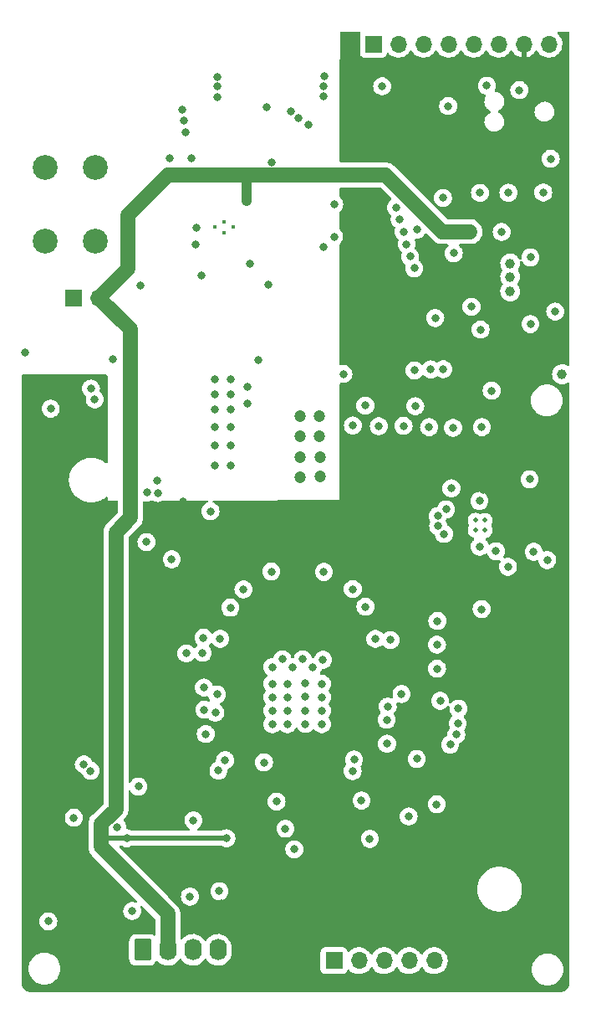
<source format=gbr>
%TF.GenerationSoftware,KiCad,Pcbnew,(6.0.8-1)-1*%
%TF.CreationDate,2022-12-08T22:42:01-05:00*%
%TF.ProjectId,bitaxeMax,62697461-7865-44d6-9178-2e6b69636164,rev?*%
%TF.SameCoordinates,Original*%
%TF.FileFunction,Copper,L3,Inr*%
%TF.FilePolarity,Positive*%
%FSLAX46Y46*%
G04 Gerber Fmt 4.6, Leading zero omitted, Abs format (unit mm)*
G04 Created by KiCad (PCBNEW (6.0.8-1)-1) date 2022-12-08 22:42:01*
%MOMM*%
%LPD*%
G01*
G04 APERTURE LIST*
G04 Aperture macros list*
%AMRoundRect*
0 Rectangle with rounded corners*
0 $1 Rounding radius*
0 $2 $3 $4 $5 $6 $7 $8 $9 X,Y pos of 4 corners*
0 Add a 4 corners polygon primitive as box body*
4,1,4,$2,$3,$4,$5,$6,$7,$8,$9,$2,$3,0*
0 Add four circle primitives for the rounded corners*
1,1,$1+$1,$2,$3*
1,1,$1+$1,$4,$5*
1,1,$1+$1,$6,$7*
1,1,$1+$1,$8,$9*
0 Add four rect primitives between the rounded corners*
20,1,$1+$1,$2,$3,$4,$5,0*
20,1,$1+$1,$4,$5,$6,$7,0*
20,1,$1+$1,$6,$7,$8,$9,0*
20,1,$1+$1,$8,$9,$2,$3,0*%
G04 Aperture macros list end*
%TA.AperFunction,ComponentPad*%
%ADD10C,0.500000*%
%TD*%
%TA.AperFunction,ComponentPad*%
%ADD11C,0.400000*%
%TD*%
%TA.AperFunction,ComponentPad*%
%ADD12RoundRect,0.250000X-0.620000X-0.845000X0.620000X-0.845000X0.620000X0.845000X-0.620000X0.845000X0*%
%TD*%
%TA.AperFunction,ComponentPad*%
%ADD13O,1.740000X2.190000*%
%TD*%
%TA.AperFunction,ComponentPad*%
%ADD14C,2.520000*%
%TD*%
%TA.AperFunction,ComponentPad*%
%ADD15R,1.700000X1.700000*%
%TD*%
%TA.AperFunction,ComponentPad*%
%ADD16O,1.700000X1.700000*%
%TD*%
%TA.AperFunction,ViaPad*%
%ADD17C,0.800000*%
%TD*%
%TA.AperFunction,ViaPad*%
%ADD18C,1.000000*%
%TD*%
%TA.AperFunction,ViaPad*%
%ADD19C,1.200000*%
%TD*%
%TA.AperFunction,Conductor*%
%ADD20C,1.500000*%
%TD*%
%TA.AperFunction,Conductor*%
%ADD21C,0.508000*%
%TD*%
%TA.AperFunction,Conductor*%
%ADD22C,1.000000*%
%TD*%
%TA.AperFunction,Conductor*%
%ADD23C,0.254000*%
%TD*%
G04 APERTURE END LIST*
D10*
%TO.N,GND*%
%TO.C,U2*%
X124660000Y-99060000D03*
X124660000Y-100060000D03*
X123660000Y-100060000D03*
X123660000Y-99060000D03*
%TD*%
D11*
%TO.N,GND*%
%TO.C,U9*%
X97251691Y-69422200D03*
X99151691Y-69422200D03*
X98201691Y-69997200D03*
X98201691Y-68847200D03*
%TD*%
D12*
%TO.N,GND*%
%TO.C,J4*%
X89980000Y-142490000D03*
D13*
%TO.N,/5V*%
X92520000Y-142490000D03*
%TO.N,/Fan/FAN_TACH*%
X95060000Y-142490000D03*
%TO.N,/Fan/FAN_PWM*%
X97600000Y-142490000D03*
%TD*%
D14*
%TO.N,GND*%
%TO.C,J2*%
X85190000Y-63390000D03*
X80110000Y-63390000D03*
%TD*%
%TO.N,/Power/VIN*%
%TO.C,J1*%
X85190000Y-70810000D03*
X80110000Y-70810000D03*
%TD*%
D15*
%TO.N,/BI*%
%TO.C,J6*%
X113340000Y-50890000D03*
D16*
%TO.N,/RST*%
X115880000Y-50890000D03*
%TO.N,/RX*%
X118420000Y-50890000D03*
%TO.N,/TX*%
X120960000Y-50890000D03*
%TO.N,/SDA*%
X123500000Y-50890000D03*
%TO.N,/SCL*%
X126040000Y-50890000D03*
%TO.N,/3V3*%
X128580000Y-50890000D03*
%TO.N,GND*%
X131120000Y-50890000D03*
%TD*%
D15*
%TO.N,/Power/VIN*%
%TO.C,J7*%
X83000000Y-76540000D03*
D16*
%TO.N,/5V*%
X85540000Y-76540000D03*
%TD*%
D15*
%TO.N,/BM1397/1V8*%
%TO.C,J3*%
X109350000Y-143580000D03*
D16*
%TO.N,/BM1397/CI*%
X111890000Y-143580000D03*
%TO.N,/BM1397/RO*%
X114430000Y-143580000D03*
%TO.N,/BM1397/RST_N*%
X116970000Y-143580000D03*
%TO.N,GND*%
X119510000Y-143580000D03*
%TD*%
D17*
%TO.N,GND*%
X97740000Y-136560000D03*
%TO.N,/3V3*%
X97940000Y-137830000D03*
%TO.N,/5V*%
X94760000Y-137100000D03*
%TO.N,GND*%
X103110000Y-115590000D03*
X97830000Y-111040000D03*
X80410000Y-139600000D03*
X78090000Y-82060000D03*
X100850600Y-73131400D03*
X103110000Y-116950000D03*
X116910000Y-128990000D03*
X104630000Y-119670000D03*
D18*
X127200000Y-75900000D03*
D17*
X97320000Y-93500000D03*
X131300000Y-62500000D03*
X112980000Y-131260000D03*
X108120000Y-119660000D03*
X97320000Y-87878600D03*
X100580000Y-87270000D03*
X117580000Y-87510000D03*
X97320000Y-84830000D03*
X98860000Y-84830000D03*
X114230000Y-55160000D03*
X131760000Y-77940000D03*
X104630000Y-115590000D03*
X98860000Y-93500000D03*
X121480000Y-72050000D03*
X106450000Y-116920000D03*
X128120000Y-55550000D03*
X113540000Y-111040000D03*
X95400600Y-69431400D03*
X106450000Y-119640000D03*
X94890000Y-62470000D03*
X97320000Y-86310000D03*
X106450000Y-118280000D03*
X80660000Y-87760000D03*
X97320000Y-89650000D03*
D18*
X127200000Y-74430000D03*
D17*
X103110000Y-119670000D03*
X90360055Y-101249945D03*
X88908900Y-138550000D03*
X98860000Y-91520000D03*
X117730000Y-123190000D03*
X104630000Y-118310000D03*
X120110000Y-117300000D03*
X98860000Y-86310000D03*
X97320000Y-91520000D03*
X112520000Y-87450000D03*
X102570000Y-57250000D03*
X87400000Y-130070000D03*
X129250000Y-72460000D03*
X121240000Y-95820000D03*
X126330000Y-69880000D03*
X106450000Y-115560000D03*
X95110000Y-129400000D03*
X98860000Y-89650000D03*
X104630000Y-116950000D03*
X86970000Y-82770000D03*
X129170000Y-94910000D03*
X129580000Y-102230000D03*
D18*
X127200000Y-73070000D03*
D17*
X105330000Y-132320000D03*
X104430000Y-130240000D03*
X108120000Y-115580000D03*
D18*
X132450000Y-84290000D03*
D17*
X125320000Y-85940000D03*
X124308576Y-108035637D03*
X108120000Y-118300000D03*
X108120000Y-116940000D03*
X98860000Y-87878600D03*
X103110000Y-118310000D03*
X124104100Y-101710000D03*
X83001194Y-129118806D03*
X126970000Y-103748900D03*
X96840000Y-98140000D03*
X92910000Y-102990000D03*
X100580000Y-85521400D03*
%TO.N,/BM1397/1V8*%
X124090000Y-97090000D03*
X119760000Y-127770000D03*
X125770000Y-102190000D03*
X112130000Y-127390000D03*
X111380000Y-123250000D03*
X98320000Y-123300000D03*
%TO.N,/BM1397/0V8*%
X111240000Y-124400000D03*
X97650000Y-124350000D03*
X102260000Y-123530000D03*
X103530000Y-127490000D03*
%TO.N,/VDD*%
X110300000Y-84260000D03*
X115620000Y-67440000D03*
X103000000Y-104240000D03*
X105152000Y-113890000D03*
D19*
X107870000Y-90540000D03*
X107910000Y-92670000D03*
D17*
X104126000Y-113110000D03*
X108330000Y-104270000D03*
X108230000Y-113150000D03*
X103100000Y-113900000D03*
X103000000Y-62838100D03*
X107204000Y-113920000D03*
D19*
X107910000Y-94640000D03*
D17*
X106178000Y-113110000D03*
D19*
X105880000Y-90540000D03*
X105880000Y-88500000D03*
X107850000Y-88520000D03*
X105930000Y-94670000D03*
D17*
X92720000Y-62469500D03*
D19*
X105900000Y-92650000D03*
D17*
%TO.N,/ESP32/EN*%
X129250000Y-79210000D03*
%TO.N,/5V*%
X85750000Y-131200000D03*
X100470000Y-66770000D03*
X88350000Y-131200000D03*
D19*
X123140000Y-69860000D03*
D17*
X98450000Y-131200000D03*
%TO.N,/3V3*%
X127600000Y-79490000D03*
X121450000Y-94330000D03*
X129310000Y-68940000D03*
X122890000Y-95930000D03*
X129610000Y-55490000D03*
D18*
X129310000Y-83980000D03*
D17*
X111690000Y-71770000D03*
X124430000Y-95990000D03*
X83700000Y-87750000D03*
X117600000Y-93940000D03*
X80410000Y-129960000D03*
X112500000Y-67790000D03*
X112490000Y-94090000D03*
X126010000Y-92560000D03*
X82880000Y-132350000D03*
X94100000Y-97190000D03*
X82990000Y-85090000D03*
X130200000Y-96690000D03*
X112520000Y-70550000D03*
%TO.N,/TX*%
X120410000Y-83770000D03*
%TO.N,/RX*%
X119150000Y-83790000D03*
%TO.N,/BM1397/RST_N*%
X119900000Y-99630000D03*
X116190000Y-116610000D03*
%TO.N,/BM1397/CI*%
X121880000Y-119600000D03*
X119850000Y-98620000D03*
%TO.N,/RST*%
X120910000Y-57160000D03*
X130550000Y-65900000D03*
%TO.N,/BM1397/RO*%
X120700000Y-97940000D03*
X121950000Y-118090000D03*
%TO.N,/TEMP_N*%
X97340000Y-118490000D03*
%TO.N,/TEMP_P*%
X96220000Y-118210000D03*
%TO.N,/SCL*%
X120390000Y-66450000D03*
X85120000Y-86810000D03*
X109370000Y-67110000D03*
X90390000Y-96230000D03*
X84010000Y-123740000D03*
%TO.N,/Power/OUT0*%
X91440000Y-95040000D03*
X89730000Y-75310000D03*
%TO.N,Net-(Q2-Pad4)*%
X101710600Y-82811400D03*
X102700000Y-75260000D03*
%TO.N,Net-(C2-Pad2)*%
X115070000Y-111160000D03*
%TO.N,Net-(C3-Pad2)*%
X112530000Y-107800000D03*
%TO.N,Net-(C6-Pad2)*%
X111250000Y-106010000D03*
%TO.N,Net-(C12-Pad2)*%
X100180000Y-106040000D03*
%TO.N,Net-(C15-Pad2)*%
X98850000Y-107880000D03*
%TO.N,Net-(C17-Pad2)*%
X96130000Y-110920000D03*
%TO.N,Net-(C42-Pad1)*%
X95368800Y-71183600D03*
X95958800Y-74273600D03*
%TO.N,Net-(IC1-Pad4)*%
X119820000Y-109230000D03*
%TO.N,Net-(IC1-Pad5)*%
X119780000Y-111630000D03*
%TO.N,Net-(IC1-Pad6)*%
X119790000Y-114060000D03*
%TO.N,Net-(IC1-Pad10)*%
X114800000Y-117880000D03*
%TO.N,Net-(IC1-Pad11)*%
X114690000Y-119230000D03*
%TO.N,Net-(IC1-Pad20)*%
X89540000Y-125970000D03*
%TO.N,Net-(IC1-Pad25)*%
X97500000Y-116660000D03*
%TO.N,Net-(IC1-Pad26)*%
X96180000Y-115958900D03*
%TO.N,Net-(IC1-Pad27)*%
X96360000Y-120670000D03*
%TO.N,Net-(IC1-Pad28)*%
X94400000Y-112500000D03*
%TO.N,Net-(IC1-Pad29)*%
X96040000Y-112460000D03*
%TO.N,/BI*%
X123276268Y-77460000D03*
X117730000Y-69660000D03*
%TO.N,/ESP32/GPIO9*%
X124200000Y-79770000D03*
X124330000Y-89630000D03*
%TO.N,/ESP32/GPIO12*%
X121410000Y-89700000D03*
X117500000Y-83900000D03*
X117480000Y-73570000D03*
%TO.N,/ESP32/GPIO13*%
X118980000Y-89630000D03*
X117060000Y-72390000D03*
%TO.N,/ESP32/GPIO14*%
X116710000Y-71130000D03*
X116400000Y-89510000D03*
%TO.N,/ESP32/IO0*%
X124830000Y-55100000D03*
X127020000Y-65930000D03*
%TO.N,/ESP32/LED1_B*%
X93950000Y-57520000D03*
%TO.N,/BM1397/CLKI*%
X124140000Y-65938900D03*
%TO.N,Net-(R21-Pad2)*%
X97500000Y-54210000D03*
%TO.N,/ESP32/LED2_B*%
X105020000Y-57680000D03*
%TO.N,/Power/PGOOD*%
X108278900Y-71440000D03*
%TO.N,Net-(R23-Pad2)*%
X130950000Y-103070000D03*
X121120000Y-121730000D03*
%TO.N,Net-(R22-Pad2)*%
X108340000Y-54180000D03*
%TO.N,/ESP32/LED1_G*%
X94129945Y-58660055D03*
%TO.N,Net-(R26-Pad2)*%
X97520000Y-55200000D03*
%TO.N,/ESP32/FAN_ALERT*%
X121730000Y-120730000D03*
%TO.N,/ESP32/LED2_G*%
X105758402Y-58358900D03*
%TO.N,Net-(R27-Pad2)*%
X108320000Y-55170000D03*
%TO.N,/ESP32/LED1_R*%
X94319890Y-59810110D03*
%TO.N,Net-(R28-Pad2)*%
X97540000Y-56230000D03*
%TO.N,/ESP32/LED2_R*%
X106740000Y-59037800D03*
%TO.N,Net-(R29-Pad2)*%
X108310000Y-56190000D03*
%TO.N,/BM1397/BM_BI*%
X120490000Y-100430000D03*
%TO.N,/SDA*%
X84702648Y-124392960D03*
X109360000Y-70360000D03*
X119610000Y-78600000D03*
X84730000Y-85730000D03*
X91500000Y-96290000D03*
%TO.N,/BM1397/BM_CLKI*%
X114720000Y-121640000D03*
%TO.N,/ESP32/GPIO21*%
X116380000Y-69860000D03*
X113890000Y-89530000D03*
%TO.N,/ESP32/GPIO47*%
X111260000Y-89470000D03*
X116000000Y-68590000D03*
%TD*%
D20*
%TO.N,/5V*%
X88750000Y-98770000D02*
X87264001Y-100255999D01*
D21*
X98450000Y-131200000D02*
X85750000Y-131200000D01*
D22*
X85970000Y-129490000D02*
X86051681Y-129490000D01*
D20*
X85540000Y-76540000D02*
X88470000Y-73610000D01*
X87264001Y-100255999D02*
X87264001Y-128277680D01*
X85750000Y-130380000D02*
X85750000Y-131200000D01*
D22*
X100490000Y-66750000D02*
X100490000Y-64140000D01*
D20*
X85750000Y-130380000D02*
X85750000Y-129710000D01*
D22*
X85750000Y-129710000D02*
X85970000Y-129490000D01*
X100470000Y-66770000D02*
X100490000Y-66750000D01*
D20*
X92520000Y-138850000D02*
X92520000Y-142490000D01*
X100490000Y-64140000D02*
X114580000Y-64140000D01*
X85750000Y-132080000D02*
X92520000Y-138850000D01*
X85750000Y-130380000D02*
X85750000Y-132080000D01*
X85540000Y-76540000D02*
X88750000Y-79750000D01*
X88470000Y-73610000D02*
X88470000Y-68240000D01*
X120300000Y-69860000D02*
X123140000Y-69860000D01*
X87264001Y-128277680D02*
X86051681Y-129490000D01*
D23*
X100470000Y-66770000D02*
X100270000Y-66970000D01*
D20*
X88470000Y-68240000D02*
X92570000Y-64140000D01*
X114580000Y-64140000D02*
X120300000Y-69860000D01*
X92570000Y-64140000D02*
X100490000Y-64140000D01*
X88750000Y-79750000D02*
X88750000Y-98770000D01*
%TD*%
%TA.AperFunction,Conductor*%
%TO.N,/3V3*%
G36*
X111975678Y-49680002D02*
G01*
X112022171Y-49733658D01*
X112032275Y-49803932D01*
X112025540Y-49830227D01*
X111988255Y-49929684D01*
X111981500Y-49991866D01*
X111981500Y-51788134D01*
X111988255Y-51850316D01*
X112039385Y-51986705D01*
X112126739Y-52103261D01*
X112243295Y-52190615D01*
X112379684Y-52241745D01*
X112441866Y-52248500D01*
X114238134Y-52248500D01*
X114300316Y-52241745D01*
X114436705Y-52190615D01*
X114553261Y-52103261D01*
X114640615Y-51986705D01*
X114662799Y-51927529D01*
X114684598Y-51869382D01*
X114727240Y-51812618D01*
X114793802Y-51787918D01*
X114863150Y-51803126D01*
X114897817Y-51831114D01*
X114926250Y-51863938D01*
X115098126Y-52006632D01*
X115291000Y-52119338D01*
X115499692Y-52199030D01*
X115504760Y-52200061D01*
X115504763Y-52200062D01*
X115599862Y-52219410D01*
X115718597Y-52243567D01*
X115723772Y-52243757D01*
X115723774Y-52243757D01*
X115936673Y-52251564D01*
X115936677Y-52251564D01*
X115941837Y-52251753D01*
X115946957Y-52251097D01*
X115946959Y-52251097D01*
X116158288Y-52224025D01*
X116158289Y-52224025D01*
X116163416Y-52223368D01*
X116168366Y-52221883D01*
X116372429Y-52160661D01*
X116372434Y-52160659D01*
X116377384Y-52159174D01*
X116577994Y-52060896D01*
X116759860Y-51931173D01*
X116918096Y-51773489D01*
X117048453Y-51592077D01*
X117049776Y-51593028D01*
X117096645Y-51549857D01*
X117166580Y-51537625D01*
X117232026Y-51565144D01*
X117259875Y-51596994D01*
X117319987Y-51695088D01*
X117466250Y-51863938D01*
X117638126Y-52006632D01*
X117831000Y-52119338D01*
X118039692Y-52199030D01*
X118044760Y-52200061D01*
X118044763Y-52200062D01*
X118139862Y-52219410D01*
X118258597Y-52243567D01*
X118263772Y-52243757D01*
X118263774Y-52243757D01*
X118476673Y-52251564D01*
X118476677Y-52251564D01*
X118481837Y-52251753D01*
X118486957Y-52251097D01*
X118486959Y-52251097D01*
X118698288Y-52224025D01*
X118698289Y-52224025D01*
X118703416Y-52223368D01*
X118708366Y-52221883D01*
X118912429Y-52160661D01*
X118912434Y-52160659D01*
X118917384Y-52159174D01*
X119117994Y-52060896D01*
X119299860Y-51931173D01*
X119458096Y-51773489D01*
X119588453Y-51592077D01*
X119589776Y-51593028D01*
X119636645Y-51549857D01*
X119706580Y-51537625D01*
X119772026Y-51565144D01*
X119799875Y-51596994D01*
X119859987Y-51695088D01*
X120006250Y-51863938D01*
X120178126Y-52006632D01*
X120371000Y-52119338D01*
X120579692Y-52199030D01*
X120584760Y-52200061D01*
X120584763Y-52200062D01*
X120679862Y-52219410D01*
X120798597Y-52243567D01*
X120803772Y-52243757D01*
X120803774Y-52243757D01*
X121016673Y-52251564D01*
X121016677Y-52251564D01*
X121021837Y-52251753D01*
X121026957Y-52251097D01*
X121026959Y-52251097D01*
X121238288Y-52224025D01*
X121238289Y-52224025D01*
X121243416Y-52223368D01*
X121248366Y-52221883D01*
X121452429Y-52160661D01*
X121452434Y-52160659D01*
X121457384Y-52159174D01*
X121657994Y-52060896D01*
X121839860Y-51931173D01*
X121998096Y-51773489D01*
X122128453Y-51592077D01*
X122129776Y-51593028D01*
X122176645Y-51549857D01*
X122246580Y-51537625D01*
X122312026Y-51565144D01*
X122339875Y-51596994D01*
X122399987Y-51695088D01*
X122546250Y-51863938D01*
X122718126Y-52006632D01*
X122911000Y-52119338D01*
X123119692Y-52199030D01*
X123124760Y-52200061D01*
X123124763Y-52200062D01*
X123219862Y-52219410D01*
X123338597Y-52243567D01*
X123343772Y-52243757D01*
X123343774Y-52243757D01*
X123556673Y-52251564D01*
X123556677Y-52251564D01*
X123561837Y-52251753D01*
X123566957Y-52251097D01*
X123566959Y-52251097D01*
X123778288Y-52224025D01*
X123778289Y-52224025D01*
X123783416Y-52223368D01*
X123788366Y-52221883D01*
X123992429Y-52160661D01*
X123992434Y-52160659D01*
X123997384Y-52159174D01*
X124197994Y-52060896D01*
X124379860Y-51931173D01*
X124538096Y-51773489D01*
X124668453Y-51592077D01*
X124669776Y-51593028D01*
X124716645Y-51549857D01*
X124786580Y-51537625D01*
X124852026Y-51565144D01*
X124879875Y-51596994D01*
X124939987Y-51695088D01*
X125086250Y-51863938D01*
X125258126Y-52006632D01*
X125451000Y-52119338D01*
X125659692Y-52199030D01*
X125664760Y-52200061D01*
X125664763Y-52200062D01*
X125759862Y-52219410D01*
X125878597Y-52243567D01*
X125883772Y-52243757D01*
X125883774Y-52243757D01*
X126096673Y-52251564D01*
X126096677Y-52251564D01*
X126101837Y-52251753D01*
X126106957Y-52251097D01*
X126106959Y-52251097D01*
X126318288Y-52224025D01*
X126318289Y-52224025D01*
X126323416Y-52223368D01*
X126328366Y-52221883D01*
X126532429Y-52160661D01*
X126532434Y-52160659D01*
X126537384Y-52159174D01*
X126737994Y-52060896D01*
X126919860Y-51931173D01*
X127078096Y-51773489D01*
X127208453Y-51592077D01*
X127209640Y-51592930D01*
X127256960Y-51549362D01*
X127326897Y-51537145D01*
X127392338Y-51564678D01*
X127420166Y-51596511D01*
X127477694Y-51690388D01*
X127483777Y-51698699D01*
X127623213Y-51859667D01*
X127630580Y-51866883D01*
X127794434Y-52002916D01*
X127802881Y-52008831D01*
X127986756Y-52116279D01*
X127996042Y-52120729D01*
X128195001Y-52196703D01*
X128204899Y-52199579D01*
X128308250Y-52220606D01*
X128322299Y-52219410D01*
X128326000Y-52209065D01*
X128326000Y-50762000D01*
X128346002Y-50693879D01*
X128399658Y-50647386D01*
X128452000Y-50636000D01*
X128708000Y-50636000D01*
X128776121Y-50656002D01*
X128822614Y-50709658D01*
X128834000Y-50762000D01*
X128834000Y-52208517D01*
X128838064Y-52222359D01*
X128851478Y-52224393D01*
X128858184Y-52223534D01*
X128868262Y-52221392D01*
X129072255Y-52160191D01*
X129081842Y-52156433D01*
X129273095Y-52062739D01*
X129281945Y-52057464D01*
X129455328Y-51933792D01*
X129463200Y-51927139D01*
X129614052Y-51776812D01*
X129620730Y-51768965D01*
X129748022Y-51591819D01*
X129749279Y-51592722D01*
X129796373Y-51549362D01*
X129866311Y-51537145D01*
X129931751Y-51564678D01*
X129959579Y-51596511D01*
X130019987Y-51695088D01*
X130166250Y-51863938D01*
X130338126Y-52006632D01*
X130531000Y-52119338D01*
X130739692Y-52199030D01*
X130744760Y-52200061D01*
X130744763Y-52200062D01*
X130839862Y-52219410D01*
X130958597Y-52243567D01*
X130963772Y-52243757D01*
X130963774Y-52243757D01*
X131176673Y-52251564D01*
X131176677Y-52251564D01*
X131181837Y-52251753D01*
X131186957Y-52251097D01*
X131186959Y-52251097D01*
X131398288Y-52224025D01*
X131398289Y-52224025D01*
X131403416Y-52223368D01*
X131408366Y-52221883D01*
X131612429Y-52160661D01*
X131612434Y-52160659D01*
X131617384Y-52159174D01*
X131817994Y-52060896D01*
X131999860Y-51931173D01*
X132158096Y-51773489D01*
X132288453Y-51592077D01*
X132301995Y-51564678D01*
X132385136Y-51396453D01*
X132385137Y-51396451D01*
X132387430Y-51391811D01*
X132452370Y-51178069D01*
X132481529Y-50956590D01*
X132483156Y-50890000D01*
X132464852Y-50667361D01*
X132410431Y-50450702D01*
X132321354Y-50245840D01*
X132200014Y-50058277D01*
X132049670Y-49893051D01*
X132039326Y-49884882D01*
X131998264Y-49826966D01*
X131995031Y-49756043D01*
X132030655Y-49694631D01*
X132093826Y-49662228D01*
X132117418Y-49660000D01*
X133085500Y-49660000D01*
X133153621Y-49680002D01*
X133200114Y-49733658D01*
X133211500Y-49786000D01*
X133211500Y-83345035D01*
X133191498Y-83413156D01*
X133137842Y-83459649D01*
X133067568Y-83469753D01*
X133017248Y-83450344D01*
X133016675Y-83449870D01*
X132842701Y-83355802D01*
X132653768Y-83297318D01*
X132647643Y-83296674D01*
X132647642Y-83296674D01*
X132463204Y-83277289D01*
X132463202Y-83277289D01*
X132457075Y-83276645D01*
X132374576Y-83284153D01*
X132266251Y-83294011D01*
X132266248Y-83294012D01*
X132260112Y-83294570D01*
X132254206Y-83296308D01*
X132254202Y-83296309D01*
X132149076Y-83327249D01*
X132070381Y-83350410D01*
X132064923Y-83353263D01*
X132064919Y-83353265D01*
X131994970Y-83389834D01*
X131895110Y-83442040D01*
X131740975Y-83565968D01*
X131613846Y-83717474D01*
X131610879Y-83722872D01*
X131610875Y-83722877D01*
X131532095Y-83866180D01*
X131518567Y-83890787D01*
X131516706Y-83896654D01*
X131516705Y-83896656D01*
X131471588Y-84038882D01*
X131458765Y-84079306D01*
X131436719Y-84275851D01*
X131439742Y-84311852D01*
X131450835Y-84443955D01*
X131453268Y-84472934D01*
X131460758Y-84499054D01*
X131505793Y-84656109D01*
X131507783Y-84663050D01*
X131510602Y-84668535D01*
X131581830Y-84807128D01*
X131598187Y-84838956D01*
X131721035Y-84993953D01*
X131725728Y-84997947D01*
X131725729Y-84997948D01*
X131788223Y-85051134D01*
X131871650Y-85122136D01*
X132044294Y-85218624D01*
X132232392Y-85279740D01*
X132428777Y-85303158D01*
X132434912Y-85302686D01*
X132434914Y-85302686D01*
X132619830Y-85288457D01*
X132619834Y-85288456D01*
X132625972Y-85287984D01*
X132816463Y-85234798D01*
X132821967Y-85232018D01*
X132821969Y-85232017D01*
X132987495Y-85148404D01*
X132987497Y-85148403D01*
X132992996Y-85145625D01*
X133007930Y-85133957D01*
X133073923Y-85107782D01*
X133143593Y-85121440D01*
X133194820Y-85170597D01*
X133211500Y-85233249D01*
X133211500Y-145729967D01*
X133209999Y-145749356D01*
X133206309Y-145773050D01*
X133207473Y-145781953D01*
X133207473Y-145781959D01*
X133207966Y-145785730D01*
X133208549Y-145813046D01*
X133197384Y-145940630D01*
X133193570Y-145962259D01*
X133154511Y-146108020D01*
X133146999Y-146128658D01*
X133083225Y-146265417D01*
X133072249Y-146284430D01*
X132985682Y-146408057D01*
X132971571Y-146424872D01*
X132864872Y-146531571D01*
X132848057Y-146545682D01*
X132724430Y-146632249D01*
X132705417Y-146643225D01*
X132568653Y-146707001D01*
X132548022Y-146714510D01*
X132505603Y-146725877D01*
X132402259Y-146753570D01*
X132380630Y-146757384D01*
X132311810Y-146763406D01*
X132259934Y-146767946D01*
X132243452Y-146767393D01*
X132243447Y-146767799D01*
X132234472Y-146767690D01*
X132225602Y-146766309D01*
X132216702Y-146767473D01*
X132216700Y-146767473D01*
X132194048Y-146770436D01*
X132177707Y-146771500D01*
X78740033Y-146771500D01*
X78720644Y-146769999D01*
X78705824Y-146767691D01*
X78696950Y-146766309D01*
X78688047Y-146767473D01*
X78688041Y-146767473D01*
X78684270Y-146767966D01*
X78656954Y-146768549D01*
X78529370Y-146757384D01*
X78507741Y-146753570D01*
X78404397Y-146725877D01*
X78361978Y-146714510D01*
X78341347Y-146707001D01*
X78204583Y-146643225D01*
X78185570Y-146632249D01*
X78061943Y-146545682D01*
X78045128Y-146531571D01*
X77938429Y-146424872D01*
X77924318Y-146408057D01*
X77837751Y-146284430D01*
X77826775Y-146265417D01*
X77763001Y-146128658D01*
X77755489Y-146108020D01*
X77716430Y-145962259D01*
X77712616Y-145940630D01*
X77702054Y-145819935D01*
X77702607Y-145803452D01*
X77702201Y-145803447D01*
X77702310Y-145794472D01*
X77703691Y-145785602D01*
X77702348Y-145775328D01*
X77699564Y-145754048D01*
X77698500Y-145737707D01*
X77698500Y-144380000D01*
X78406526Y-144380000D01*
X78426391Y-144632403D01*
X78427545Y-144637210D01*
X78427546Y-144637216D01*
X78465009Y-144793261D01*
X78485495Y-144878591D01*
X78487388Y-144883162D01*
X78487389Y-144883164D01*
X78511658Y-144941753D01*
X78582384Y-145112502D01*
X78714672Y-145328376D01*
X78879102Y-145520898D01*
X79071624Y-145685328D01*
X79287498Y-145817616D01*
X79292068Y-145819509D01*
X79292072Y-145819511D01*
X79498534Y-145905030D01*
X79521409Y-145914505D01*
X79606032Y-145934821D01*
X79762784Y-145972454D01*
X79762790Y-145972455D01*
X79767597Y-145973609D01*
X79867416Y-145981465D01*
X79954345Y-145988307D01*
X79954352Y-145988307D01*
X79956801Y-145988500D01*
X80083199Y-145988500D01*
X80085648Y-145988307D01*
X80085655Y-145988307D01*
X80172584Y-145981465D01*
X80272403Y-145973609D01*
X80277210Y-145972455D01*
X80277216Y-145972454D01*
X80433968Y-145934821D01*
X80518591Y-145914505D01*
X80541466Y-145905030D01*
X80747928Y-145819511D01*
X80747932Y-145819509D01*
X80752502Y-145817616D01*
X80968376Y-145685328D01*
X81160898Y-145520898D01*
X81325328Y-145328376D01*
X81457616Y-145112502D01*
X81528343Y-144941753D01*
X81552611Y-144883164D01*
X81552612Y-144883162D01*
X81554505Y-144878591D01*
X81574991Y-144793261D01*
X81612454Y-144637216D01*
X81612455Y-144637210D01*
X81613609Y-144632403D01*
X81625751Y-144478134D01*
X107991500Y-144478134D01*
X107998255Y-144540316D01*
X108049385Y-144676705D01*
X108136739Y-144793261D01*
X108253295Y-144880615D01*
X108389684Y-144931745D01*
X108451866Y-144938500D01*
X110248134Y-144938500D01*
X110310316Y-144931745D01*
X110446705Y-144880615D01*
X110563261Y-144793261D01*
X110650615Y-144676705D01*
X110672799Y-144617529D01*
X110694598Y-144559382D01*
X110737240Y-144502618D01*
X110803802Y-144477918D01*
X110873150Y-144493126D01*
X110907817Y-144521114D01*
X110936250Y-144553938D01*
X111108126Y-144696632D01*
X111301000Y-144809338D01*
X111509692Y-144889030D01*
X111514760Y-144890061D01*
X111514763Y-144890062D01*
X111622017Y-144911883D01*
X111728597Y-144933567D01*
X111733772Y-144933757D01*
X111733774Y-144933757D01*
X111946673Y-144941564D01*
X111946677Y-144941564D01*
X111951837Y-144941753D01*
X111956957Y-144941097D01*
X111956959Y-144941097D01*
X112168288Y-144914025D01*
X112168289Y-144914025D01*
X112173416Y-144913368D01*
X112178366Y-144911883D01*
X112382429Y-144850661D01*
X112382434Y-144850659D01*
X112387384Y-144849174D01*
X112587994Y-144750896D01*
X112769860Y-144621173D01*
X112928096Y-144463489D01*
X113058453Y-144282077D01*
X113059776Y-144283028D01*
X113106645Y-144239857D01*
X113176580Y-144227625D01*
X113242026Y-144255144D01*
X113269875Y-144286994D01*
X113329987Y-144385088D01*
X113476250Y-144553938D01*
X113648126Y-144696632D01*
X113841000Y-144809338D01*
X114049692Y-144889030D01*
X114054760Y-144890061D01*
X114054763Y-144890062D01*
X114162017Y-144911883D01*
X114268597Y-144933567D01*
X114273772Y-144933757D01*
X114273774Y-144933757D01*
X114486673Y-144941564D01*
X114486677Y-144941564D01*
X114491837Y-144941753D01*
X114496957Y-144941097D01*
X114496959Y-144941097D01*
X114708288Y-144914025D01*
X114708289Y-144914025D01*
X114713416Y-144913368D01*
X114718366Y-144911883D01*
X114922429Y-144850661D01*
X114922434Y-144850659D01*
X114927384Y-144849174D01*
X115127994Y-144750896D01*
X115309860Y-144621173D01*
X115468096Y-144463489D01*
X115598453Y-144282077D01*
X115599776Y-144283028D01*
X115646645Y-144239857D01*
X115716580Y-144227625D01*
X115782026Y-144255144D01*
X115809875Y-144286994D01*
X115869987Y-144385088D01*
X116016250Y-144553938D01*
X116188126Y-144696632D01*
X116381000Y-144809338D01*
X116589692Y-144889030D01*
X116594760Y-144890061D01*
X116594763Y-144890062D01*
X116702017Y-144911883D01*
X116808597Y-144933567D01*
X116813772Y-144933757D01*
X116813774Y-144933757D01*
X117026673Y-144941564D01*
X117026677Y-144941564D01*
X117031837Y-144941753D01*
X117036957Y-144941097D01*
X117036959Y-144941097D01*
X117248288Y-144914025D01*
X117248289Y-144914025D01*
X117253416Y-144913368D01*
X117258366Y-144911883D01*
X117462429Y-144850661D01*
X117462434Y-144850659D01*
X117467384Y-144849174D01*
X117667994Y-144750896D01*
X117849860Y-144621173D01*
X118008096Y-144463489D01*
X118138453Y-144282077D01*
X118139776Y-144283028D01*
X118186645Y-144239857D01*
X118256580Y-144227625D01*
X118322026Y-144255144D01*
X118349875Y-144286994D01*
X118409987Y-144385088D01*
X118556250Y-144553938D01*
X118728126Y-144696632D01*
X118921000Y-144809338D01*
X119129692Y-144889030D01*
X119134760Y-144890061D01*
X119134763Y-144890062D01*
X119242017Y-144911883D01*
X119348597Y-144933567D01*
X119353772Y-144933757D01*
X119353774Y-144933757D01*
X119566673Y-144941564D01*
X119566677Y-144941564D01*
X119571837Y-144941753D01*
X119576957Y-144941097D01*
X119576959Y-144941097D01*
X119788288Y-144914025D01*
X119788289Y-144914025D01*
X119793416Y-144913368D01*
X119798366Y-144911883D01*
X120002429Y-144850661D01*
X120002434Y-144850659D01*
X120007384Y-144849174D01*
X120207994Y-144750896D01*
X120389860Y-144621173D01*
X120541562Y-144470000D01*
X129366526Y-144470000D01*
X129386391Y-144722403D01*
X129387545Y-144727210D01*
X129387546Y-144727216D01*
X129416279Y-144846895D01*
X129445495Y-144968591D01*
X129447388Y-144973162D01*
X129447389Y-144973164D01*
X129506853Y-145116722D01*
X129542384Y-145202502D01*
X129674672Y-145418376D01*
X129839102Y-145610898D01*
X130031624Y-145775328D01*
X130247498Y-145907616D01*
X130252068Y-145909509D01*
X130252072Y-145909511D01*
X130442769Y-145988500D01*
X130481409Y-146004505D01*
X130566032Y-146024821D01*
X130722784Y-146062454D01*
X130722790Y-146062455D01*
X130727597Y-146063609D01*
X130827416Y-146071465D01*
X130914345Y-146078307D01*
X130914352Y-146078307D01*
X130916801Y-146078500D01*
X131043199Y-146078500D01*
X131045648Y-146078307D01*
X131045655Y-146078307D01*
X131132584Y-146071465D01*
X131232403Y-146063609D01*
X131237210Y-146062455D01*
X131237216Y-146062454D01*
X131393968Y-146024821D01*
X131478591Y-146004505D01*
X131517231Y-145988500D01*
X131707928Y-145909511D01*
X131707932Y-145909509D01*
X131712502Y-145907616D01*
X131928376Y-145775328D01*
X132120898Y-145610898D01*
X132285328Y-145418376D01*
X132417616Y-145202502D01*
X132453148Y-145116722D01*
X132512611Y-144973164D01*
X132512612Y-144973162D01*
X132514505Y-144968591D01*
X132543721Y-144846895D01*
X132572454Y-144727216D01*
X132572455Y-144727210D01*
X132573609Y-144722403D01*
X132593474Y-144470000D01*
X132573609Y-144217597D01*
X132543738Y-144093172D01*
X132531004Y-144040132D01*
X132514505Y-143971409D01*
X132499136Y-143934305D01*
X132419511Y-143742072D01*
X132419509Y-143742068D01*
X132417616Y-143737498D01*
X132285328Y-143521624D01*
X132120898Y-143329102D01*
X131928376Y-143164672D01*
X131712502Y-143032384D01*
X131707932Y-143030491D01*
X131707928Y-143030489D01*
X131483164Y-142937389D01*
X131483162Y-142937388D01*
X131478591Y-142935495D01*
X131337149Y-142901538D01*
X131237216Y-142877546D01*
X131237210Y-142877545D01*
X131232403Y-142876391D01*
X131132584Y-142868535D01*
X131045655Y-142861693D01*
X131045648Y-142861693D01*
X131043199Y-142861500D01*
X130916801Y-142861500D01*
X130914352Y-142861693D01*
X130914345Y-142861693D01*
X130827416Y-142868535D01*
X130727597Y-142876391D01*
X130722790Y-142877545D01*
X130722784Y-142877546D01*
X130622851Y-142901538D01*
X130481409Y-142935495D01*
X130476838Y-142937388D01*
X130476836Y-142937389D01*
X130252072Y-143030489D01*
X130252068Y-143030491D01*
X130247498Y-143032384D01*
X130031624Y-143164672D01*
X129839102Y-143329102D01*
X129674672Y-143521624D01*
X129542384Y-143737498D01*
X129540491Y-143742068D01*
X129540489Y-143742072D01*
X129460864Y-143934305D01*
X129445495Y-143971409D01*
X129428996Y-144040132D01*
X129416263Y-144093172D01*
X129386391Y-144217597D01*
X129366526Y-144470000D01*
X120541562Y-144470000D01*
X120548096Y-144463489D01*
X120678453Y-144282077D01*
X120699320Y-144239857D01*
X120775136Y-144086453D01*
X120775137Y-144086451D01*
X120777430Y-144081811D01*
X120838317Y-143881409D01*
X120840865Y-143873023D01*
X120840865Y-143873021D01*
X120842370Y-143868069D01*
X120871529Y-143646590D01*
X120872308Y-143614710D01*
X120873074Y-143583365D01*
X120873074Y-143583361D01*
X120873156Y-143580000D01*
X120854852Y-143357361D01*
X120800431Y-143140702D01*
X120711354Y-142935840D01*
X120663261Y-142861500D01*
X120592822Y-142752617D01*
X120592820Y-142752614D01*
X120590014Y-142748277D01*
X120439670Y-142583051D01*
X120435619Y-142579852D01*
X120435615Y-142579848D01*
X120268414Y-142447800D01*
X120268410Y-142447798D01*
X120264359Y-142444598D01*
X120068789Y-142336638D01*
X120063920Y-142334914D01*
X120063916Y-142334912D01*
X119863087Y-142263795D01*
X119863083Y-142263794D01*
X119858212Y-142262069D01*
X119853119Y-142261162D01*
X119853116Y-142261161D01*
X119643373Y-142223800D01*
X119643367Y-142223799D01*
X119638284Y-142222894D01*
X119564452Y-142221992D01*
X119420081Y-142220228D01*
X119420079Y-142220228D01*
X119414911Y-142220165D01*
X119194091Y-142253955D01*
X118981756Y-142323357D01*
X118783607Y-142426507D01*
X118779474Y-142429610D01*
X118779471Y-142429612D01*
X118609100Y-142557530D01*
X118604965Y-142560635D01*
X118601393Y-142564373D01*
X118493729Y-142677037D01*
X118450629Y-142722138D01*
X118343201Y-142879621D01*
X118288293Y-142924621D01*
X118217768Y-142932792D01*
X118154021Y-142901538D01*
X118133324Y-142877054D01*
X118052822Y-142752617D01*
X118052820Y-142752614D01*
X118050014Y-142748277D01*
X117899670Y-142583051D01*
X117895619Y-142579852D01*
X117895615Y-142579848D01*
X117728414Y-142447800D01*
X117728410Y-142447798D01*
X117724359Y-142444598D01*
X117528789Y-142336638D01*
X117523920Y-142334914D01*
X117523916Y-142334912D01*
X117323087Y-142263795D01*
X117323083Y-142263794D01*
X117318212Y-142262069D01*
X117313119Y-142261162D01*
X117313116Y-142261161D01*
X117103373Y-142223800D01*
X117103367Y-142223799D01*
X117098284Y-142222894D01*
X117024452Y-142221992D01*
X116880081Y-142220228D01*
X116880079Y-142220228D01*
X116874911Y-142220165D01*
X116654091Y-142253955D01*
X116441756Y-142323357D01*
X116243607Y-142426507D01*
X116239474Y-142429610D01*
X116239471Y-142429612D01*
X116069100Y-142557530D01*
X116064965Y-142560635D01*
X116061393Y-142564373D01*
X115953729Y-142677037D01*
X115910629Y-142722138D01*
X115803201Y-142879621D01*
X115748293Y-142924621D01*
X115677768Y-142932792D01*
X115614021Y-142901538D01*
X115593324Y-142877054D01*
X115512822Y-142752617D01*
X115512820Y-142752614D01*
X115510014Y-142748277D01*
X115359670Y-142583051D01*
X115355619Y-142579852D01*
X115355615Y-142579848D01*
X115188414Y-142447800D01*
X115188410Y-142447798D01*
X115184359Y-142444598D01*
X114988789Y-142336638D01*
X114983920Y-142334914D01*
X114983916Y-142334912D01*
X114783087Y-142263795D01*
X114783083Y-142263794D01*
X114778212Y-142262069D01*
X114773119Y-142261162D01*
X114773116Y-142261161D01*
X114563373Y-142223800D01*
X114563367Y-142223799D01*
X114558284Y-142222894D01*
X114484452Y-142221992D01*
X114340081Y-142220228D01*
X114340079Y-142220228D01*
X114334911Y-142220165D01*
X114114091Y-142253955D01*
X113901756Y-142323357D01*
X113703607Y-142426507D01*
X113699474Y-142429610D01*
X113699471Y-142429612D01*
X113529100Y-142557530D01*
X113524965Y-142560635D01*
X113521393Y-142564373D01*
X113413729Y-142677037D01*
X113370629Y-142722138D01*
X113263201Y-142879621D01*
X113208293Y-142924621D01*
X113137768Y-142932792D01*
X113074021Y-142901538D01*
X113053324Y-142877054D01*
X112972822Y-142752617D01*
X112972820Y-142752614D01*
X112970014Y-142748277D01*
X112819670Y-142583051D01*
X112815619Y-142579852D01*
X112815615Y-142579848D01*
X112648414Y-142447800D01*
X112648410Y-142447798D01*
X112644359Y-142444598D01*
X112448789Y-142336638D01*
X112443920Y-142334914D01*
X112443916Y-142334912D01*
X112243087Y-142263795D01*
X112243083Y-142263794D01*
X112238212Y-142262069D01*
X112233119Y-142261162D01*
X112233116Y-142261161D01*
X112023373Y-142223800D01*
X112023367Y-142223799D01*
X112018284Y-142222894D01*
X111944452Y-142221992D01*
X111800081Y-142220228D01*
X111800079Y-142220228D01*
X111794911Y-142220165D01*
X111574091Y-142253955D01*
X111361756Y-142323357D01*
X111163607Y-142426507D01*
X111159474Y-142429610D01*
X111159471Y-142429612D01*
X110989100Y-142557530D01*
X110984965Y-142560635D01*
X110928537Y-142619684D01*
X110904283Y-142645064D01*
X110842759Y-142680494D01*
X110771846Y-142677037D01*
X110714060Y-142635791D01*
X110695207Y-142602243D01*
X110653767Y-142491703D01*
X110650615Y-142483295D01*
X110563261Y-142366739D01*
X110446705Y-142279385D01*
X110310316Y-142228255D01*
X110248134Y-142221500D01*
X108451866Y-142221500D01*
X108389684Y-142228255D01*
X108253295Y-142279385D01*
X108136739Y-142366739D01*
X108049385Y-142483295D01*
X107998255Y-142619684D01*
X107991500Y-142681866D01*
X107991500Y-144478134D01*
X81625751Y-144478134D01*
X81633474Y-144380000D01*
X81613609Y-144127597D01*
X81605424Y-144093500D01*
X81567204Y-143934305D01*
X81554505Y-143881409D01*
X81552611Y-143876836D01*
X81459511Y-143652072D01*
X81459509Y-143652068D01*
X81457616Y-143647498D01*
X81325328Y-143431624D01*
X81160898Y-143239102D01*
X80968376Y-143074672D01*
X80752502Y-142942384D01*
X80747932Y-142940491D01*
X80747928Y-142940489D01*
X80523164Y-142847389D01*
X80523162Y-142847388D01*
X80518591Y-142845495D01*
X80409051Y-142819197D01*
X80277216Y-142787546D01*
X80277210Y-142787545D01*
X80272403Y-142786391D01*
X80172584Y-142778535D01*
X80085655Y-142771693D01*
X80085648Y-142771693D01*
X80083199Y-142771500D01*
X79956801Y-142771500D01*
X79954352Y-142771693D01*
X79954345Y-142771693D01*
X79867416Y-142778535D01*
X79767597Y-142786391D01*
X79762790Y-142787545D01*
X79762784Y-142787546D01*
X79630949Y-142819197D01*
X79521409Y-142845495D01*
X79516838Y-142847388D01*
X79516836Y-142847389D01*
X79292072Y-142940489D01*
X79292068Y-142940491D01*
X79287498Y-142942384D01*
X79071624Y-143074672D01*
X78879102Y-143239102D01*
X78714672Y-143431624D01*
X78582384Y-143647498D01*
X78580491Y-143652068D01*
X78580489Y-143652072D01*
X78487389Y-143876836D01*
X78485495Y-143881409D01*
X78472796Y-143934305D01*
X78434577Y-144093500D01*
X78426391Y-144127597D01*
X78406526Y-144380000D01*
X77698500Y-144380000D01*
X77698500Y-139600000D01*
X79496496Y-139600000D01*
X79516458Y-139789928D01*
X79575473Y-139971556D01*
X79670960Y-140136944D01*
X79798747Y-140278866D01*
X79953248Y-140391118D01*
X79959276Y-140393802D01*
X79959278Y-140393803D01*
X80121681Y-140466109D01*
X80127712Y-140468794D01*
X80221112Y-140488647D01*
X80308056Y-140507128D01*
X80308061Y-140507128D01*
X80314513Y-140508500D01*
X80505487Y-140508500D01*
X80511939Y-140507128D01*
X80511944Y-140507128D01*
X80598888Y-140488647D01*
X80692288Y-140468794D01*
X80698319Y-140466109D01*
X80860722Y-140393803D01*
X80860724Y-140393802D01*
X80866752Y-140391118D01*
X81021253Y-140278866D01*
X81149040Y-140136944D01*
X81244527Y-139971556D01*
X81303542Y-139789928D01*
X81323504Y-139600000D01*
X81303542Y-139410072D01*
X81244527Y-139228444D01*
X81149040Y-139063056D01*
X81021253Y-138921134D01*
X80866752Y-138808882D01*
X80860724Y-138806198D01*
X80860722Y-138806197D01*
X80698319Y-138733891D01*
X80698318Y-138733891D01*
X80692288Y-138731206D01*
X80598888Y-138711353D01*
X80511944Y-138692872D01*
X80511939Y-138692872D01*
X80505487Y-138691500D01*
X80314513Y-138691500D01*
X80308061Y-138692872D01*
X80308056Y-138692872D01*
X80221112Y-138711353D01*
X80127712Y-138731206D01*
X80121682Y-138733891D01*
X80121681Y-138733891D01*
X79959278Y-138806197D01*
X79959276Y-138806198D01*
X79953248Y-138808882D01*
X79798747Y-138921134D01*
X79670960Y-139063056D01*
X79575473Y-139228444D01*
X79516458Y-139410072D01*
X79496496Y-139600000D01*
X77698500Y-139600000D01*
X77698500Y-129118806D01*
X82087690Y-129118806D01*
X82088380Y-129125371D01*
X82099609Y-129232205D01*
X82107652Y-129308734D01*
X82166667Y-129490362D01*
X82262154Y-129655750D01*
X82389941Y-129797672D01*
X82470372Y-129856109D01*
X82512388Y-129886635D01*
X82544442Y-129909924D01*
X82550470Y-129912608D01*
X82550472Y-129912609D01*
X82712875Y-129984915D01*
X82718906Y-129987600D01*
X82812307Y-130007453D01*
X82899250Y-130025934D01*
X82899255Y-130025934D01*
X82905707Y-130027306D01*
X83096681Y-130027306D01*
X83103133Y-130025934D01*
X83103138Y-130025934D01*
X83190081Y-130007453D01*
X83283482Y-129987600D01*
X83289513Y-129984915D01*
X83451916Y-129912609D01*
X83451918Y-129912608D01*
X83457946Y-129909924D01*
X83490001Y-129886635D01*
X83532016Y-129856109D01*
X83612447Y-129797672D01*
X83740234Y-129655750D01*
X83835721Y-129490362D01*
X83894736Y-129308734D01*
X83902780Y-129232205D01*
X83914008Y-129125371D01*
X83914698Y-129118806D01*
X83903534Y-129012582D01*
X83895426Y-128935441D01*
X83895426Y-128935439D01*
X83894736Y-128928878D01*
X83835721Y-128747250D01*
X83822965Y-128725155D01*
X83772301Y-128637404D01*
X83740234Y-128581862D01*
X83612447Y-128439940D01*
X83457946Y-128327688D01*
X83451918Y-128325004D01*
X83451916Y-128325003D01*
X83289513Y-128252697D01*
X83289512Y-128252697D01*
X83283482Y-128250012D01*
X83190082Y-128230159D01*
X83103138Y-128211678D01*
X83103133Y-128211678D01*
X83096681Y-128210306D01*
X82905707Y-128210306D01*
X82899255Y-128211678D01*
X82899250Y-128211678D01*
X82812306Y-128230159D01*
X82718906Y-128250012D01*
X82712876Y-128252697D01*
X82712875Y-128252697D01*
X82550472Y-128325003D01*
X82550470Y-128325004D01*
X82544442Y-128327688D01*
X82389941Y-128439940D01*
X82262154Y-128581862D01*
X82230087Y-128637404D01*
X82179424Y-128725155D01*
X82166667Y-128747250D01*
X82107652Y-128928878D01*
X82106962Y-128935439D01*
X82106962Y-128935441D01*
X82098854Y-129012582D01*
X82087690Y-129118806D01*
X77698500Y-129118806D01*
X77698500Y-123740000D01*
X83096496Y-123740000D01*
X83097186Y-123746565D01*
X83115594Y-123921703D01*
X83116458Y-123929928D01*
X83175473Y-124111556D01*
X83270960Y-124276944D01*
X83275378Y-124281851D01*
X83275379Y-124281852D01*
X83380674Y-124398794D01*
X83398747Y-124418866D01*
X83553248Y-124531118D01*
X83559276Y-124533802D01*
X83559278Y-124533803D01*
X83721681Y-124606109D01*
X83727712Y-124608794D01*
X83734170Y-124610167D01*
X83734171Y-124610167D01*
X83753028Y-124614175D01*
X83815502Y-124647902D01*
X83846666Y-124698485D01*
X83868121Y-124764516D01*
X83963608Y-124929904D01*
X84091395Y-125071826D01*
X84245896Y-125184078D01*
X84251924Y-125186762D01*
X84251926Y-125186763D01*
X84413051Y-125258500D01*
X84420360Y-125261754D01*
X84513760Y-125281607D01*
X84600704Y-125300088D01*
X84600709Y-125300088D01*
X84607161Y-125301460D01*
X84798135Y-125301460D01*
X84804587Y-125300088D01*
X84804592Y-125300088D01*
X84891536Y-125281607D01*
X84984936Y-125261754D01*
X84992245Y-125258500D01*
X85153370Y-125186763D01*
X85153372Y-125186762D01*
X85159400Y-125184078D01*
X85313901Y-125071826D01*
X85441688Y-124929904D01*
X85529806Y-124777279D01*
X85533871Y-124770239D01*
X85533872Y-124770237D01*
X85537175Y-124764516D01*
X85596190Y-124582888D01*
X85600046Y-124546206D01*
X85615462Y-124399525D01*
X85616152Y-124392960D01*
X85608193Y-124317237D01*
X85596880Y-124209595D01*
X85596880Y-124209593D01*
X85596190Y-124203032D01*
X85537175Y-124021404D01*
X85519448Y-123990699D01*
X85471285Y-123907279D01*
X85441688Y-123856016D01*
X85387099Y-123795388D01*
X85318323Y-123719005D01*
X85318322Y-123719004D01*
X85313901Y-123714094D01*
X85186534Y-123621556D01*
X85164742Y-123605723D01*
X85164741Y-123605722D01*
X85159400Y-123601842D01*
X85153372Y-123599158D01*
X85153370Y-123599157D01*
X84990967Y-123526851D01*
X84990966Y-123526851D01*
X84984936Y-123524166D01*
X84978478Y-123522793D01*
X84978477Y-123522793D01*
X84959620Y-123518785D01*
X84897146Y-123485058D01*
X84865982Y-123434475D01*
X84846568Y-123374725D01*
X84846567Y-123374724D01*
X84844527Y-123368444D01*
X84749040Y-123203056D01*
X84743196Y-123196565D01*
X84625675Y-123066045D01*
X84625674Y-123066044D01*
X84621253Y-123061134D01*
X84466752Y-122948882D01*
X84460724Y-122946198D01*
X84460722Y-122946197D01*
X84298319Y-122873891D01*
X84298318Y-122873891D01*
X84292288Y-122871206D01*
X84197857Y-122851134D01*
X84111944Y-122832872D01*
X84111939Y-122832872D01*
X84105487Y-122831500D01*
X83914513Y-122831500D01*
X83908061Y-122832872D01*
X83908056Y-122832872D01*
X83822143Y-122851134D01*
X83727712Y-122871206D01*
X83721682Y-122873891D01*
X83721681Y-122873891D01*
X83559278Y-122946197D01*
X83559276Y-122946198D01*
X83553248Y-122948882D01*
X83398747Y-123061134D01*
X83394326Y-123066044D01*
X83394325Y-123066045D01*
X83276805Y-123196565D01*
X83270960Y-123203056D01*
X83175473Y-123368444D01*
X83116458Y-123550072D01*
X83096496Y-123740000D01*
X77698500Y-123740000D01*
X77698500Y-87760000D01*
X79746496Y-87760000D01*
X79766458Y-87949928D01*
X79825473Y-88131556D01*
X79920960Y-88296944D01*
X79925378Y-88301851D01*
X79925379Y-88301852D01*
X79992240Y-88376109D01*
X80048747Y-88438866D01*
X80147843Y-88510864D01*
X80163796Y-88522454D01*
X80203248Y-88551118D01*
X80209276Y-88553802D01*
X80209278Y-88553803D01*
X80361329Y-88621500D01*
X80377712Y-88628794D01*
X80471113Y-88648647D01*
X80558056Y-88667128D01*
X80558061Y-88667128D01*
X80564513Y-88668500D01*
X80755487Y-88668500D01*
X80761939Y-88667128D01*
X80761944Y-88667128D01*
X80848887Y-88648647D01*
X80942288Y-88628794D01*
X80958671Y-88621500D01*
X81110722Y-88553803D01*
X81110724Y-88553802D01*
X81116752Y-88551118D01*
X81156205Y-88522454D01*
X81172157Y-88510864D01*
X81271253Y-88438866D01*
X81327760Y-88376109D01*
X81394621Y-88301852D01*
X81394622Y-88301851D01*
X81399040Y-88296944D01*
X81494527Y-88131556D01*
X81553542Y-87949928D01*
X81573504Y-87760000D01*
X81567190Y-87699928D01*
X81554232Y-87576635D01*
X81554232Y-87576633D01*
X81553542Y-87570072D01*
X81494527Y-87388444D01*
X81399040Y-87223056D01*
X81271253Y-87081134D01*
X81116752Y-86968882D01*
X81110724Y-86966198D01*
X81110722Y-86966197D01*
X80948319Y-86893891D01*
X80948318Y-86893891D01*
X80942288Y-86891206D01*
X80848887Y-86871353D01*
X80761944Y-86852872D01*
X80761939Y-86852872D01*
X80755487Y-86851500D01*
X80564513Y-86851500D01*
X80558061Y-86852872D01*
X80558056Y-86852872D01*
X80471113Y-86871353D01*
X80377712Y-86891206D01*
X80371682Y-86893891D01*
X80371681Y-86893891D01*
X80209278Y-86966197D01*
X80209276Y-86966198D01*
X80203248Y-86968882D01*
X80048747Y-87081134D01*
X79920960Y-87223056D01*
X79825473Y-87388444D01*
X79766458Y-87570072D01*
X79765768Y-87576633D01*
X79765768Y-87576635D01*
X79752810Y-87699928D01*
X79746496Y-87760000D01*
X77698500Y-87760000D01*
X77698500Y-85730000D01*
X83816496Y-85730000D01*
X83817186Y-85736565D01*
X83823103Y-85792858D01*
X83836458Y-85919928D01*
X83895473Y-86101556D01*
X83990960Y-86266944D01*
X84118747Y-86408866D01*
X84187346Y-86458706D01*
X84230699Y-86514929D01*
X84236774Y-86585665D01*
X84233119Y-86599573D01*
X84226458Y-86620072D01*
X84225768Y-86626633D01*
X84225768Y-86626635D01*
X84210989Y-86767251D01*
X84206496Y-86810000D01*
X84207186Y-86816565D01*
X84224235Y-86978774D01*
X84226458Y-86999928D01*
X84285473Y-87181556D01*
X84380960Y-87346944D01*
X84385378Y-87351851D01*
X84385379Y-87351852D01*
X84440301Y-87412849D01*
X84508747Y-87488866D01*
X84663248Y-87601118D01*
X84669276Y-87603802D01*
X84669278Y-87603803D01*
X84831681Y-87676109D01*
X84837712Y-87678794D01*
X84906263Y-87693365D01*
X85018056Y-87717128D01*
X85018061Y-87717128D01*
X85024513Y-87718500D01*
X85215487Y-87718500D01*
X85221939Y-87717128D01*
X85221944Y-87717128D01*
X85333737Y-87693365D01*
X85402288Y-87678794D01*
X85408319Y-87676109D01*
X85570722Y-87603803D01*
X85570724Y-87603802D01*
X85576752Y-87601118D01*
X85731253Y-87488866D01*
X85799699Y-87412849D01*
X85854621Y-87351852D01*
X85854622Y-87351851D01*
X85859040Y-87346944D01*
X85954527Y-87181556D01*
X86013542Y-86999928D01*
X86015766Y-86978774D01*
X86032814Y-86816565D01*
X86033504Y-86810000D01*
X86029011Y-86767251D01*
X86014232Y-86626635D01*
X86014232Y-86626633D01*
X86013542Y-86620072D01*
X85954527Y-86438444D01*
X85950466Y-86431409D01*
X85881268Y-86311556D01*
X85859040Y-86273056D01*
X85731253Y-86131134D01*
X85662654Y-86081294D01*
X85619301Y-86025071D01*
X85613226Y-85954335D01*
X85616883Y-85940421D01*
X85617526Y-85938444D01*
X85623542Y-85919928D01*
X85636898Y-85792858D01*
X85642814Y-85736565D01*
X85643504Y-85730000D01*
X85626524Y-85568444D01*
X85624232Y-85546635D01*
X85624232Y-85546633D01*
X85623542Y-85540072D01*
X85564527Y-85358444D01*
X85469040Y-85193056D01*
X85445695Y-85167128D01*
X85345675Y-85056045D01*
X85345674Y-85056044D01*
X85341253Y-85051134D01*
X85186752Y-84938882D01*
X85180724Y-84936198D01*
X85180722Y-84936197D01*
X85018319Y-84863891D01*
X85018318Y-84863891D01*
X85012288Y-84861206D01*
X84907611Y-84838956D01*
X84831944Y-84822872D01*
X84831939Y-84822872D01*
X84825487Y-84821500D01*
X84634513Y-84821500D01*
X84628061Y-84822872D01*
X84628056Y-84822872D01*
X84552389Y-84838956D01*
X84447712Y-84861206D01*
X84441682Y-84863891D01*
X84441681Y-84863891D01*
X84279278Y-84936197D01*
X84279276Y-84936198D01*
X84273248Y-84938882D01*
X84118747Y-85051134D01*
X84114326Y-85056044D01*
X84114325Y-85056045D01*
X84014306Y-85167128D01*
X83990960Y-85193056D01*
X83895473Y-85358444D01*
X83836458Y-85540072D01*
X83835768Y-85546633D01*
X83835768Y-85546635D01*
X83833476Y-85568444D01*
X83816496Y-85730000D01*
X77698500Y-85730000D01*
X77698500Y-84436000D01*
X77718502Y-84367879D01*
X77772158Y-84321386D01*
X77824500Y-84310000D01*
X86284296Y-84310000D01*
X86352417Y-84330002D01*
X86398910Y-84383658D01*
X86410296Y-84435703D01*
X86430848Y-93163470D01*
X86411006Y-93231638D01*
X86357460Y-93278257D01*
X86287210Y-93288526D01*
X86224872Y-93261131D01*
X86084901Y-93146157D01*
X86084888Y-93146147D01*
X86081667Y-93143502D01*
X85826675Y-92985400D01*
X85776958Y-92963056D01*
X85634833Y-92899183D01*
X85553012Y-92862411D01*
X85339650Y-92798805D01*
X85269486Y-92777888D01*
X85269484Y-92777888D01*
X85265487Y-92776696D01*
X85261367Y-92776043D01*
X85261365Y-92776043D01*
X85142491Y-92757215D01*
X84969152Y-92729761D01*
X84926423Y-92727821D01*
X84876738Y-92725564D01*
X84876719Y-92725564D01*
X84875319Y-92725500D01*
X84687893Y-92725500D01*
X84464630Y-92740329D01*
X84460536Y-92741154D01*
X84460532Y-92741155D01*
X84319487Y-92769595D01*
X84170520Y-92799632D01*
X83886837Y-92897312D01*
X83883104Y-92899181D01*
X83883100Y-92899183D01*
X83648465Y-93016680D01*
X83618565Y-93031653D01*
X83615100Y-93034008D01*
X83450077Y-93146157D01*
X83370416Y-93200294D01*
X83146752Y-93400274D01*
X83144035Y-93403444D01*
X83144034Y-93403445D01*
X82986316Y-93587458D01*
X82951501Y-93628077D01*
X82949227Y-93631579D01*
X82949223Y-93631584D01*
X82790372Y-93876193D01*
X82788093Y-93879703D01*
X82659400Y-94150730D01*
X82658121Y-94154713D01*
X82658120Y-94154716D01*
X82576638Y-94408500D01*
X82567682Y-94436396D01*
X82566941Y-94440515D01*
X82525931Y-94668444D01*
X82514552Y-94731684D01*
X82514363Y-94735851D01*
X82514362Y-94735858D01*
X82506156Y-94916565D01*
X82500941Y-95031404D01*
X82501304Y-95035552D01*
X82501304Y-95035556D01*
X82506362Y-95093365D01*
X82527091Y-95330292D01*
X82528001Y-95334364D01*
X82528002Y-95334369D01*
X82591628Y-95619016D01*
X82592540Y-95623095D01*
X82696140Y-95904671D01*
X82698084Y-95908359D01*
X82698088Y-95908367D01*
X82799163Y-96100072D01*
X82836069Y-96170071D01*
X83009871Y-96414633D01*
X83214490Y-96634061D01*
X83446333Y-96824498D01*
X83701325Y-96982600D01*
X83974988Y-97105589D01*
X84085386Y-97138500D01*
X84258514Y-97190112D01*
X84258516Y-97190112D01*
X84262513Y-97191304D01*
X84266633Y-97191957D01*
X84266635Y-97191957D01*
X84385509Y-97210785D01*
X84558848Y-97238239D01*
X84601577Y-97240179D01*
X84651262Y-97242436D01*
X84651281Y-97242436D01*
X84652681Y-97242500D01*
X84840107Y-97242500D01*
X85063370Y-97227671D01*
X85067464Y-97226846D01*
X85067468Y-97226845D01*
X85214846Y-97197128D01*
X85357480Y-97168368D01*
X85641163Y-97070688D01*
X85644896Y-97068819D01*
X85644900Y-97068817D01*
X85905691Y-96938222D01*
X85905693Y-96938221D01*
X85909435Y-96936347D01*
X86013987Y-96865294D01*
X86154125Y-96770057D01*
X86154128Y-96770055D01*
X86157584Y-96767706D01*
X86201433Y-96728500D01*
X86229421Y-96703476D01*
X86293535Y-96672982D01*
X86363958Y-96681992D01*
X86418330Y-96727645D01*
X86439404Y-96797109D01*
X86439929Y-97020000D01*
X86440000Y-97050000D01*
X86453510Y-97049983D01*
X86453511Y-97049983D01*
X86950420Y-97049348D01*
X87365340Y-97048818D01*
X87433485Y-97068733D01*
X87480047Y-97122329D01*
X87491500Y-97174818D01*
X87491500Y-98196523D01*
X87471498Y-98264644D01*
X87454595Y-98285618D01*
X86438738Y-99301474D01*
X86426348Y-99312341D01*
X86408709Y-99325876D01*
X86404936Y-99330022D01*
X86404931Y-99330027D01*
X86353852Y-99386163D01*
X86349754Y-99390458D01*
X86333803Y-99406409D01*
X86332008Y-99408556D01*
X86332006Y-99408558D01*
X86317069Y-99426422D01*
X86313601Y-99430397D01*
X86261289Y-99487887D01*
X86261282Y-99487896D01*
X86257516Y-99492035D01*
X86254539Y-99496781D01*
X86254538Y-99496782D01*
X86247988Y-99507224D01*
X86237912Y-99521092D01*
X86230005Y-99530548D01*
X86229998Y-99530558D01*
X86226407Y-99534853D01*
X86185119Y-99607239D01*
X86182414Y-99611758D01*
X86138137Y-99682343D01*
X86136044Y-99687548D01*
X86136043Y-99687551D01*
X86131449Y-99698978D01*
X86123989Y-99714410D01*
X86117881Y-99725118D01*
X86117877Y-99725127D01*
X86115102Y-99729992D01*
X86113233Y-99735269D01*
X86113231Y-99735274D01*
X86087286Y-99808541D01*
X86085421Y-99813477D01*
X86054345Y-99890782D01*
X86053209Y-99896269D01*
X86053208Y-99896271D01*
X86050707Y-99908348D01*
X86046102Y-99924843D01*
X86040112Y-99941758D01*
X86039205Y-99947297D01*
X86026644Y-100024000D01*
X86025684Y-100029179D01*
X86008788Y-100110766D01*
X86008522Y-100115378D01*
X86008522Y-100115379D01*
X86007186Y-100138547D01*
X86005739Y-100151652D01*
X86004715Y-100157909D01*
X86003807Y-100163456D01*
X86003895Y-100169069D01*
X86003895Y-100169071D01*
X86005485Y-100270263D01*
X86005501Y-100272242D01*
X86005501Y-127704202D01*
X85985499Y-127772323D01*
X85968596Y-127793297D01*
X85181546Y-128580347D01*
X85150241Y-128603218D01*
X85081314Y-128638794D01*
X85072936Y-128643118D01*
X84894708Y-128779877D01*
X84743515Y-128946036D01*
X84740537Y-128950783D01*
X84740535Y-128950786D01*
X84707698Y-129003133D01*
X84624136Y-129136344D01*
X84540344Y-129344783D01*
X84494787Y-129564767D01*
X84491500Y-129621775D01*
X84491500Y-131988604D01*
X84490422Y-132005051D01*
X84487521Y-132027086D01*
X84489488Y-132068794D01*
X84491360Y-132108488D01*
X84491500Y-132114424D01*
X84491500Y-132136999D01*
X84491750Y-132139796D01*
X84493819Y-132162988D01*
X84494178Y-132168248D01*
X84498104Y-132251488D01*
X84499354Y-132256947D01*
X84499355Y-132256952D01*
X84502108Y-132268970D01*
X84504789Y-132285899D01*
X84506383Y-132303762D01*
X84507865Y-132309178D01*
X84507865Y-132309180D01*
X84528370Y-132384133D01*
X84529656Y-132389251D01*
X84548258Y-132470470D01*
X84550460Y-132475632D01*
X84555294Y-132486967D01*
X84560927Y-132503142D01*
X84565663Y-132520451D01*
X84568079Y-132525516D01*
X84601539Y-132595667D01*
X84603710Y-132600476D01*
X84636397Y-132677109D01*
X84646251Y-132692110D01*
X84654654Y-132707025D01*
X84662378Y-132723218D01*
X84665648Y-132727769D01*
X84665650Y-132727772D01*
X84710999Y-132790881D01*
X84713989Y-132795232D01*
X84757196Y-132861010D01*
X84757202Y-132861018D01*
X84759735Y-132864874D01*
X84778257Y-132885662D01*
X84786490Y-132895939D01*
X84793471Y-132905654D01*
X84797498Y-132909556D01*
X84870255Y-132980063D01*
X84871665Y-132981452D01*
X89395856Y-137505643D01*
X89429882Y-137567955D01*
X89424817Y-137638770D01*
X89382270Y-137695606D01*
X89315750Y-137720417D01*
X89255513Y-137709845D01*
X89191188Y-137681206D01*
X89097787Y-137661353D01*
X89010844Y-137642872D01*
X89010839Y-137642872D01*
X89004387Y-137641500D01*
X88813413Y-137641500D01*
X88806961Y-137642872D01*
X88806956Y-137642872D01*
X88720013Y-137661353D01*
X88626612Y-137681206D01*
X88620582Y-137683891D01*
X88620581Y-137683891D01*
X88458178Y-137756197D01*
X88458176Y-137756198D01*
X88452148Y-137758882D01*
X88297647Y-137871134D01*
X88293226Y-137876044D01*
X88293225Y-137876045D01*
X88175198Y-138007128D01*
X88169860Y-138013056D01*
X88151795Y-138044346D01*
X88100203Y-138133706D01*
X88074373Y-138178444D01*
X88015358Y-138360072D01*
X88014668Y-138366633D01*
X88014668Y-138366635D01*
X88003637Y-138471589D01*
X87995396Y-138550000D01*
X87996086Y-138556565D01*
X88008329Y-138673047D01*
X88015358Y-138739928D01*
X88074373Y-138921556D01*
X88169860Y-139086944D01*
X88297647Y-139228866D01*
X88305717Y-139234729D01*
X88442877Y-139334382D01*
X88452148Y-139341118D01*
X88458176Y-139343802D01*
X88458178Y-139343803D01*
X88576974Y-139396694D01*
X88626612Y-139418794D01*
X88720012Y-139438647D01*
X88806956Y-139457128D01*
X88806961Y-139457128D01*
X88813413Y-139458500D01*
X89004387Y-139458500D01*
X89010839Y-139457128D01*
X89010844Y-139457128D01*
X89097788Y-139438647D01*
X89191188Y-139418794D01*
X89240826Y-139396694D01*
X89359622Y-139343803D01*
X89359624Y-139343802D01*
X89365652Y-139341118D01*
X89374924Y-139334382D01*
X89512083Y-139234729D01*
X89520153Y-139228866D01*
X89647940Y-139086944D01*
X89743427Y-138921556D01*
X89802442Y-138739928D01*
X89809472Y-138673047D01*
X89821714Y-138556565D01*
X89822404Y-138550000D01*
X89814163Y-138471589D01*
X89803132Y-138366635D01*
X89803132Y-138366633D01*
X89802442Y-138360072D01*
X89749072Y-138195817D01*
X89747044Y-138124851D01*
X89783707Y-138064053D01*
X89847419Y-138032727D01*
X89917953Y-138040820D01*
X89958000Y-138067787D01*
X91224595Y-139334382D01*
X91258621Y-139396694D01*
X91261500Y-139423477D01*
X91261500Y-140936019D01*
X91241498Y-141004140D01*
X91187842Y-141050633D01*
X91117568Y-141060737D01*
X91069384Y-141043279D01*
X90928968Y-140956725D01*
X90928966Y-140956724D01*
X90922738Y-140952885D01*
X90762254Y-140899655D01*
X90761389Y-140899368D01*
X90761387Y-140899368D01*
X90754861Y-140897203D01*
X90748025Y-140896503D01*
X90748022Y-140896502D01*
X90700449Y-140891628D01*
X90650400Y-140886500D01*
X89309600Y-140886500D01*
X89306354Y-140886837D01*
X89306350Y-140886837D01*
X89210692Y-140896762D01*
X89210688Y-140896763D01*
X89203834Y-140897474D01*
X89197298Y-140899655D01*
X89197296Y-140899655D01*
X89157030Y-140913089D01*
X89036054Y-140953450D01*
X88885652Y-141046522D01*
X88760695Y-141171697D01*
X88756855Y-141177927D01*
X88756854Y-141177928D01*
X88698563Y-141272494D01*
X88667885Y-141322262D01*
X88665581Y-141329209D01*
X88634411Y-141423185D01*
X88612203Y-141490139D01*
X88611503Y-141496975D01*
X88611502Y-141496978D01*
X88608472Y-141526550D01*
X88601500Y-141594600D01*
X88601500Y-143385400D01*
X88601837Y-143388646D01*
X88601837Y-143388650D01*
X88608561Y-143453450D01*
X88612474Y-143491166D01*
X88614655Y-143497702D01*
X88614655Y-143497704D01*
X88640992Y-143576646D01*
X88668450Y-143658946D01*
X88761522Y-143809348D01*
X88886697Y-143934305D01*
X88892927Y-143938145D01*
X88892928Y-143938146D01*
X89030090Y-144022694D01*
X89037262Y-144027115D01*
X89079815Y-144041229D01*
X89198611Y-144080632D01*
X89198613Y-144080632D01*
X89205139Y-144082797D01*
X89211975Y-144083497D01*
X89211978Y-144083498D01*
X89255031Y-144087909D01*
X89309600Y-144093500D01*
X90650400Y-144093500D01*
X90653646Y-144093163D01*
X90653650Y-144093163D01*
X90749308Y-144083238D01*
X90749312Y-144083237D01*
X90756166Y-144082526D01*
X90762702Y-144080345D01*
X90762704Y-144080345D01*
X90894806Y-144036272D01*
X90923946Y-144026550D01*
X91074348Y-143933478D01*
X91199305Y-143808303D01*
X91292115Y-143657738D01*
X91294262Y-143659062D01*
X91333312Y-143614710D01*
X91401589Y-143595248D01*
X91469549Y-143615788D01*
X91491761Y-143634272D01*
X91599590Y-143747306D01*
X91599602Y-143747316D01*
X91603276Y-143751168D01*
X91790965Y-143890813D01*
X91795716Y-143893229D01*
X91795720Y-143893231D01*
X91994744Y-143994420D01*
X91999500Y-143996838D01*
X92222917Y-144066210D01*
X92228204Y-144066911D01*
X92228205Y-144066911D01*
X92449545Y-144096248D01*
X92449549Y-144096248D01*
X92454829Y-144096948D01*
X92460158Y-144096748D01*
X92460160Y-144096748D01*
X92571717Y-144092560D01*
X92688604Y-144088172D01*
X92800813Y-144064628D01*
X92912332Y-144041229D01*
X92912335Y-144041228D01*
X92917559Y-144040132D01*
X93135146Y-143954203D01*
X93262643Y-143876836D01*
X93330583Y-143835609D01*
X93330586Y-143835607D01*
X93335144Y-143832841D01*
X93511834Y-143679517D01*
X93660165Y-143498614D01*
X93662801Y-143493984D01*
X93662804Y-143493979D01*
X93681301Y-143461484D01*
X93732384Y-143412178D01*
X93802015Y-143398317D01*
X93868085Y-143424301D01*
X93895323Y-143453450D01*
X93981798Y-143581896D01*
X94143276Y-143751168D01*
X94330965Y-143890813D01*
X94335716Y-143893229D01*
X94335720Y-143893231D01*
X94534744Y-143994420D01*
X94539500Y-143996838D01*
X94762917Y-144066210D01*
X94768204Y-144066911D01*
X94768205Y-144066911D01*
X94989545Y-144096248D01*
X94989549Y-144096248D01*
X94994829Y-144096948D01*
X95000158Y-144096748D01*
X95000160Y-144096748D01*
X95111717Y-144092560D01*
X95228604Y-144088172D01*
X95340813Y-144064628D01*
X95452332Y-144041229D01*
X95452335Y-144041228D01*
X95457559Y-144040132D01*
X95675146Y-143954203D01*
X95802643Y-143876836D01*
X95870583Y-143835609D01*
X95870586Y-143835607D01*
X95875144Y-143832841D01*
X96051834Y-143679517D01*
X96200165Y-143498614D01*
X96202801Y-143493984D01*
X96202804Y-143493979D01*
X96221301Y-143461484D01*
X96272384Y-143412178D01*
X96342015Y-143398317D01*
X96408085Y-143424301D01*
X96435323Y-143453450D01*
X96521798Y-143581896D01*
X96683276Y-143751168D01*
X96870965Y-143890813D01*
X96875716Y-143893229D01*
X96875720Y-143893231D01*
X97074744Y-143994420D01*
X97079500Y-143996838D01*
X97302917Y-144066210D01*
X97308204Y-144066911D01*
X97308205Y-144066911D01*
X97529545Y-144096248D01*
X97529549Y-144096248D01*
X97534829Y-144096948D01*
X97540158Y-144096748D01*
X97540160Y-144096748D01*
X97651717Y-144092560D01*
X97768604Y-144088172D01*
X97880813Y-144064628D01*
X97992332Y-144041229D01*
X97992335Y-144041228D01*
X97997559Y-144040132D01*
X98215146Y-143954203D01*
X98342643Y-143876836D01*
X98410583Y-143835609D01*
X98410586Y-143835607D01*
X98415144Y-143832841D01*
X98591834Y-143679517D01*
X98740165Y-143498614D01*
X98820571Y-143357361D01*
X98853255Y-143299945D01*
X98853256Y-143299943D01*
X98855896Y-143295305D01*
X98935716Y-143075404D01*
X98977344Y-142845197D01*
X98978500Y-142820684D01*
X98978500Y-142206262D01*
X98963705Y-142031898D01*
X98904933Y-141805460D01*
X98850533Y-141684695D01*
X98811045Y-141597036D01*
X98808850Y-141592163D01*
X98801795Y-141581683D01*
X98744768Y-141496978D01*
X98678202Y-141398104D01*
X98516724Y-141228832D01*
X98329035Y-141089187D01*
X98324284Y-141086771D01*
X98324280Y-141086769D01*
X98125256Y-140985580D01*
X98125255Y-140985580D01*
X98120500Y-140983162D01*
X97897083Y-140913790D01*
X97891796Y-140913089D01*
X97891795Y-140913089D01*
X97670455Y-140883752D01*
X97670451Y-140883752D01*
X97665171Y-140883052D01*
X97659842Y-140883252D01*
X97659840Y-140883252D01*
X97564346Y-140886837D01*
X97431396Y-140891828D01*
X97347411Y-140909450D01*
X97207668Y-140938771D01*
X97207665Y-140938772D01*
X97202441Y-140939868D01*
X96984854Y-141025797D01*
X96980290Y-141028566D01*
X96980291Y-141028566D01*
X96789417Y-141144391D01*
X96789414Y-141144393D01*
X96784856Y-141147159D01*
X96608166Y-141300483D01*
X96459835Y-141481386D01*
X96457199Y-141486016D01*
X96457196Y-141486021D01*
X96438699Y-141518516D01*
X96387616Y-141567822D01*
X96317985Y-141581683D01*
X96251915Y-141555699D01*
X96224677Y-141526550D01*
X96155087Y-141423185D01*
X96138202Y-141398104D01*
X95976724Y-141228832D01*
X95789035Y-141089187D01*
X95784284Y-141086771D01*
X95784280Y-141086769D01*
X95585256Y-140985580D01*
X95585255Y-140985580D01*
X95580500Y-140983162D01*
X95357083Y-140913790D01*
X95351796Y-140913089D01*
X95351795Y-140913089D01*
X95130455Y-140883752D01*
X95130451Y-140883752D01*
X95125171Y-140883052D01*
X95119842Y-140883252D01*
X95119840Y-140883252D01*
X95024346Y-140886837D01*
X94891396Y-140891828D01*
X94807411Y-140909450D01*
X94667668Y-140938771D01*
X94667665Y-140938772D01*
X94662441Y-140939868D01*
X94444854Y-141025797D01*
X94440290Y-141028566D01*
X94440291Y-141028566D01*
X94249417Y-141144391D01*
X94249414Y-141144393D01*
X94244856Y-141147159D01*
X94068166Y-141300483D01*
X94064783Y-141304609D01*
X94064778Y-141304614D01*
X94001934Y-141381259D01*
X93943275Y-141421253D01*
X93872304Y-141423185D01*
X93811556Y-141386441D01*
X93780317Y-141322687D01*
X93778500Y-141301368D01*
X93778500Y-138941396D01*
X93779578Y-138924949D01*
X93781747Y-138908472D01*
X93782479Y-138902914D01*
X93778640Y-138821504D01*
X93778500Y-138815569D01*
X93778500Y-138793001D01*
X93778252Y-138790218D01*
X93778251Y-138790204D01*
X93776182Y-138767023D01*
X93775823Y-138761760D01*
X93772161Y-138684116D01*
X93771897Y-138678512D01*
X93767892Y-138661023D01*
X93765212Y-138644104D01*
X93764115Y-138631821D01*
X93763617Y-138626238D01*
X93762137Y-138620827D01*
X93741631Y-138545870D01*
X93740345Y-138540752D01*
X93722994Y-138464997D01*
X93721742Y-138459530D01*
X93714707Y-138443037D01*
X93709072Y-138426855D01*
X93705820Y-138414967D01*
X93705817Y-138414958D01*
X93704337Y-138409549D01*
X93701922Y-138404486D01*
X93701918Y-138404475D01*
X93668466Y-138334343D01*
X93666293Y-138329532D01*
X93653694Y-138299992D01*
X93633604Y-138252892D01*
X93623756Y-138237900D01*
X93615344Y-138222971D01*
X93607622Y-138206782D01*
X93597503Y-138192699D01*
X93559003Y-138139122D01*
X93556013Y-138134771D01*
X93512805Y-138068992D01*
X93512801Y-138068987D01*
X93510265Y-138065126D01*
X93491751Y-138044346D01*
X93483506Y-138034055D01*
X93479807Y-138028907D01*
X93479803Y-138028903D01*
X93476529Y-138024346D01*
X93399777Y-137949968D01*
X93398367Y-137948579D01*
X92549788Y-137100000D01*
X93846496Y-137100000D01*
X93866458Y-137289928D01*
X93925473Y-137471556D01*
X94020960Y-137636944D01*
X94025378Y-137641851D01*
X94025379Y-137641852D01*
X94063231Y-137683891D01*
X94148747Y-137778866D01*
X94303248Y-137891118D01*
X94309276Y-137893802D01*
X94309278Y-137893803D01*
X94471681Y-137966109D01*
X94477712Y-137968794D01*
X94571112Y-137988647D01*
X94658056Y-138007128D01*
X94658061Y-138007128D01*
X94664513Y-138008500D01*
X94855487Y-138008500D01*
X94861939Y-138007128D01*
X94861944Y-138007128D01*
X94948888Y-137988647D01*
X95042288Y-137968794D01*
X95048319Y-137966109D01*
X95210722Y-137893803D01*
X95210724Y-137893802D01*
X95216752Y-137891118D01*
X95371253Y-137778866D01*
X95456769Y-137683891D01*
X95494621Y-137641852D01*
X95494622Y-137641851D01*
X95499040Y-137636944D01*
X95594527Y-137471556D01*
X95653542Y-137289928D01*
X95673504Y-137100000D01*
X95655800Y-136931556D01*
X95654232Y-136916635D01*
X95654232Y-136916633D01*
X95653542Y-136910072D01*
X95594527Y-136728444D01*
X95499040Y-136563056D01*
X95496288Y-136560000D01*
X96826496Y-136560000D01*
X96827186Y-136566565D01*
X96844861Y-136734729D01*
X96846458Y-136749928D01*
X96905473Y-136931556D01*
X97000960Y-137096944D01*
X97005378Y-137101851D01*
X97005379Y-137101852D01*
X97124325Y-137233955D01*
X97128747Y-137238866D01*
X97283248Y-137351118D01*
X97289276Y-137353802D01*
X97289278Y-137353803D01*
X97451681Y-137426109D01*
X97457712Y-137428794D01*
X97551112Y-137448647D01*
X97638056Y-137467128D01*
X97638061Y-137467128D01*
X97644513Y-137468500D01*
X97835487Y-137468500D01*
X97841939Y-137467128D01*
X97841944Y-137467128D01*
X97928888Y-137448647D01*
X98022288Y-137428794D01*
X98028319Y-137426109D01*
X98190722Y-137353803D01*
X98190724Y-137353802D01*
X98196752Y-137351118D01*
X98351253Y-137238866D01*
X98355675Y-137233955D01*
X98474621Y-137101852D01*
X98474622Y-137101851D01*
X98479040Y-137096944D01*
X98574527Y-136931556D01*
X98633542Y-136749928D01*
X98635140Y-136734729D01*
X98652814Y-136566565D01*
X98653504Y-136560000D01*
X98636415Y-136397404D01*
X123866941Y-136397404D01*
X123893091Y-136696292D01*
X123894001Y-136700364D01*
X123894002Y-136700369D01*
X123946958Y-136937279D01*
X123958540Y-136989095D01*
X124062140Y-137270671D01*
X124064084Y-137274359D01*
X124064088Y-137274367D01*
X124186026Y-137505643D01*
X124202069Y-137536071D01*
X124375871Y-137780633D01*
X124580490Y-138000061D01*
X124583715Y-138002710D01*
X124749787Y-138139122D01*
X124812333Y-138190498D01*
X125067325Y-138348600D01*
X125071142Y-138350316D01*
X125071145Y-138350317D01*
X125146031Y-138383972D01*
X125340988Y-138471589D01*
X125515368Y-138523574D01*
X125624514Y-138556112D01*
X125624516Y-138556112D01*
X125628513Y-138557304D01*
X125632633Y-138557957D01*
X125632635Y-138557957D01*
X125751509Y-138576785D01*
X125924848Y-138604239D01*
X125967577Y-138606179D01*
X126017262Y-138608436D01*
X126017281Y-138608436D01*
X126018681Y-138608500D01*
X126206107Y-138608500D01*
X126429370Y-138593671D01*
X126433464Y-138592846D01*
X126433468Y-138592845D01*
X126574513Y-138564405D01*
X126723480Y-138534368D01*
X127007163Y-138436688D01*
X127010896Y-138434819D01*
X127010900Y-138434817D01*
X127271691Y-138304222D01*
X127271693Y-138304221D01*
X127275435Y-138302347D01*
X127523584Y-138133706D01*
X127747248Y-137933726D01*
X127804224Y-137867251D01*
X127939779Y-137709097D01*
X127939782Y-137709093D01*
X127942499Y-137705923D01*
X127944773Y-137702421D01*
X127944777Y-137702416D01*
X128103628Y-137457807D01*
X128103631Y-137457802D01*
X128105907Y-137454297D01*
X128234600Y-137183270D01*
X128259228Y-137106565D01*
X128325038Y-136901591D01*
X128325038Y-136901590D01*
X128326318Y-136897604D01*
X128354070Y-136743365D01*
X128378709Y-136606425D01*
X128378710Y-136606420D01*
X128379448Y-136602316D01*
X128380972Y-136568774D01*
X128392870Y-136306766D01*
X128392870Y-136306760D01*
X128393059Y-136302596D01*
X128366909Y-136003708D01*
X128340609Y-135886045D01*
X128302372Y-135714984D01*
X128302371Y-135714981D01*
X128301460Y-135710905D01*
X128197860Y-135429329D01*
X128195916Y-135425641D01*
X128195912Y-135425633D01*
X128059884Y-135167633D01*
X128059883Y-135167632D01*
X128057931Y-135163929D01*
X127884129Y-134919367D01*
X127679510Y-134699939D01*
X127447667Y-134509502D01*
X127192675Y-134351400D01*
X126919012Y-134228411D01*
X126705650Y-134164805D01*
X126635486Y-134143888D01*
X126635484Y-134143888D01*
X126631487Y-134142696D01*
X126627367Y-134142043D01*
X126627365Y-134142043D01*
X126508491Y-134123215D01*
X126335152Y-134095761D01*
X126292423Y-134093821D01*
X126242738Y-134091564D01*
X126242719Y-134091564D01*
X126241319Y-134091500D01*
X126053893Y-134091500D01*
X125830630Y-134106329D01*
X125826536Y-134107154D01*
X125826532Y-134107155D01*
X125685487Y-134135595D01*
X125536520Y-134165632D01*
X125252837Y-134263312D01*
X125249104Y-134265181D01*
X125249100Y-134265183D01*
X124988309Y-134395778D01*
X124984565Y-134397653D01*
X124736416Y-134566294D01*
X124512752Y-134766274D01*
X124510035Y-134769444D01*
X124510034Y-134769445D01*
X124384155Y-134916311D01*
X124317501Y-134994077D01*
X124315227Y-134997579D01*
X124315223Y-134997584D01*
X124204792Y-135167633D01*
X124154093Y-135245703D01*
X124025400Y-135516730D01*
X123933682Y-135802396D01*
X123932941Y-135806515D01*
X123892951Y-136028774D01*
X123880552Y-136097684D01*
X123880363Y-136101851D01*
X123880362Y-136101858D01*
X123868467Y-136363794D01*
X123866941Y-136397404D01*
X98636415Y-136397404D01*
X98634232Y-136376635D01*
X98634232Y-136376633D01*
X98633542Y-136370072D01*
X98574527Y-136188444D01*
X98479040Y-136023056D01*
X98465367Y-136007870D01*
X98355675Y-135886045D01*
X98355674Y-135886044D01*
X98351253Y-135881134D01*
X98196752Y-135768882D01*
X98190724Y-135766198D01*
X98190722Y-135766197D01*
X98028319Y-135693891D01*
X98028318Y-135693891D01*
X98022288Y-135691206D01*
X97928887Y-135671353D01*
X97841944Y-135652872D01*
X97841939Y-135652872D01*
X97835487Y-135651500D01*
X97644513Y-135651500D01*
X97638061Y-135652872D01*
X97638056Y-135652872D01*
X97551113Y-135671353D01*
X97457712Y-135691206D01*
X97451682Y-135693891D01*
X97451681Y-135693891D01*
X97289278Y-135766197D01*
X97289276Y-135766198D01*
X97283248Y-135768882D01*
X97128747Y-135881134D01*
X97124326Y-135886044D01*
X97124325Y-135886045D01*
X97014634Y-136007870D01*
X97000960Y-136023056D01*
X96905473Y-136188444D01*
X96846458Y-136370072D01*
X96845768Y-136376633D01*
X96845768Y-136376635D01*
X96843585Y-136397404D01*
X96826496Y-136560000D01*
X95496288Y-136560000D01*
X95371253Y-136421134D01*
X95216752Y-136308882D01*
X95210724Y-136306198D01*
X95210722Y-136306197D01*
X95048319Y-136233891D01*
X95048318Y-136233891D01*
X95042288Y-136231206D01*
X94948887Y-136211353D01*
X94861944Y-136192872D01*
X94861939Y-136192872D01*
X94855487Y-136191500D01*
X94664513Y-136191500D01*
X94658061Y-136192872D01*
X94658056Y-136192872D01*
X94571113Y-136211353D01*
X94477712Y-136231206D01*
X94471682Y-136233891D01*
X94471681Y-136233891D01*
X94309278Y-136306197D01*
X94309276Y-136306198D01*
X94303248Y-136308882D01*
X94148747Y-136421134D01*
X94020960Y-136563056D01*
X93925473Y-136728444D01*
X93866458Y-136910072D01*
X93865768Y-136916633D01*
X93865768Y-136916635D01*
X93864200Y-136931556D01*
X93846496Y-137100000D01*
X92549788Y-137100000D01*
X87769788Y-132320000D01*
X104416496Y-132320000D01*
X104436458Y-132509928D01*
X104495473Y-132691556D01*
X104590960Y-132856944D01*
X104595378Y-132861851D01*
X104595379Y-132861852D01*
X104638332Y-132909556D01*
X104718747Y-132998866D01*
X104873248Y-133111118D01*
X104879276Y-133113802D01*
X104879278Y-133113803D01*
X105041681Y-133186109D01*
X105047712Y-133188794D01*
X105141112Y-133208647D01*
X105228056Y-133227128D01*
X105228061Y-133227128D01*
X105234513Y-133228500D01*
X105425487Y-133228500D01*
X105431939Y-133227128D01*
X105431944Y-133227128D01*
X105518888Y-133208647D01*
X105612288Y-133188794D01*
X105618319Y-133186109D01*
X105780722Y-133113803D01*
X105780724Y-133113802D01*
X105786752Y-133111118D01*
X105941253Y-132998866D01*
X106021668Y-132909556D01*
X106064621Y-132861852D01*
X106064622Y-132861851D01*
X106069040Y-132856944D01*
X106164527Y-132691556D01*
X106223542Y-132509928D01*
X106243504Y-132320000D01*
X106238141Y-132268970D01*
X106224232Y-132136635D01*
X106224232Y-132136633D01*
X106223542Y-132130072D01*
X106164527Y-131948444D01*
X106069040Y-131783056D01*
X105941253Y-131641134D01*
X105786752Y-131528882D01*
X105780724Y-131526198D01*
X105780722Y-131526197D01*
X105618319Y-131453891D01*
X105618318Y-131453891D01*
X105612288Y-131451206D01*
X105518887Y-131431353D01*
X105431944Y-131412872D01*
X105431939Y-131412872D01*
X105425487Y-131411500D01*
X105234513Y-131411500D01*
X105228061Y-131412872D01*
X105228056Y-131412872D01*
X105141113Y-131431353D01*
X105047712Y-131451206D01*
X105041682Y-131453891D01*
X105041681Y-131453891D01*
X104879278Y-131526197D01*
X104879276Y-131526198D01*
X104873248Y-131528882D01*
X104718747Y-131641134D01*
X104590960Y-131783056D01*
X104495473Y-131948444D01*
X104436458Y-132130072D01*
X104435768Y-132136633D01*
X104435768Y-132136635D01*
X104421859Y-132268970D01*
X104416496Y-132320000D01*
X87769788Y-132320000D01*
X87627383Y-132177595D01*
X87593357Y-132115283D01*
X87598422Y-132044468D01*
X87640969Y-131987632D01*
X87707489Y-131962821D01*
X87716478Y-131962500D01*
X87812919Y-131962500D01*
X87881040Y-131982502D01*
X87886980Y-131986564D01*
X87893248Y-131991118D01*
X87899276Y-131993802D01*
X87899278Y-131993803D01*
X88034041Y-132053803D01*
X88067712Y-132068794D01*
X88161113Y-132088647D01*
X88248056Y-132107128D01*
X88248061Y-132107128D01*
X88254513Y-132108500D01*
X88445487Y-132108500D01*
X88451939Y-132107128D01*
X88451944Y-132107128D01*
X88538887Y-132088647D01*
X88632288Y-132068794D01*
X88665959Y-132053803D01*
X88800722Y-131993803D01*
X88800724Y-131993802D01*
X88806752Y-131991118D01*
X88813020Y-131986564D01*
X88813646Y-131986340D01*
X88817811Y-131983936D01*
X88818251Y-131984698D01*
X88879887Y-131962706D01*
X88887081Y-131962500D01*
X97912919Y-131962500D01*
X97981040Y-131982502D01*
X97986980Y-131986564D01*
X97993248Y-131991118D01*
X97999276Y-131993802D01*
X97999278Y-131993803D01*
X98134041Y-132053803D01*
X98167712Y-132068794D01*
X98261113Y-132088647D01*
X98348056Y-132107128D01*
X98348061Y-132107128D01*
X98354513Y-132108500D01*
X98545487Y-132108500D01*
X98551939Y-132107128D01*
X98551944Y-132107128D01*
X98638887Y-132088647D01*
X98732288Y-132068794D01*
X98765959Y-132053803D01*
X98900722Y-131993803D01*
X98900724Y-131993802D01*
X98906752Y-131991118D01*
X98913329Y-131986340D01*
X98985430Y-131933955D01*
X99061253Y-131878866D01*
X99189040Y-131736944D01*
X99284527Y-131571556D01*
X99343542Y-131389928D01*
X99357198Y-131260000D01*
X112066496Y-131260000D01*
X112086458Y-131449928D01*
X112145473Y-131631556D01*
X112240960Y-131796944D01*
X112368747Y-131938866D01*
X112467843Y-132010864D01*
X112482505Y-132021516D01*
X112523248Y-132051118D01*
X112529276Y-132053802D01*
X112529278Y-132053803D01*
X112691681Y-132126109D01*
X112697712Y-132128794D01*
X112791112Y-132148647D01*
X112878056Y-132167128D01*
X112878061Y-132167128D01*
X112884513Y-132168500D01*
X113075487Y-132168500D01*
X113081939Y-132167128D01*
X113081944Y-132167128D01*
X113168888Y-132148647D01*
X113262288Y-132128794D01*
X113268319Y-132126109D01*
X113430722Y-132053803D01*
X113430724Y-132053802D01*
X113436752Y-132051118D01*
X113477496Y-132021516D01*
X113492157Y-132010864D01*
X113591253Y-131938866D01*
X113719040Y-131796944D01*
X113814527Y-131631556D01*
X113873542Y-131449928D01*
X113893504Y-131260000D01*
X113873542Y-131070072D01*
X113814527Y-130888444D01*
X113719040Y-130723056D01*
X113591253Y-130581134D01*
X113436752Y-130468882D01*
X113430724Y-130466198D01*
X113430722Y-130466197D01*
X113268319Y-130393891D01*
X113268318Y-130393891D01*
X113262288Y-130391206D01*
X113168887Y-130371353D01*
X113081944Y-130352872D01*
X113081939Y-130352872D01*
X113075487Y-130351500D01*
X112884513Y-130351500D01*
X112878061Y-130352872D01*
X112878056Y-130352872D01*
X112791113Y-130371353D01*
X112697712Y-130391206D01*
X112691682Y-130393891D01*
X112691681Y-130393891D01*
X112529278Y-130466197D01*
X112529276Y-130466198D01*
X112523248Y-130468882D01*
X112368747Y-130581134D01*
X112240960Y-130723056D01*
X112145473Y-130888444D01*
X112086458Y-131070072D01*
X112066496Y-131260000D01*
X99357198Y-131260000D01*
X99363504Y-131200000D01*
X99343542Y-131010072D01*
X99284527Y-130828444D01*
X99189040Y-130663056D01*
X99061253Y-130521134D01*
X98916637Y-130416064D01*
X98912094Y-130412763D01*
X98912093Y-130412762D01*
X98906752Y-130408882D01*
X98900724Y-130406198D01*
X98900722Y-130406197D01*
X98738319Y-130333891D01*
X98738318Y-130333891D01*
X98732288Y-130331206D01*
X98633934Y-130310300D01*
X98551944Y-130292872D01*
X98551939Y-130292872D01*
X98545487Y-130291500D01*
X98354513Y-130291500D01*
X98348061Y-130292872D01*
X98348056Y-130292872D01*
X98266066Y-130310300D01*
X98167712Y-130331206D01*
X98161682Y-130333891D01*
X98161681Y-130333891D01*
X97999278Y-130406197D01*
X97999276Y-130406198D01*
X97993248Y-130408882D01*
X97987907Y-130412762D01*
X97987906Y-130412763D01*
X97986980Y-130413436D01*
X97986354Y-130413660D01*
X97982189Y-130416064D01*
X97981749Y-130415302D01*
X97920113Y-130437294D01*
X97912919Y-130437500D01*
X95606153Y-130437500D01*
X95538032Y-130417498D01*
X95491539Y-130363842D01*
X95481435Y-130293568D01*
X95505900Y-130240000D01*
X103516496Y-130240000D01*
X103517186Y-130246565D01*
X103535152Y-130417498D01*
X103536458Y-130429928D01*
X103595473Y-130611556D01*
X103690960Y-130776944D01*
X103818747Y-130918866D01*
X103973248Y-131031118D01*
X103979276Y-131033802D01*
X103979278Y-131033803D01*
X104075481Y-131076635D01*
X104147712Y-131108794D01*
X104241112Y-131128647D01*
X104328056Y-131147128D01*
X104328061Y-131147128D01*
X104334513Y-131148500D01*
X104525487Y-131148500D01*
X104531939Y-131147128D01*
X104531944Y-131147128D01*
X104618888Y-131128647D01*
X104712288Y-131108794D01*
X104784519Y-131076635D01*
X104880722Y-131033803D01*
X104880724Y-131033802D01*
X104886752Y-131031118D01*
X105041253Y-130918866D01*
X105169040Y-130776944D01*
X105264527Y-130611556D01*
X105323542Y-130429928D01*
X105324849Y-130417498D01*
X105342814Y-130246565D01*
X105343504Y-130240000D01*
X105338366Y-130191118D01*
X105324232Y-130056635D01*
X105324232Y-130056633D01*
X105323542Y-130050072D01*
X105264527Y-129868444D01*
X105257406Y-129856109D01*
X105211893Y-129777279D01*
X105169040Y-129703056D01*
X105159735Y-129692721D01*
X105045675Y-129566045D01*
X105045674Y-129566044D01*
X105041253Y-129561134D01*
X104886752Y-129448882D01*
X104880724Y-129446198D01*
X104880722Y-129446197D01*
X104718319Y-129373891D01*
X104718318Y-129373891D01*
X104712288Y-129371206D01*
X104613858Y-129350284D01*
X104531944Y-129332872D01*
X104531939Y-129332872D01*
X104525487Y-129331500D01*
X104334513Y-129331500D01*
X104328061Y-129332872D01*
X104328056Y-129332872D01*
X104246142Y-129350284D01*
X104147712Y-129371206D01*
X104141682Y-129373891D01*
X104141681Y-129373891D01*
X103979278Y-129446197D01*
X103979276Y-129446198D01*
X103973248Y-129448882D01*
X103818747Y-129561134D01*
X103814326Y-129566044D01*
X103814325Y-129566045D01*
X103700266Y-129692721D01*
X103690960Y-129703056D01*
X103648107Y-129777279D01*
X103602595Y-129856109D01*
X103595473Y-129868444D01*
X103536458Y-130050072D01*
X103535768Y-130056633D01*
X103535768Y-130056635D01*
X103521634Y-130191118D01*
X103516496Y-130240000D01*
X95505900Y-130240000D01*
X95510929Y-130228988D01*
X95554905Y-130196393D01*
X95560719Y-130193805D01*
X95560726Y-130193801D01*
X95566752Y-130191118D01*
X95721253Y-130078866D01*
X95849040Y-129936944D01*
X95937456Y-129783803D01*
X95941223Y-129777279D01*
X95941224Y-129777278D01*
X95944527Y-129771556D01*
X96003542Y-129589928D01*
X96006187Y-129564767D01*
X96022814Y-129406565D01*
X96023504Y-129400000D01*
X96016449Y-129332872D01*
X96004232Y-129216635D01*
X96004232Y-129216633D01*
X96003542Y-129210072D01*
X95944527Y-129028444D01*
X95922331Y-128990000D01*
X115996496Y-128990000D01*
X115997186Y-128996565D01*
X116012822Y-129145329D01*
X116016458Y-129179928D01*
X116075473Y-129361556D01*
X116078776Y-129367278D01*
X116078777Y-129367279D01*
X116092550Y-129391134D01*
X116170960Y-129526944D01*
X116175378Y-129531851D01*
X116175379Y-129531852D01*
X116227671Y-129589928D01*
X116298747Y-129668866D01*
X116397843Y-129740864D01*
X116431437Y-129765271D01*
X116453248Y-129781118D01*
X116459276Y-129783802D01*
X116459278Y-129783803D01*
X116499150Y-129801555D01*
X116627712Y-129858794D01*
X116702680Y-129874729D01*
X116808056Y-129897128D01*
X116808061Y-129897128D01*
X116814513Y-129898500D01*
X117005487Y-129898500D01*
X117011939Y-129897128D01*
X117011944Y-129897128D01*
X117117320Y-129874729D01*
X117192288Y-129858794D01*
X117320850Y-129801555D01*
X117360722Y-129783803D01*
X117360724Y-129783802D01*
X117366752Y-129781118D01*
X117388564Y-129765271D01*
X117422157Y-129740864D01*
X117521253Y-129668866D01*
X117592329Y-129589928D01*
X117644621Y-129531852D01*
X117644622Y-129531851D01*
X117649040Y-129526944D01*
X117727450Y-129391134D01*
X117741223Y-129367279D01*
X117741224Y-129367278D01*
X117744527Y-129361556D01*
X117803542Y-129179928D01*
X117807179Y-129145329D01*
X117822814Y-128996565D01*
X117823504Y-128990000D01*
X117822814Y-128983435D01*
X117804232Y-128806635D01*
X117804232Y-128806633D01*
X117803542Y-128800072D01*
X117744527Y-128618444D01*
X117739007Y-128608882D01*
X117652341Y-128458774D01*
X117649040Y-128453056D01*
X117640846Y-128443955D01*
X117525675Y-128316045D01*
X117525674Y-128316044D01*
X117521253Y-128311134D01*
X117366752Y-128198882D01*
X117360724Y-128196198D01*
X117360722Y-128196197D01*
X117198319Y-128123891D01*
X117198318Y-128123891D01*
X117192288Y-128121206D01*
X117098887Y-128101353D01*
X117011944Y-128082872D01*
X117011939Y-128082872D01*
X117005487Y-128081500D01*
X116814513Y-128081500D01*
X116808061Y-128082872D01*
X116808056Y-128082872D01*
X116721113Y-128101353D01*
X116627712Y-128121206D01*
X116621682Y-128123891D01*
X116621681Y-128123891D01*
X116459278Y-128196197D01*
X116459276Y-128196198D01*
X116453248Y-128198882D01*
X116298747Y-128311134D01*
X116294326Y-128316044D01*
X116294325Y-128316045D01*
X116179155Y-128443955D01*
X116170960Y-128453056D01*
X116167659Y-128458774D01*
X116080994Y-128608882D01*
X116075473Y-128618444D01*
X116016458Y-128800072D01*
X116015768Y-128806633D01*
X116015768Y-128806635D01*
X115997186Y-128983435D01*
X115996496Y-128990000D01*
X95922331Y-128990000D01*
X95849040Y-128863056D01*
X95823506Y-128834697D01*
X95725675Y-128726045D01*
X95725674Y-128726044D01*
X95721253Y-128721134D01*
X95589392Y-128625331D01*
X95572094Y-128612763D01*
X95572093Y-128612762D01*
X95566752Y-128608882D01*
X95560724Y-128606198D01*
X95560722Y-128606197D01*
X95398319Y-128533891D01*
X95398318Y-128533891D01*
X95392288Y-128531206D01*
X95291125Y-128509703D01*
X95211944Y-128492872D01*
X95211939Y-128492872D01*
X95205487Y-128491500D01*
X95014513Y-128491500D01*
X95008061Y-128492872D01*
X95008056Y-128492872D01*
X94928875Y-128509703D01*
X94827712Y-128531206D01*
X94821682Y-128533891D01*
X94821681Y-128533891D01*
X94659278Y-128606197D01*
X94659276Y-128606198D01*
X94653248Y-128608882D01*
X94647907Y-128612762D01*
X94647906Y-128612763D01*
X94630608Y-128625331D01*
X94498747Y-128721134D01*
X94494326Y-128726044D01*
X94494325Y-128726045D01*
X94396495Y-128834697D01*
X94370960Y-128863056D01*
X94275473Y-129028444D01*
X94216458Y-129210072D01*
X94215768Y-129216633D01*
X94215768Y-129216635D01*
X94203551Y-129332872D01*
X94196496Y-129400000D01*
X94197186Y-129406565D01*
X94213814Y-129564767D01*
X94216458Y-129589928D01*
X94275473Y-129771556D01*
X94278776Y-129777278D01*
X94278777Y-129777279D01*
X94282544Y-129783803D01*
X94370960Y-129936944D01*
X94498747Y-130078866D01*
X94653248Y-130191118D01*
X94659274Y-130193801D01*
X94659281Y-130193805D01*
X94665095Y-130196393D01*
X94719191Y-130242373D01*
X94739841Y-130310300D01*
X94720489Y-130378608D01*
X94667279Y-130425610D01*
X94613847Y-130437500D01*
X88887081Y-130437500D01*
X88818960Y-130417498D01*
X88813020Y-130413436D01*
X88812094Y-130412763D01*
X88812093Y-130412762D01*
X88806752Y-130408882D01*
X88800724Y-130406198D01*
X88800722Y-130406197D01*
X88638319Y-130333891D01*
X88638318Y-130333891D01*
X88632288Y-130331206D01*
X88533934Y-130310300D01*
X88451944Y-130292872D01*
X88451939Y-130292872D01*
X88445487Y-130291500D01*
X88430161Y-130291500D01*
X88362040Y-130271498D01*
X88315547Y-130217842D01*
X88304851Y-130152330D01*
X88312814Y-130076565D01*
X88313504Y-130070000D01*
X88300035Y-129941852D01*
X88294232Y-129886635D01*
X88294232Y-129886633D01*
X88293542Y-129880072D01*
X88234527Y-129698444D01*
X88139040Y-129533056D01*
X88052919Y-129437409D01*
X88022204Y-129373405D01*
X88030967Y-129302952D01*
X88057462Y-129264007D01*
X88089264Y-129232205D01*
X88101655Y-129221337D01*
X88114842Y-129211218D01*
X88119293Y-129207803D01*
X88123066Y-129203657D01*
X88123071Y-129203652D01*
X88174150Y-129147516D01*
X88178248Y-129143221D01*
X88194199Y-129127270D01*
X88210943Y-129107244D01*
X88214402Y-129103279D01*
X88266709Y-129045795D01*
X88266710Y-129045794D01*
X88270486Y-129041644D01*
X88280017Y-129026450D01*
X88290086Y-129012590D01*
X88301594Y-128998827D01*
X88342870Y-128926462D01*
X88345580Y-128921933D01*
X88386886Y-128856085D01*
X88389865Y-128851336D01*
X88396554Y-128834697D01*
X88404013Y-128819267D01*
X88410120Y-128808561D01*
X88410124Y-128808552D01*
X88412899Y-128803687D01*
X88440713Y-128725142D01*
X88442574Y-128720217D01*
X88443767Y-128717251D01*
X88473657Y-128642897D01*
X88477297Y-128625319D01*
X88481903Y-128608826D01*
X88487889Y-128591921D01*
X88489537Y-128581862D01*
X88501353Y-128509703D01*
X88502315Y-128504513D01*
X88511788Y-128458774D01*
X88519214Y-128422913D01*
X88520817Y-128395117D01*
X88522264Y-128382011D01*
X88523287Y-128375766D01*
X88523288Y-128375759D01*
X88524194Y-128370223D01*
X88524015Y-128358794D01*
X88522517Y-128263450D01*
X88522501Y-128261471D01*
X88522501Y-127490000D01*
X102616496Y-127490000D01*
X102617186Y-127496565D01*
X102626608Y-127586206D01*
X102636458Y-127679928D01*
X102695473Y-127861556D01*
X102790960Y-128026944D01*
X102918747Y-128168866D01*
X103017843Y-128240864D01*
X103047528Y-128262431D01*
X103073248Y-128281118D01*
X103079276Y-128283802D01*
X103079278Y-128283803D01*
X103177846Y-128327688D01*
X103247712Y-128358794D01*
X103327559Y-128375766D01*
X103428056Y-128397128D01*
X103428061Y-128397128D01*
X103434513Y-128398500D01*
X103625487Y-128398500D01*
X103631939Y-128397128D01*
X103631944Y-128397128D01*
X103732441Y-128375766D01*
X103812288Y-128358794D01*
X103882154Y-128327688D01*
X103980722Y-128283803D01*
X103980724Y-128283802D01*
X103986752Y-128281118D01*
X104012473Y-128262431D01*
X104042157Y-128240864D01*
X104141253Y-128168866D01*
X104269040Y-128026944D01*
X104364527Y-127861556D01*
X104423542Y-127679928D01*
X104433393Y-127586206D01*
X104442814Y-127496565D01*
X104443504Y-127490000D01*
X104432994Y-127390000D01*
X111216496Y-127390000D01*
X111236458Y-127579928D01*
X111295473Y-127761556D01*
X111390960Y-127926944D01*
X111395378Y-127931851D01*
X111395379Y-127931852D01*
X111475852Y-128021226D01*
X111518747Y-128068866D01*
X111538025Y-128082872D01*
X111656385Y-128168866D01*
X111673248Y-128181118D01*
X111679276Y-128183802D01*
X111679278Y-128183803D01*
X111841681Y-128256109D01*
X111847712Y-128258794D01*
X111934479Y-128277237D01*
X112028056Y-128297128D01*
X112028061Y-128297128D01*
X112034513Y-128298500D01*
X112225487Y-128298500D01*
X112231939Y-128297128D01*
X112231944Y-128297128D01*
X112325521Y-128277237D01*
X112412288Y-128258794D01*
X112418319Y-128256109D01*
X112580722Y-128183803D01*
X112580724Y-128183802D01*
X112586752Y-128181118D01*
X112603616Y-128168866D01*
X112721975Y-128082872D01*
X112741253Y-128068866D01*
X112784148Y-128021226D01*
X112864621Y-127931852D01*
X112864622Y-127931851D01*
X112869040Y-127926944D01*
X112959652Y-127770000D01*
X118846496Y-127770000D01*
X118866458Y-127959928D01*
X118925473Y-128141556D01*
X119020960Y-128306944D01*
X119025378Y-128311851D01*
X119025379Y-128311852D01*
X119094417Y-128388526D01*
X119148747Y-128448866D01*
X119303248Y-128561118D01*
X119309276Y-128563802D01*
X119309278Y-128563803D01*
X119432005Y-128618444D01*
X119477712Y-128638794D01*
X119571112Y-128658647D01*
X119658056Y-128677128D01*
X119658061Y-128677128D01*
X119664513Y-128678500D01*
X119855487Y-128678500D01*
X119861939Y-128677128D01*
X119861944Y-128677128D01*
X119948888Y-128658647D01*
X120042288Y-128638794D01*
X120087995Y-128618444D01*
X120210722Y-128563803D01*
X120210724Y-128563802D01*
X120216752Y-128561118D01*
X120371253Y-128448866D01*
X120425583Y-128388526D01*
X120494621Y-128311852D01*
X120494622Y-128311851D01*
X120499040Y-128306944D01*
X120594527Y-128141556D01*
X120653542Y-127959928D01*
X120673504Y-127770000D01*
X120671956Y-127755271D01*
X120654232Y-127586635D01*
X120654232Y-127586633D01*
X120653542Y-127580072D01*
X120594527Y-127398444D01*
X120499040Y-127233056D01*
X120475251Y-127206635D01*
X120375675Y-127096045D01*
X120375674Y-127096044D01*
X120371253Y-127091134D01*
X120216752Y-126978882D01*
X120210724Y-126976198D01*
X120210722Y-126976197D01*
X120048319Y-126903891D01*
X120048318Y-126903891D01*
X120042288Y-126901206D01*
X119948887Y-126881353D01*
X119861944Y-126862872D01*
X119861939Y-126862872D01*
X119855487Y-126861500D01*
X119664513Y-126861500D01*
X119658061Y-126862872D01*
X119658056Y-126862872D01*
X119571113Y-126881353D01*
X119477712Y-126901206D01*
X119471682Y-126903891D01*
X119471681Y-126903891D01*
X119309278Y-126976197D01*
X119309276Y-126976198D01*
X119303248Y-126978882D01*
X119148747Y-127091134D01*
X119144326Y-127096044D01*
X119144325Y-127096045D01*
X119044750Y-127206635D01*
X119020960Y-127233056D01*
X118925473Y-127398444D01*
X118866458Y-127580072D01*
X118865768Y-127586633D01*
X118865768Y-127586635D01*
X118848044Y-127755271D01*
X118846496Y-127770000D01*
X112959652Y-127770000D01*
X112964527Y-127761556D01*
X113023542Y-127579928D01*
X113043504Y-127390000D01*
X113034052Y-127300072D01*
X113024232Y-127206635D01*
X113024232Y-127206633D01*
X113023542Y-127200072D01*
X112964527Y-127018444D01*
X112869040Y-126853056D01*
X112856199Y-126838794D01*
X112745675Y-126716045D01*
X112745674Y-126716044D01*
X112741253Y-126711134D01*
X112586752Y-126598882D01*
X112580724Y-126596198D01*
X112580722Y-126596197D01*
X112418319Y-126523891D01*
X112418318Y-126523891D01*
X112412288Y-126521206D01*
X112318290Y-126501226D01*
X112231944Y-126482872D01*
X112231939Y-126482872D01*
X112225487Y-126481500D01*
X112034513Y-126481500D01*
X112028061Y-126482872D01*
X112028056Y-126482872D01*
X111941710Y-126501226D01*
X111847712Y-126521206D01*
X111841682Y-126523891D01*
X111841681Y-126523891D01*
X111679278Y-126596197D01*
X111679276Y-126596198D01*
X111673248Y-126598882D01*
X111518747Y-126711134D01*
X111514326Y-126716044D01*
X111514325Y-126716045D01*
X111403802Y-126838794D01*
X111390960Y-126853056D01*
X111295473Y-127018444D01*
X111236458Y-127200072D01*
X111235768Y-127206633D01*
X111235768Y-127206635D01*
X111225948Y-127300072D01*
X111216496Y-127390000D01*
X104432994Y-127390000D01*
X104423542Y-127300072D01*
X104364527Y-127118444D01*
X104269040Y-126953056D01*
X104141253Y-126811134D01*
X104010375Y-126716045D01*
X103992094Y-126702763D01*
X103992093Y-126702762D01*
X103986752Y-126698882D01*
X103980724Y-126696198D01*
X103980722Y-126696197D01*
X103818319Y-126623891D01*
X103818318Y-126623891D01*
X103812288Y-126621206D01*
X103718888Y-126601353D01*
X103631944Y-126582872D01*
X103631939Y-126582872D01*
X103625487Y-126581500D01*
X103434513Y-126581500D01*
X103428061Y-126582872D01*
X103428056Y-126582872D01*
X103341112Y-126601353D01*
X103247712Y-126621206D01*
X103241682Y-126623891D01*
X103241681Y-126623891D01*
X103079278Y-126696197D01*
X103079276Y-126696198D01*
X103073248Y-126698882D01*
X103067907Y-126702762D01*
X103067906Y-126702763D01*
X103049625Y-126716045D01*
X102918747Y-126811134D01*
X102790960Y-126953056D01*
X102695473Y-127118444D01*
X102636458Y-127300072D01*
X102616496Y-127490000D01*
X88522501Y-127490000D01*
X88522501Y-126494877D01*
X88542503Y-126426756D01*
X88596159Y-126380263D01*
X88666433Y-126370159D01*
X88731013Y-126399653D01*
X88757620Y-126431877D01*
X88800960Y-126506944D01*
X88805378Y-126511851D01*
X88805379Y-126511852D01*
X88816219Y-126523891D01*
X88928747Y-126648866D01*
X89083248Y-126761118D01*
X89089276Y-126763802D01*
X89089278Y-126763803D01*
X89251681Y-126836109D01*
X89257712Y-126838794D01*
X89351112Y-126858647D01*
X89438056Y-126877128D01*
X89438061Y-126877128D01*
X89444513Y-126878500D01*
X89635487Y-126878500D01*
X89641939Y-126877128D01*
X89641944Y-126877128D01*
X89728888Y-126858647D01*
X89822288Y-126838794D01*
X89828319Y-126836109D01*
X89990722Y-126763803D01*
X89990724Y-126763802D01*
X89996752Y-126761118D01*
X90151253Y-126648866D01*
X90263781Y-126523891D01*
X90274621Y-126511852D01*
X90274622Y-126511851D01*
X90279040Y-126506944D01*
X90340985Y-126399653D01*
X90371223Y-126347279D01*
X90371224Y-126347278D01*
X90374527Y-126341556D01*
X90433542Y-126159928D01*
X90453504Y-125970000D01*
X90433542Y-125780072D01*
X90374527Y-125598444D01*
X90279040Y-125433056D01*
X90166890Y-125308500D01*
X90155675Y-125296045D01*
X90155674Y-125296044D01*
X90151253Y-125291134D01*
X90017289Y-125193803D01*
X90002094Y-125182763D01*
X90002093Y-125182762D01*
X89996752Y-125178882D01*
X89990724Y-125176198D01*
X89990722Y-125176197D01*
X89828319Y-125103891D01*
X89828318Y-125103891D01*
X89822288Y-125101206D01*
X89702335Y-125075709D01*
X89641944Y-125062872D01*
X89641939Y-125062872D01*
X89635487Y-125061500D01*
X89444513Y-125061500D01*
X89438061Y-125062872D01*
X89438056Y-125062872D01*
X89377665Y-125075709D01*
X89257712Y-125101206D01*
X89251682Y-125103891D01*
X89251681Y-125103891D01*
X89089278Y-125176197D01*
X89089276Y-125176198D01*
X89083248Y-125178882D01*
X89077907Y-125182762D01*
X89077906Y-125182763D01*
X89062711Y-125193803D01*
X88928747Y-125291134D01*
X88924326Y-125296044D01*
X88924325Y-125296045D01*
X88913111Y-125308500D01*
X88800960Y-125433056D01*
X88797659Y-125438774D01*
X88757620Y-125508123D01*
X88706237Y-125557116D01*
X88636524Y-125570552D01*
X88570613Y-125544166D01*
X88529431Y-125486334D01*
X88522501Y-125445123D01*
X88522501Y-124350000D01*
X96736496Y-124350000D01*
X96756458Y-124539928D01*
X96815473Y-124721556D01*
X96910960Y-124886944D01*
X96915378Y-124891851D01*
X96915379Y-124891852D01*
X96954060Y-124934812D01*
X97038747Y-125028866D01*
X97193248Y-125141118D01*
X97199276Y-125143802D01*
X97199278Y-125143803D01*
X97296833Y-125187237D01*
X97367712Y-125218794D01*
X97461112Y-125238647D01*
X97548056Y-125257128D01*
X97548061Y-125257128D01*
X97554513Y-125258500D01*
X97745487Y-125258500D01*
X97751939Y-125257128D01*
X97751944Y-125257128D01*
X97838888Y-125238647D01*
X97932288Y-125218794D01*
X98003167Y-125187237D01*
X98100722Y-125143803D01*
X98100724Y-125143802D01*
X98106752Y-125141118D01*
X98261253Y-125028866D01*
X98345940Y-124934812D01*
X98384621Y-124891852D01*
X98384622Y-124891851D01*
X98389040Y-124886944D01*
X98484527Y-124721556D01*
X98543542Y-124539928D01*
X98563504Y-124350000D01*
X98560751Y-124323803D01*
X98556613Y-124284433D01*
X98569385Y-124214595D01*
X98617887Y-124162748D01*
X98630674Y-124156156D01*
X98770722Y-124093803D01*
X98770724Y-124093802D01*
X98776752Y-124091118D01*
X98931253Y-123978866D01*
X98982723Y-123921703D01*
X99054621Y-123841852D01*
X99054622Y-123841851D01*
X99059040Y-123836944D01*
X99130389Y-123713365D01*
X99151223Y-123677279D01*
X99151224Y-123677278D01*
X99154527Y-123671556D01*
X99200522Y-123530000D01*
X101346496Y-123530000D01*
X101347186Y-123536565D01*
X101361330Y-123671134D01*
X101366458Y-123719928D01*
X101425473Y-123901556D01*
X101520960Y-124066944D01*
X101525378Y-124071851D01*
X101525379Y-124071852D01*
X101637841Y-124196754D01*
X101648747Y-124208866D01*
X101803248Y-124321118D01*
X101809276Y-124323802D01*
X101809278Y-124323803D01*
X101965675Y-124393435D01*
X101977712Y-124398794D01*
X102071112Y-124418647D01*
X102158056Y-124437128D01*
X102158061Y-124437128D01*
X102164513Y-124438500D01*
X102355487Y-124438500D01*
X102361939Y-124437128D01*
X102361944Y-124437128D01*
X102448888Y-124418647D01*
X102536614Y-124400000D01*
X110326496Y-124400000D01*
X110346458Y-124589928D01*
X110405473Y-124771556D01*
X110500960Y-124936944D01*
X110505378Y-124941851D01*
X110505379Y-124941852D01*
X110614346Y-125062872D01*
X110628747Y-125078866D01*
X110714429Y-125141118D01*
X110768217Y-125180197D01*
X110783248Y-125191118D01*
X110789276Y-125193802D01*
X110789278Y-125193803D01*
X110944981Y-125263126D01*
X110957712Y-125268794D01*
X111044545Y-125287251D01*
X111138056Y-125307128D01*
X111138061Y-125307128D01*
X111144513Y-125308500D01*
X111335487Y-125308500D01*
X111341939Y-125307128D01*
X111341944Y-125307128D01*
X111435455Y-125287251D01*
X111522288Y-125268794D01*
X111535019Y-125263126D01*
X111690722Y-125193803D01*
X111690724Y-125193802D01*
X111696752Y-125191118D01*
X111711784Y-125180197D01*
X111765571Y-125141118D01*
X111851253Y-125078866D01*
X111865654Y-125062872D01*
X111974621Y-124941852D01*
X111974622Y-124941851D01*
X111979040Y-124936944D01*
X112074527Y-124771556D01*
X112133542Y-124589928D01*
X112153504Y-124400000D01*
X112147559Y-124343434D01*
X112134232Y-124216635D01*
X112134232Y-124216633D01*
X112133542Y-124210072D01*
X112074527Y-124028444D01*
X112071223Y-124022721D01*
X112052735Y-123990699D01*
X112035997Y-123921703D01*
X112059218Y-123854612D01*
X112068217Y-123843389D01*
X112114621Y-123791852D01*
X112114622Y-123791851D01*
X112119040Y-123786944D01*
X112146962Y-123738581D01*
X112211223Y-123627279D01*
X112211224Y-123627278D01*
X112214527Y-123621556D01*
X112273542Y-123439928D01*
X112281657Y-123362723D01*
X112292814Y-123256565D01*
X112293504Y-123250000D01*
X112287198Y-123190000D01*
X116816496Y-123190000D01*
X116817186Y-123196565D01*
X116834949Y-123365567D01*
X116836458Y-123379928D01*
X116895473Y-123561556D01*
X116990960Y-123726944D01*
X116995378Y-123731851D01*
X116995379Y-123731852D01*
X117095807Y-123843389D01*
X117118747Y-123868866D01*
X117163741Y-123901556D01*
X117261691Y-123972721D01*
X117273248Y-123981118D01*
X117279276Y-123983802D01*
X117279278Y-123983803D01*
X117441681Y-124056109D01*
X117447712Y-124058794D01*
X117541112Y-124078647D01*
X117628056Y-124097128D01*
X117628061Y-124097128D01*
X117634513Y-124098500D01*
X117825487Y-124098500D01*
X117831939Y-124097128D01*
X117831944Y-124097128D01*
X117918888Y-124078647D01*
X118012288Y-124058794D01*
X118018319Y-124056109D01*
X118180722Y-123983803D01*
X118180724Y-123983802D01*
X118186752Y-123981118D01*
X118198310Y-123972721D01*
X118296259Y-123901556D01*
X118341253Y-123868866D01*
X118364193Y-123843389D01*
X118464621Y-123731852D01*
X118464622Y-123731851D01*
X118469040Y-123726944D01*
X118564527Y-123561556D01*
X118623542Y-123379928D01*
X118625052Y-123365567D01*
X118642814Y-123196565D01*
X118643504Y-123190000D01*
X118635103Y-123110072D01*
X118624232Y-123006635D01*
X118624232Y-123006633D01*
X118623542Y-123000072D01*
X118564527Y-122818444D01*
X118469040Y-122653056D01*
X118454699Y-122637128D01*
X118345675Y-122516045D01*
X118345674Y-122516044D01*
X118341253Y-122511134D01*
X118200494Y-122408866D01*
X118192094Y-122402763D01*
X118192093Y-122402762D01*
X118186752Y-122398882D01*
X118180724Y-122396198D01*
X118180722Y-122396197D01*
X118018319Y-122323891D01*
X118018318Y-122323891D01*
X118012288Y-122321206D01*
X117918887Y-122301353D01*
X117831944Y-122282872D01*
X117831939Y-122282872D01*
X117825487Y-122281500D01*
X117634513Y-122281500D01*
X117628061Y-122282872D01*
X117628056Y-122282872D01*
X117541113Y-122301353D01*
X117447712Y-122321206D01*
X117441682Y-122323891D01*
X117441681Y-122323891D01*
X117279278Y-122396197D01*
X117279276Y-122396198D01*
X117273248Y-122398882D01*
X117267907Y-122402762D01*
X117267906Y-122402763D01*
X117259506Y-122408866D01*
X117118747Y-122511134D01*
X117114326Y-122516044D01*
X117114325Y-122516045D01*
X117005302Y-122637128D01*
X116990960Y-122653056D01*
X116895473Y-122818444D01*
X116836458Y-123000072D01*
X116835768Y-123006633D01*
X116835768Y-123006635D01*
X116824897Y-123110072D01*
X116816496Y-123190000D01*
X112287198Y-123190000D01*
X112273542Y-123060072D01*
X112214527Y-122878444D01*
X112119040Y-122713056D01*
X111991253Y-122571134D01*
X111836752Y-122458882D01*
X111830724Y-122456198D01*
X111830722Y-122456197D01*
X111668319Y-122383891D01*
X111668318Y-122383891D01*
X111662288Y-122381206D01*
X111568887Y-122361353D01*
X111481944Y-122342872D01*
X111481939Y-122342872D01*
X111475487Y-122341500D01*
X111284513Y-122341500D01*
X111278061Y-122342872D01*
X111278056Y-122342872D01*
X111191113Y-122361353D01*
X111097712Y-122381206D01*
X111091682Y-122383891D01*
X111091681Y-122383891D01*
X110929278Y-122456197D01*
X110929276Y-122456198D01*
X110923248Y-122458882D01*
X110768747Y-122571134D01*
X110640960Y-122713056D01*
X110545473Y-122878444D01*
X110486458Y-123060072D01*
X110466496Y-123250000D01*
X110467186Y-123256565D01*
X110478344Y-123362723D01*
X110486458Y-123439928D01*
X110545473Y-123621556D01*
X110548776Y-123627277D01*
X110548777Y-123627279D01*
X110567265Y-123659301D01*
X110584003Y-123728297D01*
X110560782Y-123795388D01*
X110551783Y-123806611D01*
X110529620Y-123831226D01*
X110500960Y-123863056D01*
X110497657Y-123868777D01*
X110409538Y-124021404D01*
X110405473Y-124028444D01*
X110346458Y-124210072D01*
X110345768Y-124216633D01*
X110345768Y-124216635D01*
X110332441Y-124343434D01*
X110326496Y-124400000D01*
X102536614Y-124400000D01*
X102542288Y-124398794D01*
X102554325Y-124393435D01*
X102710722Y-124323803D01*
X102710724Y-124323802D01*
X102716752Y-124321118D01*
X102871253Y-124208866D01*
X102882159Y-124196754D01*
X102994621Y-124071852D01*
X102994622Y-124071851D01*
X102999040Y-124066944D01*
X103094527Y-123901556D01*
X103153542Y-123719928D01*
X103158671Y-123671134D01*
X103172814Y-123536565D01*
X103173504Y-123530000D01*
X103169011Y-123487252D01*
X103154232Y-123346635D01*
X103154232Y-123346633D01*
X103153542Y-123340072D01*
X103094527Y-123158444D01*
X102999040Y-122993056D01*
X102891744Y-122873891D01*
X102875675Y-122856045D01*
X102875674Y-122856044D01*
X102871253Y-122851134D01*
X102716752Y-122738882D01*
X102710724Y-122736198D01*
X102710722Y-122736197D01*
X102548319Y-122663891D01*
X102548318Y-122663891D01*
X102542288Y-122661206D01*
X102448888Y-122641353D01*
X102361944Y-122622872D01*
X102361939Y-122622872D01*
X102355487Y-122621500D01*
X102164513Y-122621500D01*
X102158061Y-122622872D01*
X102158056Y-122622872D01*
X102071112Y-122641353D01*
X101977712Y-122661206D01*
X101971682Y-122663891D01*
X101971681Y-122663891D01*
X101809278Y-122736197D01*
X101809276Y-122736198D01*
X101803248Y-122738882D01*
X101648747Y-122851134D01*
X101644326Y-122856044D01*
X101644325Y-122856045D01*
X101628257Y-122873891D01*
X101520960Y-122993056D01*
X101425473Y-123158444D01*
X101366458Y-123340072D01*
X101365768Y-123346633D01*
X101365768Y-123346635D01*
X101350989Y-123487252D01*
X101346496Y-123530000D01*
X99200522Y-123530000D01*
X99213542Y-123489928D01*
X99215723Y-123469183D01*
X99232814Y-123306565D01*
X99233504Y-123300000D01*
X99213542Y-123110072D01*
X99154527Y-122928444D01*
X99059040Y-122763056D01*
X99019169Y-122718774D01*
X98935675Y-122626045D01*
X98935674Y-122626044D01*
X98931253Y-122621134D01*
X98797289Y-122523803D01*
X98782094Y-122512763D01*
X98782093Y-122512762D01*
X98776752Y-122508882D01*
X98770724Y-122506198D01*
X98770722Y-122506197D01*
X98608319Y-122433891D01*
X98608318Y-122433891D01*
X98602288Y-122431206D01*
X98497187Y-122408866D01*
X98421944Y-122392872D01*
X98421939Y-122392872D01*
X98415487Y-122391500D01*
X98224513Y-122391500D01*
X98218061Y-122392872D01*
X98218056Y-122392872D01*
X98142813Y-122408866D01*
X98037712Y-122431206D01*
X98031682Y-122433891D01*
X98031681Y-122433891D01*
X97869278Y-122506197D01*
X97869276Y-122506198D01*
X97863248Y-122508882D01*
X97857907Y-122512762D01*
X97857906Y-122512763D01*
X97842711Y-122523803D01*
X97708747Y-122621134D01*
X97704326Y-122626044D01*
X97704325Y-122626045D01*
X97620832Y-122718774D01*
X97580960Y-122763056D01*
X97485473Y-122928444D01*
X97426458Y-123110072D01*
X97406496Y-123300000D01*
X97407186Y-123306565D01*
X97407186Y-123306566D01*
X97413387Y-123365567D01*
X97400615Y-123435405D01*
X97352113Y-123487252D01*
X97339326Y-123493844D01*
X97199278Y-123556197D01*
X97199276Y-123556198D01*
X97193248Y-123558882D01*
X97187907Y-123562762D01*
X97187906Y-123562763D01*
X97137843Y-123599136D01*
X97038747Y-123671134D01*
X97034326Y-123676044D01*
X97034325Y-123676045D01*
X96939623Y-123781223D01*
X96910960Y-123813056D01*
X96815473Y-123978444D01*
X96756458Y-124160072D01*
X96755768Y-124166633D01*
X96755768Y-124166635D01*
X96743387Y-124284433D01*
X96736496Y-124350000D01*
X88522501Y-124350000D01*
X88522501Y-121640000D01*
X113806496Y-121640000D01*
X113826458Y-121829928D01*
X113885473Y-122011556D01*
X113980960Y-122176944D01*
X113985378Y-122181851D01*
X113985379Y-122181852D01*
X114076338Y-122282872D01*
X114108747Y-122318866D01*
X114263248Y-122431118D01*
X114269276Y-122433802D01*
X114269278Y-122433803D01*
X114325607Y-122458882D01*
X114437712Y-122508794D01*
X114531112Y-122528647D01*
X114618056Y-122547128D01*
X114618061Y-122547128D01*
X114624513Y-122548500D01*
X114815487Y-122548500D01*
X114821939Y-122547128D01*
X114821944Y-122547128D01*
X114908888Y-122528647D01*
X115002288Y-122508794D01*
X115114393Y-122458882D01*
X115170722Y-122433803D01*
X115170724Y-122433802D01*
X115176752Y-122431118D01*
X115331253Y-122318866D01*
X115363662Y-122282872D01*
X115454621Y-122181852D01*
X115454622Y-122181851D01*
X115459040Y-122176944D01*
X115554527Y-122011556D01*
X115613542Y-121829928D01*
X115633504Y-121640000D01*
X115622585Y-121536109D01*
X115614232Y-121456635D01*
X115614232Y-121456633D01*
X115613542Y-121450072D01*
X115554527Y-121268444D01*
X115459040Y-121103056D01*
X115452031Y-121095271D01*
X115335675Y-120966045D01*
X115335674Y-120966044D01*
X115331253Y-120961134D01*
X115232157Y-120889136D01*
X115182094Y-120852763D01*
X115182093Y-120852762D01*
X115176752Y-120848882D01*
X115170724Y-120846198D01*
X115170722Y-120846197D01*
X115008319Y-120773891D01*
X115008318Y-120773891D01*
X115002288Y-120771206D01*
X114908888Y-120751353D01*
X114821944Y-120732872D01*
X114821939Y-120732872D01*
X114815487Y-120731500D01*
X114624513Y-120731500D01*
X114618061Y-120732872D01*
X114618056Y-120732872D01*
X114531112Y-120751353D01*
X114437712Y-120771206D01*
X114431682Y-120773891D01*
X114431681Y-120773891D01*
X114269278Y-120846197D01*
X114269276Y-120846198D01*
X114263248Y-120848882D01*
X114257907Y-120852762D01*
X114257906Y-120852763D01*
X114207843Y-120889136D01*
X114108747Y-120961134D01*
X114104326Y-120966044D01*
X114104325Y-120966045D01*
X113987970Y-121095271D01*
X113980960Y-121103056D01*
X113885473Y-121268444D01*
X113826458Y-121450072D01*
X113825768Y-121456633D01*
X113825768Y-121456635D01*
X113817415Y-121536109D01*
X113806496Y-121640000D01*
X88522501Y-121640000D01*
X88522501Y-120670000D01*
X95446496Y-120670000D01*
X95447186Y-120676565D01*
X95464696Y-120843159D01*
X95466458Y-120859928D01*
X95525473Y-121041556D01*
X95620960Y-121206944D01*
X95748747Y-121348866D01*
X95824570Y-121403955D01*
X95897078Y-121456635D01*
X95903248Y-121461118D01*
X95909276Y-121463802D01*
X95909278Y-121463803D01*
X96071681Y-121536109D01*
X96077712Y-121538794D01*
X96169965Y-121558403D01*
X96258056Y-121577128D01*
X96258061Y-121577128D01*
X96264513Y-121578500D01*
X96455487Y-121578500D01*
X96461939Y-121577128D01*
X96461944Y-121577128D01*
X96550035Y-121558403D01*
X96642288Y-121538794D01*
X96648319Y-121536109D01*
X96810722Y-121463803D01*
X96810724Y-121463802D01*
X96816752Y-121461118D01*
X96822923Y-121456635D01*
X96895430Y-121403955D01*
X96971253Y-121348866D01*
X97099040Y-121206944D01*
X97194527Y-121041556D01*
X97253542Y-120859928D01*
X97255305Y-120843159D01*
X97272814Y-120676565D01*
X97273504Y-120670000D01*
X97253542Y-120480072D01*
X97194527Y-120298444D01*
X97099040Y-120133056D01*
X97068191Y-120098794D01*
X96975675Y-119996045D01*
X96975674Y-119996044D01*
X96971253Y-119991134D01*
X96816752Y-119878882D01*
X96810724Y-119876198D01*
X96810722Y-119876197D01*
X96648319Y-119803891D01*
X96648318Y-119803891D01*
X96642288Y-119801206D01*
X96548888Y-119781353D01*
X96461944Y-119762872D01*
X96461939Y-119762872D01*
X96455487Y-119761500D01*
X96264513Y-119761500D01*
X96258061Y-119762872D01*
X96258056Y-119762872D01*
X96171112Y-119781353D01*
X96077712Y-119801206D01*
X96071682Y-119803891D01*
X96071681Y-119803891D01*
X95909278Y-119876197D01*
X95909276Y-119876198D01*
X95903248Y-119878882D01*
X95748747Y-119991134D01*
X95744326Y-119996044D01*
X95744325Y-119996045D01*
X95651810Y-120098794D01*
X95620960Y-120133056D01*
X95525473Y-120298444D01*
X95466458Y-120480072D01*
X95446496Y-120670000D01*
X88522501Y-120670000D01*
X88522501Y-115958900D01*
X95266496Y-115958900D01*
X95286458Y-116148828D01*
X95345473Y-116330456D01*
X95348776Y-116336178D01*
X95348777Y-116336179D01*
X95359245Y-116354310D01*
X95440960Y-116495844D01*
X95445378Y-116500751D01*
X95445379Y-116500752D01*
X95550275Y-116617251D01*
X95568747Y-116637766D01*
X95723248Y-116750018D01*
X95729276Y-116752702D01*
X95729278Y-116752703D01*
X95888741Y-116823700D01*
X95897712Y-116827694D01*
X95971438Y-116843365D01*
X96078056Y-116866028D01*
X96078061Y-116866028D01*
X96084513Y-116867400D01*
X96275487Y-116867400D01*
X96281939Y-116866028D01*
X96281944Y-116866028D01*
X96393262Y-116842366D01*
X96462288Y-116827694D01*
X96466749Y-116825708D01*
X96537081Y-116823700D01*
X96597878Y-116860364D01*
X96624880Y-116906623D01*
X96665473Y-117031556D01*
X96760960Y-117196944D01*
X96764581Y-117200965D01*
X96788292Y-117267413D01*
X96772214Y-117336565D01*
X96721302Y-117386047D01*
X96651720Y-117400149D01*
X96611250Y-117389718D01*
X96508323Y-117343892D01*
X96508315Y-117343889D01*
X96502288Y-117341206D01*
X96389721Y-117317279D01*
X96321944Y-117302872D01*
X96321939Y-117302872D01*
X96315487Y-117301500D01*
X96124513Y-117301500D01*
X96118061Y-117302872D01*
X96118056Y-117302872D01*
X96050279Y-117317279D01*
X95937712Y-117341206D01*
X95931682Y-117343891D01*
X95931681Y-117343891D01*
X95769278Y-117416197D01*
X95769276Y-117416198D01*
X95763248Y-117418882D01*
X95608747Y-117531134D01*
X95604326Y-117536044D01*
X95604325Y-117536045D01*
X95487970Y-117665271D01*
X95480960Y-117673056D01*
X95385473Y-117838444D01*
X95326458Y-118020072D01*
X95325768Y-118026633D01*
X95325768Y-118026635D01*
X95316309Y-118116635D01*
X95306496Y-118210000D01*
X95326458Y-118399928D01*
X95385473Y-118581556D01*
X95388776Y-118587278D01*
X95388777Y-118587279D01*
X95410012Y-118624058D01*
X95480960Y-118746944D01*
X95485378Y-118751851D01*
X95485379Y-118751852D01*
X95556848Y-118831226D01*
X95608747Y-118888866D01*
X95665155Y-118929849D01*
X95746385Y-118988866D01*
X95763248Y-119001118D01*
X95769276Y-119003802D01*
X95769278Y-119003803D01*
X95931677Y-119076107D01*
X95937712Y-119078794D01*
X96028765Y-119098148D01*
X96118056Y-119117128D01*
X96118061Y-119117128D01*
X96124513Y-119118500D01*
X96315487Y-119118500D01*
X96321939Y-119117128D01*
X96321944Y-119117128D01*
X96460660Y-119087642D01*
X96502288Y-119078794D01*
X96508321Y-119076108D01*
X96508324Y-119076107D01*
X96516435Y-119072495D01*
X96522420Y-119069831D01*
X96592786Y-119060396D01*
X96657083Y-119090502D01*
X96667291Y-119100612D01*
X96728747Y-119168866D01*
X96806240Y-119225168D01*
X96873673Y-119274161D01*
X96883248Y-119281118D01*
X96889276Y-119283802D01*
X96889278Y-119283803D01*
X96936279Y-119304729D01*
X97057712Y-119358794D01*
X97151112Y-119378647D01*
X97238056Y-119397128D01*
X97238061Y-119397128D01*
X97244513Y-119398500D01*
X97435487Y-119398500D01*
X97441939Y-119397128D01*
X97441944Y-119397128D01*
X97528888Y-119378647D01*
X97622288Y-119358794D01*
X97743721Y-119304729D01*
X97790722Y-119283803D01*
X97790724Y-119283802D01*
X97796752Y-119281118D01*
X97806328Y-119274161D01*
X97873760Y-119225168D01*
X97951253Y-119168866D01*
X97978348Y-119138774D01*
X98074621Y-119031852D01*
X98074622Y-119031851D01*
X98079040Y-119026944D01*
X98174527Y-118861556D01*
X98233542Y-118679928D01*
X98235083Y-118665271D01*
X98252814Y-118496565D01*
X98253504Y-118490000D01*
X98246341Y-118421847D01*
X98234232Y-118306635D01*
X98234232Y-118306633D01*
X98233542Y-118300072D01*
X98174527Y-118118444D01*
X98169694Y-118110072D01*
X98082341Y-117958774D01*
X98079040Y-117953056D01*
X98071543Y-117944729D01*
X97955675Y-117816045D01*
X97955674Y-117816044D01*
X97951253Y-117811134D01*
X97822659Y-117717704D01*
X97779306Y-117661484D01*
X97773231Y-117590748D01*
X97806362Y-117527956D01*
X97845472Y-117500663D01*
X97950722Y-117453803D01*
X97950724Y-117453802D01*
X97956752Y-117451118D01*
X97962854Y-117446685D01*
X98012157Y-117410864D01*
X98111253Y-117338866D01*
X98143760Y-117302763D01*
X98234621Y-117201852D01*
X98234622Y-117201851D01*
X98239040Y-117196944D01*
X98334527Y-117031556D01*
X98393542Y-116849928D01*
X98413504Y-116660000D01*
X98393542Y-116470072D01*
X98334527Y-116288444D01*
X98239040Y-116123056D01*
X98199169Y-116078774D01*
X98115675Y-115986045D01*
X98115674Y-115986044D01*
X98111253Y-115981134D01*
X97956752Y-115868882D01*
X97950724Y-115866198D01*
X97950722Y-115866197D01*
X97788319Y-115793891D01*
X97788318Y-115793891D01*
X97782288Y-115791206D01*
X97688887Y-115771353D01*
X97601944Y-115752872D01*
X97601939Y-115752872D01*
X97595487Y-115751500D01*
X97404513Y-115751500D01*
X97398061Y-115752872D01*
X97398056Y-115752872D01*
X97301647Y-115773365D01*
X97217712Y-115791206D01*
X97213251Y-115793192D01*
X97142919Y-115795200D01*
X97082122Y-115758536D01*
X97055120Y-115712276D01*
X97052065Y-115702872D01*
X97014527Y-115587344D01*
X96919040Y-115421956D01*
X96872324Y-115370072D01*
X96795675Y-115284945D01*
X96795674Y-115284944D01*
X96791253Y-115280034D01*
X96684248Y-115202290D01*
X96642094Y-115171663D01*
X96642093Y-115171662D01*
X96636752Y-115167782D01*
X96630724Y-115165098D01*
X96630722Y-115165097D01*
X96468319Y-115092791D01*
X96468318Y-115092791D01*
X96462288Y-115090106D01*
X96368887Y-115070253D01*
X96281944Y-115051772D01*
X96281939Y-115051772D01*
X96275487Y-115050400D01*
X96084513Y-115050400D01*
X96078061Y-115051772D01*
X96078056Y-115051772D01*
X95991113Y-115070253D01*
X95897712Y-115090106D01*
X95891682Y-115092791D01*
X95891681Y-115092791D01*
X95729278Y-115165097D01*
X95729276Y-115165098D01*
X95723248Y-115167782D01*
X95717907Y-115171662D01*
X95717906Y-115171663D01*
X95675752Y-115202290D01*
X95568747Y-115280034D01*
X95564326Y-115284944D01*
X95564325Y-115284945D01*
X95487677Y-115370072D01*
X95440960Y-115421956D01*
X95345473Y-115587344D01*
X95286458Y-115768972D01*
X95285768Y-115775533D01*
X95285768Y-115775535D01*
X95281212Y-115818882D01*
X95266496Y-115958900D01*
X88522501Y-115958900D01*
X88522501Y-113900000D01*
X102186496Y-113900000D01*
X102187186Y-113906565D01*
X102203011Y-114057128D01*
X102206458Y-114089928D01*
X102265473Y-114271556D01*
X102360960Y-114436944D01*
X102365378Y-114441851D01*
X102365379Y-114441852D01*
X102417835Y-114500110D01*
X102488747Y-114578866D01*
X102568673Y-114636936D01*
X102582108Y-114646697D01*
X102625462Y-114702919D01*
X102631537Y-114773656D01*
X102598405Y-114836447D01*
X102582112Y-114850566D01*
X102545383Y-114877251D01*
X102512511Y-114901134D01*
X102498747Y-114911134D01*
X102494326Y-114916044D01*
X102494325Y-114916045D01*
X102392824Y-115028774D01*
X102370960Y-115053056D01*
X102367659Y-115058774D01*
X102281247Y-115208444D01*
X102275473Y-115218444D01*
X102216458Y-115400072D01*
X102196496Y-115590000D01*
X102197186Y-115596565D01*
X102214647Y-115762694D01*
X102216458Y-115779928D01*
X102275473Y-115961556D01*
X102278776Y-115967278D01*
X102278777Y-115967279D01*
X102286776Y-115981134D01*
X102370960Y-116126944D01*
X102375378Y-116131851D01*
X102375379Y-116131852D01*
X102423855Y-116185690D01*
X102454573Y-116249697D01*
X102445808Y-116320151D01*
X102423855Y-116354310D01*
X102392824Y-116388774D01*
X102370960Y-116413056D01*
X102363120Y-116426635D01*
X102281247Y-116568444D01*
X102275473Y-116578444D01*
X102216458Y-116760072D01*
X102215768Y-116766633D01*
X102215768Y-116766635D01*
X102202879Y-116889271D01*
X102196496Y-116950000D01*
X102216458Y-117139928D01*
X102275473Y-117321556D01*
X102278776Y-117327278D01*
X102278777Y-117327279D01*
X102284138Y-117336565D01*
X102370960Y-117486944D01*
X102375378Y-117491851D01*
X102375379Y-117491852D01*
X102423855Y-117545690D01*
X102454573Y-117609697D01*
X102445808Y-117680151D01*
X102423855Y-117714310D01*
X102392824Y-117748774D01*
X102370960Y-117773056D01*
X102323084Y-117855979D01*
X102281247Y-117928444D01*
X102275473Y-117938444D01*
X102216458Y-118120072D01*
X102196496Y-118310000D01*
X102197186Y-118316565D01*
X102215415Y-118490000D01*
X102216458Y-118499928D01*
X102275473Y-118681556D01*
X102278776Y-118687278D01*
X102278777Y-118687279D01*
X102285412Y-118698771D01*
X102370960Y-118846944D01*
X102375378Y-118851851D01*
X102375379Y-118851852D01*
X102423855Y-118905690D01*
X102454573Y-118969697D01*
X102445808Y-119040151D01*
X102423855Y-119074310D01*
X102385302Y-119117128D01*
X102370960Y-119133056D01*
X102353118Y-119163960D01*
X102281247Y-119288444D01*
X102275473Y-119298444D01*
X102216458Y-119480072D01*
X102196496Y-119670000D01*
X102197186Y-119676565D01*
X102209761Y-119796206D01*
X102216458Y-119859928D01*
X102275473Y-120041556D01*
X102278776Y-120047278D01*
X102278777Y-120047279D01*
X102291680Y-120069628D01*
X102370960Y-120206944D01*
X102375378Y-120211851D01*
X102375379Y-120211852D01*
X102443636Y-120287659D01*
X102498747Y-120348866D01*
X102597843Y-120420864D01*
X102634143Y-120447237D01*
X102653248Y-120461118D01*
X102659276Y-120463802D01*
X102659278Y-120463803D01*
X102821681Y-120536109D01*
X102827712Y-120538794D01*
X102921112Y-120558647D01*
X103008056Y-120577128D01*
X103008061Y-120577128D01*
X103014513Y-120578500D01*
X103205487Y-120578500D01*
X103211939Y-120577128D01*
X103211944Y-120577128D01*
X103298888Y-120558647D01*
X103392288Y-120538794D01*
X103398319Y-120536109D01*
X103560722Y-120463803D01*
X103560724Y-120463802D01*
X103566752Y-120461118D01*
X103585858Y-120447237D01*
X103622157Y-120420864D01*
X103721253Y-120348866D01*
X103776364Y-120287659D01*
X103836810Y-120250419D01*
X103907794Y-120251771D01*
X103963636Y-120287659D01*
X104018747Y-120348866D01*
X104117843Y-120420864D01*
X104154143Y-120447237D01*
X104173248Y-120461118D01*
X104179276Y-120463802D01*
X104179278Y-120463803D01*
X104341681Y-120536109D01*
X104347712Y-120538794D01*
X104441112Y-120558647D01*
X104528056Y-120577128D01*
X104528061Y-120577128D01*
X104534513Y-120578500D01*
X104725487Y-120578500D01*
X104731939Y-120577128D01*
X104731944Y-120577128D01*
X104818888Y-120558647D01*
X104912288Y-120538794D01*
X104918319Y-120536109D01*
X105080722Y-120463803D01*
X105080724Y-120463802D01*
X105086752Y-120461118D01*
X105105858Y-120447237D01*
X105142157Y-120420864D01*
X105241253Y-120348866D01*
X105296364Y-120287659D01*
X105364621Y-120211852D01*
X105364622Y-120211851D01*
X105369040Y-120206944D01*
X105439542Y-120084831D01*
X105490923Y-120035839D01*
X105560637Y-120022403D01*
X105626548Y-120048789D01*
X105657779Y-120084832D01*
X105710960Y-120176944D01*
X105715378Y-120181851D01*
X105715379Y-120181852D01*
X105733387Y-120201852D01*
X105838747Y-120318866D01*
X105993248Y-120431118D01*
X105999276Y-120433802D01*
X105999278Y-120433803D01*
X106161681Y-120506109D01*
X106167712Y-120508794D01*
X106261112Y-120528647D01*
X106348056Y-120547128D01*
X106348061Y-120547128D01*
X106354513Y-120548500D01*
X106545487Y-120548500D01*
X106551939Y-120547128D01*
X106551944Y-120547128D01*
X106638888Y-120528647D01*
X106732288Y-120508794D01*
X106738319Y-120506109D01*
X106900722Y-120433803D01*
X106900724Y-120433802D01*
X106906752Y-120431118D01*
X107061253Y-120318866D01*
X107183570Y-120183019D01*
X107244016Y-120145779D01*
X107314999Y-120147131D01*
X107373984Y-120186644D01*
X107377965Y-120191756D01*
X107380960Y-120196944D01*
X107385378Y-120201851D01*
X107385379Y-120201852D01*
X107462640Y-120287659D01*
X107508747Y-120338866D01*
X107663248Y-120451118D01*
X107669276Y-120453802D01*
X107669278Y-120453803D01*
X107831681Y-120526109D01*
X107837712Y-120528794D01*
X107921647Y-120546635D01*
X108018056Y-120567128D01*
X108018061Y-120567128D01*
X108024513Y-120568500D01*
X108215487Y-120568500D01*
X108221939Y-120567128D01*
X108221944Y-120567128D01*
X108318353Y-120546635D01*
X108402288Y-120528794D01*
X108408319Y-120526109D01*
X108570722Y-120453803D01*
X108570724Y-120453802D01*
X108576752Y-120451118D01*
X108731253Y-120338866D01*
X108777360Y-120287659D01*
X108854621Y-120201852D01*
X108854622Y-120201851D01*
X108859040Y-120196944D01*
X108945449Y-120047279D01*
X108951223Y-120037279D01*
X108951224Y-120037278D01*
X108954527Y-120031556D01*
X109013542Y-119849928D01*
X109030526Y-119688339D01*
X109032814Y-119666565D01*
X109033504Y-119660000D01*
X109013542Y-119470072D01*
X108954527Y-119288444D01*
X108950298Y-119281118D01*
X108920785Y-119230000D01*
X113776496Y-119230000D01*
X113777186Y-119236565D01*
X113794062Y-119397128D01*
X113796458Y-119419928D01*
X113855473Y-119601556D01*
X113950960Y-119766944D01*
X113955378Y-119771851D01*
X113955379Y-119771852D01*
X113984227Y-119803891D01*
X114078747Y-119908866D01*
X114233248Y-120021118D01*
X114239276Y-120023802D01*
X114239278Y-120023803D01*
X114401681Y-120096109D01*
X114407712Y-120098794D01*
X114501113Y-120118647D01*
X114588056Y-120137128D01*
X114588061Y-120137128D01*
X114594513Y-120138500D01*
X114785487Y-120138500D01*
X114791939Y-120137128D01*
X114791944Y-120137128D01*
X114878887Y-120118647D01*
X114972288Y-120098794D01*
X114978319Y-120096109D01*
X115140722Y-120023803D01*
X115140724Y-120023802D01*
X115146752Y-120021118D01*
X115301253Y-119908866D01*
X115395773Y-119803891D01*
X115424621Y-119771852D01*
X115424622Y-119771851D01*
X115429040Y-119766944D01*
X115524527Y-119601556D01*
X115583542Y-119419928D01*
X115585939Y-119397128D01*
X115602814Y-119236565D01*
X115603504Y-119230000D01*
X115596563Y-119163960D01*
X115584232Y-119046635D01*
X115584232Y-119046633D01*
X115583542Y-119040072D01*
X115524527Y-118858444D01*
X115520721Y-118851852D01*
X115432340Y-118698771D01*
X115432338Y-118698768D01*
X115429040Y-118693056D01*
X115426324Y-118690039D01*
X115402782Y-118624058D01*
X115418864Y-118554907D01*
X115434935Y-118532565D01*
X115539040Y-118416944D01*
X115602727Y-118306635D01*
X115631223Y-118257279D01*
X115631224Y-118257278D01*
X115634527Y-118251556D01*
X115693542Y-118069928D01*
X115706342Y-117948148D01*
X115712814Y-117886565D01*
X115713504Y-117880000D01*
X115696524Y-117718444D01*
X115694232Y-117696635D01*
X115694232Y-117696633D01*
X115693542Y-117690072D01*
X115664512Y-117600727D01*
X115662484Y-117529761D01*
X115699147Y-117468963D01*
X115762859Y-117437637D01*
X115835594Y-117446685D01*
X115907712Y-117478794D01*
X115989629Y-117496206D01*
X116088056Y-117517128D01*
X116088061Y-117517128D01*
X116094513Y-117518500D01*
X116285487Y-117518500D01*
X116291939Y-117517128D01*
X116291944Y-117517128D01*
X116390371Y-117496206D01*
X116472288Y-117478794D01*
X116510341Y-117461852D01*
X116640722Y-117403803D01*
X116640724Y-117403802D01*
X116646752Y-117401118D01*
X116667496Y-117386047D01*
X116718797Y-117348774D01*
X116785928Y-117300000D01*
X119196496Y-117300000D01*
X119197186Y-117306564D01*
X119197186Y-117306565D01*
X119215006Y-117476109D01*
X119216458Y-117489928D01*
X119275473Y-117671556D01*
X119278776Y-117677278D01*
X119278777Y-117677279D01*
X119312686Y-117736010D01*
X119370960Y-117836944D01*
X119375378Y-117841851D01*
X119375379Y-117841852D01*
X119475871Y-117953460D01*
X119498747Y-117978866D01*
X119546821Y-118013794D01*
X119642675Y-118083436D01*
X119653248Y-118091118D01*
X119659276Y-118093802D01*
X119659278Y-118093803D01*
X119821681Y-118166109D01*
X119827712Y-118168794D01*
X119921113Y-118188647D01*
X120008056Y-118207128D01*
X120008061Y-118207128D01*
X120014513Y-118208500D01*
X120205487Y-118208500D01*
X120211939Y-118207128D01*
X120211944Y-118207128D01*
X120298887Y-118188647D01*
X120392288Y-118168794D01*
X120398319Y-118166109D01*
X120560722Y-118093803D01*
X120560724Y-118093802D01*
X120566752Y-118091118D01*
X120577326Y-118083436D01*
X120673179Y-118013794D01*
X120721253Y-117978866D01*
X120744129Y-117953460D01*
X120831901Y-117855979D01*
X120892347Y-117818739D01*
X120963331Y-117820091D01*
X121022315Y-117859604D01*
X121050573Y-117924735D01*
X121050847Y-117953458D01*
X121036496Y-118090000D01*
X121037186Y-118096565D01*
X121054078Y-118257279D01*
X121056458Y-118279928D01*
X121115473Y-118461556D01*
X121118776Y-118467278D01*
X121118777Y-118467279D01*
X121128064Y-118483365D01*
X121210960Y-118626944D01*
X121299099Y-118724832D01*
X121300311Y-118726178D01*
X121331028Y-118790186D01*
X121322263Y-118860639D01*
X121280736Y-118912423D01*
X121274094Y-118917249D01*
X121268747Y-118921134D01*
X121264326Y-118926044D01*
X121264325Y-118926045D01*
X121155746Y-119046635D01*
X121140960Y-119063056D01*
X121045473Y-119228444D01*
X120986458Y-119410072D01*
X120985768Y-119416633D01*
X120985768Y-119416635D01*
X120979462Y-119476635D01*
X120966496Y-119600000D01*
X120986458Y-119789928D01*
X121045473Y-119971556D01*
X121054535Y-119987251D01*
X121056324Y-119990350D01*
X121073061Y-120059345D01*
X121049840Y-120126437D01*
X121040850Y-120137647D01*
X120990960Y-120193056D01*
X120957061Y-120251771D01*
X120904535Y-120342749D01*
X120895473Y-120358444D01*
X120836458Y-120540072D01*
X120816496Y-120730000D01*
X120817186Y-120736565D01*
X120821049Y-120773321D01*
X120808277Y-120843159D01*
X120759774Y-120895006D01*
X120746988Y-120901597D01*
X120669286Y-120936193D01*
X120669281Y-120936196D01*
X120663248Y-120938882D01*
X120508747Y-121051134D01*
X120380960Y-121193056D01*
X120285473Y-121358444D01*
X120226458Y-121540072D01*
X120225768Y-121546633D01*
X120225768Y-121546635D01*
X120222563Y-121577128D01*
X120206496Y-121730000D01*
X120207186Y-121736565D01*
X120217659Y-121836206D01*
X120226458Y-121919928D01*
X120285473Y-122101556D01*
X120380960Y-122266944D01*
X120385378Y-122271851D01*
X120385379Y-122271852D01*
X120494346Y-122392872D01*
X120508747Y-122408866D01*
X120543070Y-122433803D01*
X120656266Y-122516045D01*
X120663248Y-122521118D01*
X120669276Y-122523802D01*
X120669278Y-122523803D01*
X120831681Y-122596109D01*
X120837712Y-122598794D01*
X120924545Y-122617251D01*
X121018056Y-122637128D01*
X121018061Y-122637128D01*
X121024513Y-122638500D01*
X121215487Y-122638500D01*
X121221939Y-122637128D01*
X121221944Y-122637128D01*
X121315455Y-122617251D01*
X121402288Y-122598794D01*
X121408319Y-122596109D01*
X121570722Y-122523803D01*
X121570724Y-122523802D01*
X121576752Y-122521118D01*
X121583735Y-122516045D01*
X121696930Y-122433803D01*
X121731253Y-122408866D01*
X121745654Y-122392872D01*
X121854621Y-122271852D01*
X121854622Y-122271851D01*
X121859040Y-122266944D01*
X121954527Y-122101556D01*
X122013542Y-121919928D01*
X122022342Y-121836206D01*
X122032814Y-121736565D01*
X122033504Y-121730000D01*
X122028951Y-121686679D01*
X122041723Y-121616841D01*
X122090226Y-121564994D01*
X122103012Y-121558403D01*
X122180714Y-121523807D01*
X122180719Y-121523804D01*
X122186752Y-121521118D01*
X122341253Y-121408866D01*
X122399699Y-121343955D01*
X122464621Y-121271852D01*
X122464622Y-121271851D01*
X122469040Y-121266944D01*
X122564527Y-121101556D01*
X122623542Y-120919928D01*
X122626162Y-120895006D01*
X122642814Y-120736565D01*
X122643504Y-120730000D01*
X122623542Y-120540072D01*
X122564527Y-120358444D01*
X122553676Y-120339649D01*
X122536939Y-120270655D01*
X122560160Y-120203563D01*
X122569150Y-120192353D01*
X122619040Y-120136944D01*
X122703676Y-119990350D01*
X122711223Y-119977279D01*
X122711224Y-119977278D01*
X122714527Y-119971556D01*
X122773542Y-119789928D01*
X122793504Y-119600000D01*
X122780538Y-119476635D01*
X122774232Y-119416635D01*
X122774232Y-119416633D01*
X122773542Y-119410072D01*
X122714527Y-119228444D01*
X122619040Y-119063056D01*
X122529689Y-118963821D01*
X122498972Y-118899814D01*
X122507737Y-118829361D01*
X122549264Y-118777577D01*
X122555906Y-118772751D01*
X122555907Y-118772750D01*
X122561253Y-118768866D01*
X122565675Y-118763955D01*
X122684621Y-118631852D01*
X122684622Y-118631851D01*
X122689040Y-118626944D01*
X122771936Y-118483365D01*
X122781223Y-118467279D01*
X122781224Y-118467278D01*
X122784527Y-118461556D01*
X122843542Y-118279928D01*
X122845923Y-118257279D01*
X122862814Y-118096565D01*
X122863504Y-118090000D01*
X122852232Y-117982749D01*
X122844232Y-117906635D01*
X122844232Y-117906633D01*
X122843542Y-117900072D01*
X122784527Y-117718444D01*
X122762419Y-117680151D01*
X122732809Y-117628866D01*
X122689040Y-117553056D01*
X122669302Y-117531134D01*
X122565675Y-117416045D01*
X122565674Y-117416044D01*
X122561253Y-117411134D01*
X122430091Y-117315839D01*
X122412094Y-117302763D01*
X122412093Y-117302762D01*
X122406752Y-117298882D01*
X122400724Y-117296198D01*
X122400722Y-117296197D01*
X122238319Y-117223891D01*
X122238318Y-117223891D01*
X122232288Y-117221206D01*
X122135091Y-117200546D01*
X122051944Y-117182872D01*
X122051939Y-117182872D01*
X122045487Y-117181500D01*
X121854513Y-117181500D01*
X121848061Y-117182872D01*
X121848056Y-117182872D01*
X121764909Y-117200546D01*
X121667712Y-117221206D01*
X121661682Y-117223891D01*
X121661681Y-117223891D01*
X121499278Y-117296197D01*
X121499276Y-117296198D01*
X121493248Y-117298882D01*
X121487907Y-117302762D01*
X121487906Y-117302763D01*
X121469909Y-117315839D01*
X121338747Y-117411134D01*
X121334326Y-117416044D01*
X121334325Y-117416045D01*
X121228099Y-117534021D01*
X121167653Y-117571261D01*
X121096669Y-117569909D01*
X121037685Y-117530396D01*
X121009427Y-117465265D01*
X121009153Y-117436540D01*
X121012232Y-117407251D01*
X121023504Y-117300000D01*
X121012071Y-117191223D01*
X121004232Y-117116635D01*
X121004232Y-117116633D01*
X121003542Y-117110072D01*
X120944527Y-116928444D01*
X120849040Y-116763056D01*
X120840701Y-116753794D01*
X120725675Y-116626045D01*
X120725674Y-116626044D01*
X120721253Y-116621134D01*
X120566752Y-116508882D01*
X120560724Y-116506198D01*
X120560722Y-116506197D01*
X120398319Y-116433891D01*
X120398318Y-116433891D01*
X120392288Y-116431206D01*
X120298887Y-116411353D01*
X120211944Y-116392872D01*
X120211939Y-116392872D01*
X120205487Y-116391500D01*
X120014513Y-116391500D01*
X120008061Y-116392872D01*
X120008056Y-116392872D01*
X119921113Y-116411353D01*
X119827712Y-116431206D01*
X119821682Y-116433891D01*
X119821681Y-116433891D01*
X119659278Y-116506197D01*
X119659276Y-116506198D01*
X119653248Y-116508882D01*
X119498747Y-116621134D01*
X119494326Y-116626044D01*
X119494325Y-116626045D01*
X119379300Y-116753794D01*
X119370960Y-116763056D01*
X119275473Y-116928444D01*
X119216458Y-117110072D01*
X119215768Y-117116633D01*
X119215768Y-117116635D01*
X119207929Y-117191223D01*
X119196496Y-117300000D01*
X116785928Y-117300000D01*
X116801253Y-117288866D01*
X116880777Y-117200546D01*
X116924621Y-117151852D01*
X116924622Y-117151851D01*
X116929040Y-117146944D01*
X117024527Y-116981556D01*
X117083542Y-116799928D01*
X117086817Y-116768774D01*
X117102814Y-116616565D01*
X117103504Y-116610000D01*
X117086620Y-116449360D01*
X117084232Y-116426635D01*
X117084232Y-116426633D01*
X117083542Y-116420072D01*
X117024527Y-116238444D01*
X117013704Y-116219697D01*
X116960152Y-116126944D01*
X116929040Y-116073056D01*
X116823498Y-115955839D01*
X116805675Y-115936045D01*
X116805674Y-115936044D01*
X116801253Y-115931134D01*
X116646752Y-115818882D01*
X116640724Y-115816198D01*
X116640722Y-115816197D01*
X116478319Y-115743891D01*
X116478318Y-115743891D01*
X116472288Y-115741206D01*
X116378887Y-115721353D01*
X116291944Y-115702872D01*
X116291939Y-115702872D01*
X116285487Y-115701500D01*
X116094513Y-115701500D01*
X116088061Y-115702872D01*
X116088056Y-115702872D01*
X116001113Y-115721353D01*
X115907712Y-115741206D01*
X115901682Y-115743891D01*
X115901681Y-115743891D01*
X115739278Y-115816197D01*
X115739276Y-115816198D01*
X115733248Y-115818882D01*
X115578747Y-115931134D01*
X115574326Y-115936044D01*
X115574325Y-115936045D01*
X115556503Y-115955839D01*
X115450960Y-116073056D01*
X115419848Y-116126944D01*
X115366297Y-116219697D01*
X115355473Y-116238444D01*
X115296458Y-116420072D01*
X115295768Y-116426633D01*
X115295768Y-116426635D01*
X115293380Y-116449360D01*
X115276496Y-116610000D01*
X115277186Y-116616565D01*
X115293184Y-116768774D01*
X115296458Y-116799928D01*
X115318382Y-116867400D01*
X115325488Y-116889271D01*
X115327516Y-116960239D01*
X115290853Y-117021037D01*
X115227141Y-117052363D01*
X115154406Y-117043315D01*
X115088319Y-117013891D01*
X115088318Y-117013891D01*
X115082288Y-117011206D01*
X114969721Y-116987279D01*
X114901944Y-116972872D01*
X114901939Y-116972872D01*
X114895487Y-116971500D01*
X114704513Y-116971500D01*
X114698061Y-116972872D01*
X114698056Y-116972872D01*
X114630279Y-116987279D01*
X114517712Y-117011206D01*
X114511682Y-117013891D01*
X114511681Y-117013891D01*
X114349278Y-117086197D01*
X114349276Y-117086198D01*
X114343248Y-117088882D01*
X114337907Y-117092762D01*
X114337906Y-117092763D01*
X114305049Y-117116635D01*
X114188747Y-117201134D01*
X114184326Y-117206044D01*
X114184325Y-117206045D01*
X114066805Y-117336565D01*
X114060960Y-117343056D01*
X114057659Y-117348774D01*
X113972539Y-117496206D01*
X113965473Y-117508444D01*
X113906458Y-117690072D01*
X113905768Y-117696633D01*
X113905768Y-117696635D01*
X113903476Y-117718444D01*
X113886496Y-117880000D01*
X113887186Y-117886565D01*
X113893659Y-117948148D01*
X113906458Y-118069928D01*
X113965473Y-118251556D01*
X113968776Y-118257278D01*
X113968777Y-118257279D01*
X114057659Y-118411226D01*
X114060960Y-118416944D01*
X114063676Y-118419961D01*
X114087218Y-118485942D01*
X114071136Y-118555093D01*
X114055065Y-118577435D01*
X113950960Y-118693056D01*
X113947659Y-118698774D01*
X113862113Y-118846944D01*
X113855473Y-118858444D01*
X113796458Y-119040072D01*
X113795768Y-119046633D01*
X113795768Y-119046635D01*
X113783437Y-119163960D01*
X113776496Y-119230000D01*
X108920785Y-119230000D01*
X108868115Y-119138774D01*
X108859040Y-119123056D01*
X108853703Y-119117128D01*
X108806145Y-119064310D01*
X108775427Y-119000303D01*
X108784192Y-118929849D01*
X108806145Y-118895690D01*
X108854621Y-118841852D01*
X108854622Y-118841851D01*
X108859040Y-118836944D01*
X108946069Y-118686206D01*
X108951223Y-118677279D01*
X108951224Y-118677278D01*
X108954527Y-118671556D01*
X109013542Y-118489928D01*
X109015923Y-118467279D01*
X109032814Y-118306565D01*
X109033504Y-118300000D01*
X109015283Y-118126635D01*
X109014232Y-118116635D01*
X109014232Y-118116633D01*
X109013542Y-118110072D01*
X108954527Y-117928444D01*
X108922768Y-117873435D01*
X108868115Y-117778774D01*
X108859040Y-117763056D01*
X108846181Y-117748774D01*
X108806145Y-117704310D01*
X108775427Y-117640303D01*
X108784192Y-117569849D01*
X108806145Y-117535690D01*
X108854621Y-117481852D01*
X108854622Y-117481851D01*
X108859040Y-117476944D01*
X108935858Y-117343891D01*
X108951223Y-117317279D01*
X108951224Y-117317278D01*
X108954527Y-117311556D01*
X109013542Y-117129928D01*
X109030526Y-116968339D01*
X109032814Y-116946565D01*
X109033504Y-116940000D01*
X109021700Y-116827694D01*
X109014232Y-116756635D01*
X109014232Y-116756633D01*
X109013542Y-116750072D01*
X108954527Y-116568444D01*
X108922380Y-116512763D01*
X108885774Y-116449360D01*
X108859040Y-116403056D01*
X108846181Y-116388774D01*
X108806145Y-116344310D01*
X108775427Y-116280303D01*
X108784192Y-116209849D01*
X108806145Y-116175690D01*
X108854621Y-116121852D01*
X108854622Y-116121851D01*
X108859040Y-116116944D01*
X108946497Y-115965465D01*
X108951223Y-115957279D01*
X108951224Y-115957278D01*
X108954527Y-115951556D01*
X109013542Y-115769928D01*
X109014303Y-115762694D01*
X109032814Y-115586565D01*
X109033504Y-115580000D01*
X109013542Y-115390072D01*
X108954527Y-115208444D01*
X108933292Y-115171663D01*
X108917314Y-115143990D01*
X108859040Y-115043056D01*
X108846181Y-115028774D01*
X108735675Y-114906045D01*
X108735674Y-114906044D01*
X108731253Y-114901134D01*
X108631281Y-114828500D01*
X108582094Y-114792763D01*
X108582093Y-114792762D01*
X108576752Y-114788882D01*
X108570724Y-114786198D01*
X108570722Y-114786197D01*
X108408319Y-114713891D01*
X108408318Y-114713891D01*
X108402288Y-114711206D01*
X108290601Y-114687466D01*
X108221944Y-114672872D01*
X108221939Y-114672872D01*
X108215487Y-114671500D01*
X108032853Y-114671500D01*
X107964732Y-114651498D01*
X107918239Y-114597842D01*
X107908135Y-114527568D01*
X107935983Y-114468094D01*
X107934741Y-114467192D01*
X107938620Y-114461852D01*
X107943040Y-114456944D01*
X108038527Y-114291556D01*
X108085963Y-114145564D01*
X108126037Y-114086958D01*
X108189826Y-114060000D01*
X118876496Y-114060000D01*
X118877186Y-114066565D01*
X118879642Y-114089928D01*
X118896458Y-114249928D01*
X118955473Y-114431556D01*
X118958776Y-114437278D01*
X118958777Y-114437279D01*
X118976047Y-114467192D01*
X119050960Y-114596944D01*
X119055378Y-114601851D01*
X119055379Y-114601852D01*
X119153842Y-114711206D01*
X119178747Y-114738866D01*
X119252930Y-114792763D01*
X119322492Y-114843303D01*
X119333248Y-114851118D01*
X119339276Y-114853802D01*
X119339278Y-114853803D01*
X119478711Y-114915882D01*
X119507712Y-114928794D01*
X119601112Y-114948647D01*
X119688056Y-114967128D01*
X119688061Y-114967128D01*
X119694513Y-114968500D01*
X119885487Y-114968500D01*
X119891939Y-114967128D01*
X119891944Y-114967128D01*
X119978888Y-114948647D01*
X120072288Y-114928794D01*
X120101289Y-114915882D01*
X120240722Y-114853803D01*
X120240724Y-114853802D01*
X120246752Y-114851118D01*
X120257509Y-114843303D01*
X120327070Y-114792763D01*
X120401253Y-114738866D01*
X120426158Y-114711206D01*
X120524621Y-114601852D01*
X120524622Y-114601851D01*
X120529040Y-114596944D01*
X120603953Y-114467192D01*
X120621223Y-114437279D01*
X120621224Y-114437278D01*
X120624527Y-114431556D01*
X120683542Y-114249928D01*
X120700359Y-114089928D01*
X120702814Y-114066565D01*
X120703504Y-114060000D01*
X120702133Y-114046958D01*
X120684232Y-113876635D01*
X120684232Y-113876633D01*
X120683542Y-113870072D01*
X120624527Y-113688444D01*
X120529040Y-113523056D01*
X120522031Y-113515271D01*
X120405675Y-113386045D01*
X120405674Y-113386044D01*
X120401253Y-113381134D01*
X120277357Y-113291118D01*
X120252094Y-113272763D01*
X120252093Y-113272762D01*
X120246752Y-113268882D01*
X120240724Y-113266198D01*
X120240722Y-113266197D01*
X120078319Y-113193891D01*
X120078318Y-113193891D01*
X120072288Y-113191206D01*
X119978887Y-113171353D01*
X119891944Y-113152872D01*
X119891939Y-113152872D01*
X119885487Y-113151500D01*
X119694513Y-113151500D01*
X119688061Y-113152872D01*
X119688056Y-113152872D01*
X119601112Y-113171353D01*
X119507712Y-113191206D01*
X119501682Y-113193891D01*
X119501681Y-113193891D01*
X119339278Y-113266197D01*
X119339276Y-113266198D01*
X119333248Y-113268882D01*
X119327907Y-113272762D01*
X119327906Y-113272763D01*
X119302643Y-113291118D01*
X119178747Y-113381134D01*
X119174326Y-113386044D01*
X119174325Y-113386045D01*
X119057970Y-113515271D01*
X119050960Y-113523056D01*
X118955473Y-113688444D01*
X118896458Y-113870072D01*
X118895768Y-113876633D01*
X118895768Y-113876635D01*
X118877867Y-114046958D01*
X118876496Y-114060000D01*
X108189826Y-114060000D01*
X108191433Y-114059321D01*
X108205796Y-114058500D01*
X108325487Y-114058500D01*
X108331939Y-114057128D01*
X108331944Y-114057128D01*
X108419570Y-114038502D01*
X108512288Y-114018794D01*
X108526708Y-114012374D01*
X108680722Y-113943803D01*
X108680724Y-113943802D01*
X108686752Y-113941118D01*
X108841253Y-113828866D01*
X108942306Y-113716635D01*
X108964621Y-113691852D01*
X108964622Y-113691851D01*
X108969040Y-113686944D01*
X109064527Y-113521556D01*
X109123542Y-113339928D01*
X109124995Y-113326109D01*
X109142814Y-113156565D01*
X109143504Y-113150000D01*
X109131676Y-113037465D01*
X109124232Y-112966635D01*
X109124232Y-112966633D01*
X109123542Y-112960072D01*
X109064527Y-112778444D01*
X108969040Y-112613056D01*
X108938173Y-112578774D01*
X108845675Y-112476045D01*
X108845674Y-112476044D01*
X108841253Y-112471134D01*
X108686752Y-112358882D01*
X108680724Y-112356198D01*
X108680722Y-112356197D01*
X108518319Y-112283891D01*
X108518318Y-112283891D01*
X108512288Y-112281206D01*
X108418887Y-112261353D01*
X108331944Y-112242872D01*
X108331939Y-112242872D01*
X108325487Y-112241500D01*
X108134513Y-112241500D01*
X108128061Y-112242872D01*
X108128056Y-112242872D01*
X108041112Y-112261353D01*
X107947712Y-112281206D01*
X107941682Y-112283891D01*
X107941681Y-112283891D01*
X107779278Y-112356197D01*
X107779276Y-112356198D01*
X107773248Y-112358882D01*
X107618747Y-112471134D01*
X107614326Y-112476044D01*
X107614325Y-112476045D01*
X107521828Y-112578774D01*
X107490960Y-112613056D01*
X107395473Y-112778444D01*
X107393431Y-112784729D01*
X107348037Y-112924436D01*
X107307963Y-112983042D01*
X107242567Y-113010679D01*
X107228204Y-113011500D01*
X107192303Y-113011500D01*
X107124182Y-112991498D01*
X107077689Y-112937842D01*
X107071794Y-112919990D01*
X107071542Y-112920072D01*
X107014569Y-112744729D01*
X107014568Y-112744726D01*
X107012527Y-112738444D01*
X106917040Y-112573056D01*
X106789253Y-112431134D01*
X106689807Y-112358882D01*
X106640094Y-112322763D01*
X106640093Y-112322762D01*
X106634752Y-112318882D01*
X106628724Y-112316198D01*
X106628722Y-112316197D01*
X106466319Y-112243891D01*
X106466318Y-112243891D01*
X106460288Y-112241206D01*
X106366887Y-112221353D01*
X106279944Y-112202872D01*
X106279939Y-112202872D01*
X106273487Y-112201500D01*
X106082513Y-112201500D01*
X106076061Y-112202872D01*
X106076056Y-112202872D01*
X105989113Y-112221353D01*
X105895712Y-112241206D01*
X105889682Y-112243891D01*
X105889681Y-112243891D01*
X105727278Y-112316197D01*
X105727276Y-112316198D01*
X105721248Y-112318882D01*
X105715907Y-112322762D01*
X105715906Y-112322763D01*
X105666193Y-112358882D01*
X105566747Y-112431134D01*
X105438960Y-112573056D01*
X105343473Y-112738444D01*
X105298363Y-112877279D01*
X105292788Y-112894436D01*
X105252714Y-112953042D01*
X105187318Y-112980679D01*
X105172955Y-112981500D01*
X105131045Y-112981500D01*
X105062924Y-112961498D01*
X105016431Y-112907842D01*
X105011212Y-112894436D01*
X105005638Y-112877279D01*
X104960527Y-112738444D01*
X104865040Y-112573056D01*
X104737253Y-112431134D01*
X104637807Y-112358882D01*
X104588094Y-112322763D01*
X104588093Y-112322762D01*
X104582752Y-112318882D01*
X104576724Y-112316198D01*
X104576722Y-112316197D01*
X104414319Y-112243891D01*
X104414318Y-112243891D01*
X104408288Y-112241206D01*
X104314887Y-112221353D01*
X104227944Y-112202872D01*
X104227939Y-112202872D01*
X104221487Y-112201500D01*
X104030513Y-112201500D01*
X104024061Y-112202872D01*
X104024056Y-112202872D01*
X103937113Y-112221353D01*
X103843712Y-112241206D01*
X103837682Y-112243891D01*
X103837681Y-112243891D01*
X103675278Y-112316197D01*
X103675276Y-112316198D01*
X103669248Y-112318882D01*
X103663907Y-112322762D01*
X103663906Y-112322763D01*
X103614193Y-112358882D01*
X103514747Y-112431134D01*
X103386960Y-112573056D01*
X103291473Y-112738444D01*
X103289432Y-112744726D01*
X103237538Y-112904437D01*
X103197464Y-112963042D01*
X103132067Y-112990679D01*
X103117705Y-112991500D01*
X103004513Y-112991500D01*
X102998061Y-112992872D01*
X102998056Y-112992872D01*
X102914283Y-113010679D01*
X102817712Y-113031206D01*
X102811682Y-113033891D01*
X102811681Y-113033891D01*
X102649278Y-113106197D01*
X102649276Y-113106198D01*
X102643248Y-113108882D01*
X102488747Y-113221134D01*
X102484326Y-113226044D01*
X102484325Y-113226045D01*
X102381785Y-113339928D01*
X102360960Y-113363056D01*
X102265473Y-113528444D01*
X102206458Y-113710072D01*
X102205768Y-113716633D01*
X102205768Y-113716635D01*
X102188952Y-113876635D01*
X102186496Y-113900000D01*
X88522501Y-113900000D01*
X88522501Y-112500000D01*
X93486496Y-112500000D01*
X93487186Y-112506565D01*
X93498980Y-112618774D01*
X93506458Y-112689928D01*
X93565473Y-112871556D01*
X93660960Y-113036944D01*
X93665378Y-113041851D01*
X93665379Y-113041852D01*
X93765342Y-113152872D01*
X93788747Y-113178866D01*
X93809427Y-113193891D01*
X93917985Y-113272763D01*
X93943248Y-113291118D01*
X93949276Y-113293802D01*
X93949278Y-113293803D01*
X94104824Y-113363056D01*
X94117712Y-113368794D01*
X94198871Y-113386045D01*
X94298056Y-113407128D01*
X94298061Y-113407128D01*
X94304513Y-113408500D01*
X94495487Y-113408500D01*
X94501939Y-113407128D01*
X94501944Y-113407128D01*
X94601129Y-113386045D01*
X94682288Y-113368794D01*
X94695176Y-113363056D01*
X94850722Y-113293803D01*
X94850724Y-113293802D01*
X94856752Y-113291118D01*
X94882016Y-113272763D01*
X94990573Y-113193891D01*
X95011253Y-113178866D01*
X95136188Y-113040112D01*
X95136190Y-113040110D01*
X95139040Y-113036944D01*
X95139619Y-113037465D01*
X95191719Y-112997286D01*
X95262454Y-112991207D01*
X95325248Y-113024336D01*
X95331074Y-113030389D01*
X95428747Y-113138866D01*
X95583248Y-113251118D01*
X95589276Y-113253802D01*
X95589278Y-113253803D01*
X95751681Y-113326109D01*
X95757712Y-113328794D01*
X95839629Y-113346206D01*
X95938056Y-113367128D01*
X95938061Y-113367128D01*
X95944513Y-113368500D01*
X96135487Y-113368500D01*
X96141939Y-113367128D01*
X96141944Y-113367128D01*
X96240371Y-113346206D01*
X96322288Y-113328794D01*
X96328319Y-113326109D01*
X96490722Y-113253803D01*
X96490724Y-113253802D01*
X96496752Y-113251118D01*
X96651253Y-113138866D01*
X96745773Y-113033891D01*
X96774621Y-113001852D01*
X96774622Y-113001851D01*
X96779040Y-112996944D01*
X96874527Y-112831556D01*
X96933542Y-112649928D01*
X96936817Y-112618774D01*
X96952814Y-112466565D01*
X96953504Y-112460000D01*
X96949417Y-112421118D01*
X96934232Y-112276635D01*
X96934232Y-112276633D01*
X96933542Y-112270072D01*
X96874527Y-112088444D01*
X96779040Y-111923056D01*
X96681267Y-111814468D01*
X96650552Y-111750464D01*
X96659315Y-111680011D01*
X96700844Y-111628225D01*
X96707437Y-111623435D01*
X96741253Y-111598866D01*
X96846001Y-111482531D01*
X96906446Y-111445293D01*
X96977430Y-111446645D01*
X97036414Y-111486159D01*
X97048755Y-111503843D01*
X97090960Y-111576944D01*
X97095378Y-111581851D01*
X97095379Y-111581852D01*
X97212660Y-111712106D01*
X97218747Y-111718866D01*
X97262238Y-111750464D01*
X97366266Y-111826045D01*
X97373248Y-111831118D01*
X97379276Y-111833802D01*
X97379278Y-111833803D01*
X97541681Y-111906109D01*
X97547712Y-111908794D01*
X97641113Y-111928647D01*
X97728056Y-111947128D01*
X97728061Y-111947128D01*
X97734513Y-111948500D01*
X97925487Y-111948500D01*
X97931939Y-111947128D01*
X97931944Y-111947128D01*
X98018887Y-111928647D01*
X98112288Y-111908794D01*
X98118319Y-111906109D01*
X98280722Y-111833803D01*
X98280724Y-111833802D01*
X98286752Y-111831118D01*
X98293735Y-111826045D01*
X98397762Y-111750464D01*
X98441253Y-111718866D01*
X98447340Y-111712106D01*
X98564621Y-111581852D01*
X98564622Y-111581851D01*
X98569040Y-111576944D01*
X98638322Y-111456944D01*
X98661223Y-111417279D01*
X98661224Y-111417278D01*
X98664527Y-111411556D01*
X98723542Y-111229928D01*
X98743504Y-111040000D01*
X112626496Y-111040000D01*
X112646458Y-111229928D01*
X112705473Y-111411556D01*
X112708776Y-111417278D01*
X112708777Y-111417279D01*
X112731678Y-111456944D01*
X112800960Y-111576944D01*
X112805378Y-111581851D01*
X112805379Y-111581852D01*
X112922660Y-111712106D01*
X112928747Y-111718866D01*
X112972238Y-111750464D01*
X113076266Y-111826045D01*
X113083248Y-111831118D01*
X113089276Y-111833802D01*
X113089278Y-111833803D01*
X113251681Y-111906109D01*
X113257712Y-111908794D01*
X113351113Y-111928647D01*
X113438056Y-111947128D01*
X113438061Y-111947128D01*
X113444513Y-111948500D01*
X113635487Y-111948500D01*
X113641939Y-111947128D01*
X113641944Y-111947128D01*
X113728887Y-111928647D01*
X113822288Y-111908794D01*
X113828319Y-111906109D01*
X113990722Y-111833803D01*
X113990724Y-111833802D01*
X113996752Y-111831118D01*
X114003735Y-111826045D01*
X114107762Y-111750464D01*
X114151253Y-111718866D01*
X114157343Y-111712102D01*
X114158576Y-111711343D01*
X114160577Y-111709541D01*
X114160907Y-111709907D01*
X114217789Y-111674865D01*
X114288772Y-111676218D01*
X114344612Y-111712106D01*
X114350699Y-111718866D01*
X114436783Y-111814472D01*
X114458747Y-111838866D01*
X114551299Y-111906109D01*
X114570267Y-111919890D01*
X114613248Y-111951118D01*
X114619276Y-111953802D01*
X114619278Y-111953803D01*
X114726534Y-112001556D01*
X114787712Y-112028794D01*
X114881112Y-112048647D01*
X114968056Y-112067128D01*
X114968061Y-112067128D01*
X114974513Y-112068500D01*
X115165487Y-112068500D01*
X115171939Y-112067128D01*
X115171944Y-112067128D01*
X115258888Y-112048647D01*
X115352288Y-112028794D01*
X115413466Y-112001556D01*
X115520722Y-111953803D01*
X115520724Y-111953802D01*
X115526752Y-111951118D01*
X115569734Y-111919890D01*
X115588701Y-111906109D01*
X115681253Y-111838866D01*
X115700715Y-111817251D01*
X115804621Y-111701852D01*
X115804622Y-111701851D01*
X115809040Y-111696944D01*
X115847690Y-111630000D01*
X118866496Y-111630000D01*
X118867186Y-111636565D01*
X118882381Y-111781134D01*
X118886458Y-111819928D01*
X118945473Y-112001556D01*
X119040960Y-112166944D01*
X119168747Y-112308866D01*
X119323248Y-112421118D01*
X119329276Y-112423802D01*
X119329278Y-112423803D01*
X119485675Y-112493435D01*
X119497712Y-112498794D01*
X119591112Y-112518647D01*
X119678056Y-112537128D01*
X119678061Y-112537128D01*
X119684513Y-112538500D01*
X119875487Y-112538500D01*
X119881939Y-112537128D01*
X119881944Y-112537128D01*
X119968888Y-112518647D01*
X120062288Y-112498794D01*
X120074325Y-112493435D01*
X120230722Y-112423803D01*
X120230724Y-112423802D01*
X120236752Y-112421118D01*
X120391253Y-112308866D01*
X120519040Y-112166944D01*
X120614527Y-112001556D01*
X120673542Y-111819928D01*
X120677620Y-111781134D01*
X120692814Y-111636565D01*
X120693504Y-111630000D01*
X120675315Y-111456944D01*
X120674232Y-111446635D01*
X120674232Y-111446633D01*
X120673542Y-111440072D01*
X120614527Y-111258444D01*
X120519040Y-111093056D01*
X120477180Y-111046565D01*
X120395675Y-110956045D01*
X120395674Y-110956044D01*
X120391253Y-110951134D01*
X120236752Y-110838882D01*
X120230724Y-110836198D01*
X120230722Y-110836197D01*
X120068319Y-110763891D01*
X120068318Y-110763891D01*
X120062288Y-110761206D01*
X119968887Y-110741353D01*
X119881944Y-110722872D01*
X119881939Y-110722872D01*
X119875487Y-110721500D01*
X119684513Y-110721500D01*
X119678061Y-110722872D01*
X119678056Y-110722872D01*
X119591113Y-110741353D01*
X119497712Y-110761206D01*
X119491682Y-110763891D01*
X119491681Y-110763891D01*
X119329278Y-110836197D01*
X119329276Y-110836198D01*
X119323248Y-110838882D01*
X119168747Y-110951134D01*
X119164326Y-110956044D01*
X119164325Y-110956045D01*
X119082821Y-111046565D01*
X119040960Y-111093056D01*
X118945473Y-111258444D01*
X118886458Y-111440072D01*
X118885768Y-111446633D01*
X118885768Y-111446635D01*
X118884685Y-111456944D01*
X118866496Y-111630000D01*
X115847690Y-111630000D01*
X115878322Y-111576944D01*
X115901223Y-111537279D01*
X115901224Y-111537278D01*
X115904527Y-111531556D01*
X115963542Y-111349928D01*
X115983504Y-111160000D01*
X115978241Y-111109928D01*
X115964232Y-110976635D01*
X115964232Y-110976633D01*
X115963542Y-110970072D01*
X115904527Y-110788444D01*
X115809040Y-110623056D01*
X115719654Y-110523782D01*
X115685675Y-110486045D01*
X115685672Y-110486042D01*
X115681253Y-110481134D01*
X115526752Y-110368882D01*
X115520724Y-110366198D01*
X115520722Y-110366197D01*
X115358319Y-110293891D01*
X115358318Y-110293891D01*
X115352288Y-110291206D01*
X115258888Y-110271353D01*
X115171944Y-110252872D01*
X115171939Y-110252872D01*
X115165487Y-110251500D01*
X114974513Y-110251500D01*
X114968061Y-110252872D01*
X114968056Y-110252872D01*
X114881112Y-110271353D01*
X114787712Y-110291206D01*
X114781682Y-110293891D01*
X114781681Y-110293891D01*
X114619278Y-110366197D01*
X114619276Y-110366198D01*
X114613248Y-110368882D01*
X114458747Y-110481134D01*
X114452661Y-110487894D01*
X114452658Y-110487897D01*
X114451424Y-110488657D01*
X114449423Y-110490459D01*
X114449093Y-110490093D01*
X114392211Y-110525135D01*
X114321228Y-110523782D01*
X114265388Y-110487894D01*
X114263721Y-110486042D01*
X114170992Y-110383056D01*
X114155675Y-110366045D01*
X114155671Y-110366041D01*
X114151253Y-110361134D01*
X113996752Y-110248882D01*
X113990724Y-110246198D01*
X113990722Y-110246197D01*
X113828319Y-110173891D01*
X113828318Y-110173891D01*
X113822288Y-110171206D01*
X113728888Y-110151353D01*
X113641944Y-110132872D01*
X113641939Y-110132872D01*
X113635487Y-110131500D01*
X113444513Y-110131500D01*
X113438061Y-110132872D01*
X113438056Y-110132872D01*
X113351112Y-110151353D01*
X113257712Y-110171206D01*
X113251682Y-110173891D01*
X113251681Y-110173891D01*
X113089278Y-110246197D01*
X113089276Y-110246198D01*
X113083248Y-110248882D01*
X112928747Y-110361134D01*
X112924329Y-110366041D01*
X112924325Y-110366045D01*
X112820699Y-110481134D01*
X112800960Y-110503056D01*
X112774755Y-110548444D01*
X112710621Y-110659528D01*
X112705473Y-110668444D01*
X112646458Y-110850072D01*
X112626496Y-111040000D01*
X98743504Y-111040000D01*
X98723542Y-110850072D01*
X98664527Y-110668444D01*
X98659380Y-110659528D01*
X98595245Y-110548444D01*
X98569040Y-110503056D01*
X98549302Y-110481134D01*
X98445675Y-110366045D01*
X98445671Y-110366041D01*
X98441253Y-110361134D01*
X98286752Y-110248882D01*
X98280724Y-110246198D01*
X98280722Y-110246197D01*
X98118319Y-110173891D01*
X98118318Y-110173891D01*
X98112288Y-110171206D01*
X98018888Y-110151353D01*
X97931944Y-110132872D01*
X97931939Y-110132872D01*
X97925487Y-110131500D01*
X97734513Y-110131500D01*
X97728061Y-110132872D01*
X97728056Y-110132872D01*
X97641112Y-110151353D01*
X97547712Y-110171206D01*
X97541682Y-110173891D01*
X97541681Y-110173891D01*
X97379278Y-110246197D01*
X97379276Y-110246198D01*
X97373248Y-110248882D01*
X97218747Y-110361134D01*
X97114195Y-110477251D01*
X97114000Y-110477468D01*
X97053554Y-110514707D01*
X96982570Y-110513355D01*
X96923586Y-110473841D01*
X96911245Y-110456157D01*
X96872341Y-110388774D01*
X96869040Y-110383056D01*
X96849302Y-110361134D01*
X96745675Y-110246045D01*
X96745674Y-110246044D01*
X96741253Y-110241134D01*
X96586752Y-110128882D01*
X96580724Y-110126198D01*
X96580722Y-110126197D01*
X96418319Y-110053891D01*
X96418318Y-110053891D01*
X96412288Y-110051206D01*
X96318888Y-110031353D01*
X96231944Y-110012872D01*
X96231939Y-110012872D01*
X96225487Y-110011500D01*
X96034513Y-110011500D01*
X96028061Y-110012872D01*
X96028056Y-110012872D01*
X95941113Y-110031353D01*
X95847712Y-110051206D01*
X95841682Y-110053891D01*
X95841681Y-110053891D01*
X95679278Y-110126197D01*
X95679276Y-110126198D01*
X95673248Y-110128882D01*
X95518747Y-110241134D01*
X95514326Y-110246044D01*
X95514325Y-110246045D01*
X95410699Y-110361134D01*
X95390960Y-110383056D01*
X95387659Y-110388774D01*
X95318377Y-110508774D01*
X95295473Y-110548444D01*
X95236458Y-110730072D01*
X95235768Y-110736633D01*
X95235768Y-110736635D01*
X95230924Y-110782721D01*
X95216496Y-110920000D01*
X95217186Y-110926565D01*
X95235286Y-111098774D01*
X95236458Y-111109928D01*
X95295473Y-111291556D01*
X95298776Y-111297278D01*
X95298777Y-111297279D01*
X95325385Y-111343365D01*
X95390960Y-111456944D01*
X95488733Y-111565532D01*
X95519448Y-111629536D01*
X95510685Y-111699989D01*
X95469156Y-111751775D01*
X95428747Y-111781134D01*
X95303812Y-111919888D01*
X95303810Y-111919890D01*
X95300960Y-111923056D01*
X95300381Y-111922535D01*
X95248281Y-111962714D01*
X95177546Y-111968793D01*
X95114752Y-111935664D01*
X95108926Y-111929611D01*
X95015675Y-111826045D01*
X95015674Y-111826044D01*
X95011253Y-111821134D01*
X94870494Y-111718866D01*
X94862094Y-111712763D01*
X94862093Y-111712762D01*
X94856752Y-111708882D01*
X94850724Y-111706198D01*
X94850722Y-111706197D01*
X94688319Y-111633891D01*
X94688318Y-111633891D01*
X94682288Y-111631206D01*
X94588887Y-111611353D01*
X94501944Y-111592872D01*
X94501939Y-111592872D01*
X94495487Y-111591500D01*
X94304513Y-111591500D01*
X94298061Y-111592872D01*
X94298056Y-111592872D01*
X94211112Y-111611353D01*
X94117712Y-111631206D01*
X94111682Y-111633891D01*
X94111681Y-111633891D01*
X93949278Y-111706197D01*
X93949276Y-111706198D01*
X93943248Y-111708882D01*
X93937907Y-111712762D01*
X93937906Y-111712763D01*
X93929506Y-111718866D01*
X93788747Y-111821134D01*
X93784326Y-111826044D01*
X93784325Y-111826045D01*
X93675302Y-111947128D01*
X93660960Y-111963056D01*
X93565473Y-112128444D01*
X93506458Y-112310072D01*
X93505768Y-112316633D01*
X93505768Y-112316635D01*
X93494142Y-112427251D01*
X93486496Y-112500000D01*
X88522501Y-112500000D01*
X88522501Y-109230000D01*
X118906496Y-109230000D01*
X118926458Y-109419928D01*
X118985473Y-109601556D01*
X119080960Y-109766944D01*
X119208747Y-109908866D01*
X119363248Y-110021118D01*
X119369276Y-110023802D01*
X119369278Y-110023803D01*
X119531681Y-110096109D01*
X119537712Y-110098794D01*
X119631113Y-110118647D01*
X119718056Y-110137128D01*
X119718061Y-110137128D01*
X119724513Y-110138500D01*
X119915487Y-110138500D01*
X119921939Y-110137128D01*
X119921944Y-110137128D01*
X120008887Y-110118647D01*
X120102288Y-110098794D01*
X120108319Y-110096109D01*
X120270722Y-110023803D01*
X120270724Y-110023802D01*
X120276752Y-110021118D01*
X120431253Y-109908866D01*
X120559040Y-109766944D01*
X120654527Y-109601556D01*
X120713542Y-109419928D01*
X120733504Y-109230000D01*
X120713542Y-109040072D01*
X120654527Y-108858444D01*
X120637782Y-108829440D01*
X120613353Y-108787128D01*
X120559040Y-108693056D01*
X120537195Y-108668794D01*
X120435675Y-108556045D01*
X120435674Y-108556044D01*
X120431253Y-108551134D01*
X120276752Y-108438882D01*
X120270724Y-108436198D01*
X120270722Y-108436197D01*
X120108319Y-108363891D01*
X120108318Y-108363891D01*
X120102288Y-108361206D01*
X119988145Y-108336944D01*
X119921944Y-108322872D01*
X119921939Y-108322872D01*
X119915487Y-108321500D01*
X119724513Y-108321500D01*
X119718061Y-108322872D01*
X119718056Y-108322872D01*
X119651855Y-108336944D01*
X119537712Y-108361206D01*
X119531682Y-108363891D01*
X119531681Y-108363891D01*
X119369278Y-108436197D01*
X119369276Y-108436198D01*
X119363248Y-108438882D01*
X119208747Y-108551134D01*
X119204326Y-108556044D01*
X119204325Y-108556045D01*
X119102806Y-108668794D01*
X119080960Y-108693056D01*
X119026647Y-108787128D01*
X119002219Y-108829440D01*
X118985473Y-108858444D01*
X118926458Y-109040072D01*
X118906496Y-109230000D01*
X88522501Y-109230000D01*
X88522501Y-107880000D01*
X97936496Y-107880000D01*
X97937186Y-107886565D01*
X97948710Y-107996206D01*
X97956458Y-108069928D01*
X98015473Y-108251556D01*
X98110960Y-108416944D01*
X98115378Y-108421851D01*
X98115379Y-108421852D01*
X98162293Y-108473955D01*
X98238747Y-108558866D01*
X98337843Y-108630864D01*
X98386354Y-108666109D01*
X98393248Y-108671118D01*
X98399276Y-108673802D01*
X98399278Y-108673803D01*
X98499414Y-108718386D01*
X98567712Y-108748794D01*
X98661113Y-108768647D01*
X98748056Y-108787128D01*
X98748061Y-108787128D01*
X98754513Y-108788500D01*
X98945487Y-108788500D01*
X98951939Y-108787128D01*
X98951944Y-108787128D01*
X99038887Y-108768647D01*
X99132288Y-108748794D01*
X99200586Y-108718386D01*
X99300722Y-108673803D01*
X99300724Y-108673802D01*
X99306752Y-108671118D01*
X99313647Y-108666109D01*
X99362157Y-108630864D01*
X99461253Y-108558866D01*
X99537707Y-108473955D01*
X99584621Y-108421852D01*
X99584622Y-108421851D01*
X99589040Y-108416944D01*
X99684527Y-108251556D01*
X99743542Y-108069928D01*
X99751291Y-107996206D01*
X99762814Y-107886565D01*
X99763504Y-107880000D01*
X99755096Y-107800000D01*
X111616496Y-107800000D01*
X111636458Y-107989928D01*
X111695473Y-108171556D01*
X111790960Y-108336944D01*
X111795378Y-108341851D01*
X111795379Y-108341852D01*
X111815223Y-108363891D01*
X111918747Y-108478866D01*
X112017843Y-108550864D01*
X112034202Y-108562749D01*
X112073248Y-108591118D01*
X112079276Y-108593802D01*
X112079278Y-108593803D01*
X112241681Y-108666109D01*
X112247712Y-108668794D01*
X112338765Y-108688148D01*
X112428056Y-108707128D01*
X112428061Y-108707128D01*
X112434513Y-108708500D01*
X112625487Y-108708500D01*
X112631939Y-108707128D01*
X112631944Y-108707128D01*
X112721235Y-108688148D01*
X112812288Y-108668794D01*
X112818319Y-108666109D01*
X112980722Y-108593803D01*
X112980724Y-108593802D01*
X112986752Y-108591118D01*
X113025799Y-108562749D01*
X113042157Y-108550864D01*
X113141253Y-108478866D01*
X113244777Y-108363891D01*
X113264621Y-108341852D01*
X113264622Y-108341851D01*
X113269040Y-108336944D01*
X113364527Y-108171556D01*
X113408690Y-108035637D01*
X123395072Y-108035637D01*
X123415034Y-108225565D01*
X123474049Y-108407193D01*
X123477352Y-108412915D01*
X123477353Y-108412916D01*
X123492345Y-108438882D01*
X123569536Y-108572581D01*
X123573954Y-108577488D01*
X123573955Y-108577489D01*
X123691918Y-108708500D01*
X123697323Y-108714503D01*
X123851824Y-108826755D01*
X123857852Y-108829439D01*
X123857854Y-108829440D01*
X123937115Y-108864729D01*
X124026288Y-108904431D01*
X124119688Y-108924284D01*
X124206632Y-108942765D01*
X124206637Y-108942765D01*
X124213089Y-108944137D01*
X124404063Y-108944137D01*
X124410515Y-108942765D01*
X124410520Y-108942765D01*
X124497464Y-108924284D01*
X124590864Y-108904431D01*
X124680037Y-108864729D01*
X124759298Y-108829440D01*
X124759300Y-108829439D01*
X124765328Y-108826755D01*
X124919829Y-108714503D01*
X124925234Y-108708500D01*
X125043197Y-108577489D01*
X125043198Y-108577488D01*
X125047616Y-108572581D01*
X125124807Y-108438882D01*
X125139799Y-108412916D01*
X125139800Y-108412915D01*
X125143103Y-108407193D01*
X125202118Y-108225565D01*
X125222080Y-108035637D01*
X125202118Y-107845709D01*
X125143103Y-107664081D01*
X125047616Y-107498693D01*
X124919829Y-107356771D01*
X124765328Y-107244519D01*
X124759300Y-107241835D01*
X124759298Y-107241834D01*
X124596895Y-107169528D01*
X124596894Y-107169528D01*
X124590864Y-107166843D01*
X124497464Y-107146990D01*
X124410520Y-107128509D01*
X124410515Y-107128509D01*
X124404063Y-107127137D01*
X124213089Y-107127137D01*
X124206637Y-107128509D01*
X124206632Y-107128509D01*
X124119689Y-107146990D01*
X124026288Y-107166843D01*
X124020258Y-107169528D01*
X124020257Y-107169528D01*
X123857854Y-107241834D01*
X123857852Y-107241835D01*
X123851824Y-107244519D01*
X123697323Y-107356771D01*
X123569536Y-107498693D01*
X123474049Y-107664081D01*
X123415034Y-107845709D01*
X123395072Y-108035637D01*
X113408690Y-108035637D01*
X113423542Y-107989928D01*
X113443504Y-107800000D01*
X113431950Y-107690072D01*
X113424232Y-107616635D01*
X113424232Y-107616633D01*
X113423542Y-107610072D01*
X113364527Y-107428444D01*
X113269040Y-107263056D01*
X113147894Y-107128509D01*
X113145675Y-107126045D01*
X113145674Y-107126044D01*
X113141253Y-107121134D01*
X113042157Y-107049136D01*
X112992094Y-107012763D01*
X112992093Y-107012762D01*
X112986752Y-107008882D01*
X112980724Y-107006198D01*
X112980722Y-107006197D01*
X112818319Y-106933891D01*
X112818318Y-106933891D01*
X112812288Y-106931206D01*
X112713303Y-106910166D01*
X112631944Y-106892872D01*
X112631939Y-106892872D01*
X112625487Y-106891500D01*
X112434513Y-106891500D01*
X112428061Y-106892872D01*
X112428056Y-106892872D01*
X112346697Y-106910166D01*
X112247712Y-106931206D01*
X112241682Y-106933891D01*
X112241681Y-106933891D01*
X112079278Y-107006197D01*
X112079276Y-107006198D01*
X112073248Y-107008882D01*
X112067907Y-107012762D01*
X112067906Y-107012763D01*
X112017843Y-107049136D01*
X111918747Y-107121134D01*
X111914326Y-107126044D01*
X111914325Y-107126045D01*
X111912107Y-107128509D01*
X111790960Y-107263056D01*
X111695473Y-107428444D01*
X111636458Y-107610072D01*
X111635768Y-107616633D01*
X111635768Y-107616635D01*
X111628050Y-107690072D01*
X111616496Y-107800000D01*
X99755096Y-107800000D01*
X99743542Y-107690072D01*
X99684527Y-107508444D01*
X99589040Y-107343056D01*
X99503812Y-107248400D01*
X99465675Y-107206045D01*
X99465674Y-107206044D01*
X99461253Y-107201134D01*
X99351143Y-107121134D01*
X99312094Y-107092763D01*
X99312093Y-107092762D01*
X99306752Y-107088882D01*
X99300724Y-107086198D01*
X99300722Y-107086197D01*
X99138319Y-107013891D01*
X99138318Y-107013891D01*
X99132288Y-107011206D01*
X99038887Y-106991353D01*
X98951944Y-106972872D01*
X98951939Y-106972872D01*
X98945487Y-106971500D01*
X98754513Y-106971500D01*
X98748061Y-106972872D01*
X98748056Y-106972872D01*
X98661112Y-106991353D01*
X98567712Y-107011206D01*
X98561682Y-107013891D01*
X98561681Y-107013891D01*
X98399278Y-107086197D01*
X98399276Y-107086198D01*
X98393248Y-107088882D01*
X98387907Y-107092762D01*
X98387906Y-107092763D01*
X98348857Y-107121134D01*
X98238747Y-107201134D01*
X98234326Y-107206044D01*
X98234325Y-107206045D01*
X98196189Y-107248400D01*
X98110960Y-107343056D01*
X98015473Y-107508444D01*
X97956458Y-107690072D01*
X97936496Y-107880000D01*
X88522501Y-107880000D01*
X88522501Y-106040000D01*
X99266496Y-106040000D01*
X99286458Y-106229928D01*
X99345473Y-106411556D01*
X99440960Y-106576944D01*
X99568747Y-106718866D01*
X99723248Y-106831118D01*
X99729276Y-106833802D01*
X99729278Y-106833803D01*
X99861950Y-106892872D01*
X99897712Y-106908794D01*
X99991113Y-106928647D01*
X100078056Y-106947128D01*
X100078061Y-106947128D01*
X100084513Y-106948500D01*
X100275487Y-106948500D01*
X100281939Y-106947128D01*
X100281944Y-106947128D01*
X100368888Y-106928647D01*
X100462288Y-106908794D01*
X100498050Y-106892872D01*
X100630722Y-106833803D01*
X100630724Y-106833802D01*
X100636752Y-106831118D01*
X100791253Y-106718866D01*
X100919040Y-106576944D01*
X101014527Y-106411556D01*
X101073542Y-106229928D01*
X101093504Y-106040000D01*
X101090351Y-106010000D01*
X110336496Y-106010000D01*
X110356458Y-106199928D01*
X110415473Y-106381556D01*
X110418776Y-106387278D01*
X110418777Y-106387279D01*
X110436098Y-106417279D01*
X110510960Y-106546944D01*
X110515378Y-106551851D01*
X110515379Y-106551852D01*
X110537972Y-106576944D01*
X110638747Y-106688866D01*
X110793248Y-106801118D01*
X110799276Y-106803802D01*
X110799278Y-106803803D01*
X110860629Y-106831118D01*
X110967712Y-106878794D01*
X111061113Y-106898647D01*
X111148056Y-106917128D01*
X111148061Y-106917128D01*
X111154513Y-106918500D01*
X111345487Y-106918500D01*
X111351939Y-106917128D01*
X111351944Y-106917128D01*
X111438887Y-106898647D01*
X111532288Y-106878794D01*
X111639371Y-106831118D01*
X111700722Y-106803803D01*
X111700724Y-106803802D01*
X111706752Y-106801118D01*
X111861253Y-106688866D01*
X111962028Y-106576944D01*
X111984621Y-106551852D01*
X111984622Y-106551851D01*
X111989040Y-106546944D01*
X112063902Y-106417279D01*
X112081223Y-106387279D01*
X112081224Y-106387278D01*
X112084527Y-106381556D01*
X112143542Y-106199928D01*
X112163504Y-106010000D01*
X112143542Y-105820072D01*
X112084527Y-105638444D01*
X111989040Y-105473056D01*
X111861253Y-105331134D01*
X111706752Y-105218882D01*
X111700724Y-105216198D01*
X111700722Y-105216197D01*
X111538319Y-105143891D01*
X111538318Y-105143891D01*
X111532288Y-105141206D01*
X111438887Y-105121353D01*
X111351944Y-105102872D01*
X111351939Y-105102872D01*
X111345487Y-105101500D01*
X111154513Y-105101500D01*
X111148061Y-105102872D01*
X111148056Y-105102872D01*
X111061113Y-105121353D01*
X110967712Y-105141206D01*
X110961682Y-105143891D01*
X110961681Y-105143891D01*
X110799278Y-105216197D01*
X110799276Y-105216198D01*
X110793248Y-105218882D01*
X110638747Y-105331134D01*
X110510960Y-105473056D01*
X110415473Y-105638444D01*
X110356458Y-105820072D01*
X110336496Y-106010000D01*
X101090351Y-106010000D01*
X101073542Y-105850072D01*
X101014527Y-105668444D01*
X100997207Y-105638444D01*
X100922341Y-105508774D01*
X100919040Y-105503056D01*
X100897177Y-105478774D01*
X100795675Y-105366045D01*
X100795674Y-105366044D01*
X100791253Y-105361134D01*
X100636752Y-105248882D01*
X100630724Y-105246198D01*
X100630722Y-105246197D01*
X100468319Y-105173891D01*
X100468318Y-105173891D01*
X100462288Y-105171206D01*
X100368887Y-105151353D01*
X100281944Y-105132872D01*
X100281939Y-105132872D01*
X100275487Y-105131500D01*
X100084513Y-105131500D01*
X100078061Y-105132872D01*
X100078056Y-105132872D01*
X99991113Y-105151353D01*
X99897712Y-105171206D01*
X99891682Y-105173891D01*
X99891681Y-105173891D01*
X99729278Y-105246197D01*
X99729276Y-105246198D01*
X99723248Y-105248882D01*
X99568747Y-105361134D01*
X99564326Y-105366044D01*
X99564325Y-105366045D01*
X99462824Y-105478774D01*
X99440960Y-105503056D01*
X99437659Y-105508774D01*
X99362794Y-105638444D01*
X99345473Y-105668444D01*
X99286458Y-105850072D01*
X99266496Y-106040000D01*
X88522501Y-106040000D01*
X88522501Y-104240000D01*
X102086496Y-104240000D01*
X102087186Y-104246565D01*
X102105715Y-104422855D01*
X102106458Y-104429928D01*
X102165473Y-104611556D01*
X102168776Y-104617278D01*
X102168777Y-104617279D01*
X102186098Y-104647279D01*
X102260960Y-104776944D01*
X102265378Y-104781851D01*
X102265379Y-104781852D01*
X102287972Y-104806944D01*
X102388747Y-104918866D01*
X102543248Y-105031118D01*
X102549276Y-105033802D01*
X102549278Y-105033803D01*
X102610629Y-105061118D01*
X102717712Y-105108794D01*
X102811113Y-105128647D01*
X102898056Y-105147128D01*
X102898061Y-105147128D01*
X102904513Y-105148500D01*
X103095487Y-105148500D01*
X103101939Y-105147128D01*
X103101944Y-105147128D01*
X103188887Y-105128647D01*
X103282288Y-105108794D01*
X103389371Y-105061118D01*
X103450722Y-105033803D01*
X103450724Y-105033802D01*
X103456752Y-105031118D01*
X103611253Y-104918866D01*
X103712028Y-104806944D01*
X103734621Y-104781852D01*
X103734622Y-104781851D01*
X103739040Y-104776944D01*
X103813902Y-104647279D01*
X103831223Y-104617279D01*
X103831224Y-104617278D01*
X103834527Y-104611556D01*
X103893542Y-104429928D01*
X103894286Y-104422855D01*
X103910351Y-104270000D01*
X107416496Y-104270000D01*
X107417186Y-104276565D01*
X107433078Y-104427766D01*
X107436458Y-104459928D01*
X107495473Y-104641556D01*
X107498776Y-104647278D01*
X107498777Y-104647279D01*
X107532686Y-104706010D01*
X107590960Y-104806944D01*
X107718747Y-104948866D01*
X107873248Y-105061118D01*
X107879276Y-105063802D01*
X107879278Y-105063803D01*
X107983412Y-105110166D01*
X108047712Y-105138794D01*
X108141113Y-105158647D01*
X108228056Y-105177128D01*
X108228061Y-105177128D01*
X108234513Y-105178500D01*
X108425487Y-105178500D01*
X108431939Y-105177128D01*
X108431944Y-105177128D01*
X108518888Y-105158647D01*
X108612288Y-105138794D01*
X108676588Y-105110166D01*
X108780722Y-105063803D01*
X108780724Y-105063802D01*
X108786752Y-105061118D01*
X108941253Y-104948866D01*
X109069040Y-104806944D01*
X109127314Y-104706010D01*
X109161223Y-104647279D01*
X109161224Y-104647278D01*
X109164527Y-104641556D01*
X109223542Y-104459928D01*
X109226923Y-104427766D01*
X109242814Y-104276565D01*
X109243504Y-104270000D01*
X109228388Y-104126179D01*
X109224232Y-104086635D01*
X109224232Y-104086633D01*
X109223542Y-104080072D01*
X109164527Y-103898444D01*
X109147207Y-103868444D01*
X109080410Y-103752749D01*
X109069040Y-103733056D01*
X109047177Y-103708774D01*
X108945675Y-103596045D01*
X108945674Y-103596044D01*
X108941253Y-103591134D01*
X108786752Y-103478882D01*
X108780724Y-103476198D01*
X108780722Y-103476197D01*
X108618319Y-103403891D01*
X108618318Y-103403891D01*
X108612288Y-103401206D01*
X108500027Y-103377344D01*
X108431944Y-103362872D01*
X108431939Y-103362872D01*
X108425487Y-103361500D01*
X108234513Y-103361500D01*
X108228061Y-103362872D01*
X108228056Y-103362872D01*
X108159973Y-103377344D01*
X108047712Y-103401206D01*
X108041682Y-103403891D01*
X108041681Y-103403891D01*
X107879278Y-103476197D01*
X107879276Y-103476198D01*
X107873248Y-103478882D01*
X107718747Y-103591134D01*
X107714326Y-103596044D01*
X107714325Y-103596045D01*
X107612824Y-103708774D01*
X107590960Y-103733056D01*
X107579590Y-103752749D01*
X107512794Y-103868444D01*
X107495473Y-103898444D01*
X107436458Y-104080072D01*
X107435768Y-104086633D01*
X107435768Y-104086635D01*
X107431612Y-104126179D01*
X107416496Y-104270000D01*
X103910351Y-104270000D01*
X103912814Y-104246565D01*
X103913504Y-104240000D01*
X103893542Y-104050072D01*
X103834527Y-103868444D01*
X103830298Y-103861118D01*
X103784109Y-103781118D01*
X103739040Y-103703056D01*
X103711752Y-103672749D01*
X103615675Y-103566045D01*
X103615674Y-103566044D01*
X103611253Y-103561134D01*
X103456752Y-103448882D01*
X103450724Y-103446198D01*
X103450722Y-103446197D01*
X103288319Y-103373891D01*
X103288318Y-103373891D01*
X103282288Y-103371206D01*
X103188887Y-103351353D01*
X103101944Y-103332872D01*
X103101939Y-103332872D01*
X103095487Y-103331500D01*
X102904513Y-103331500D01*
X102898061Y-103332872D01*
X102898056Y-103332872D01*
X102811112Y-103351353D01*
X102717712Y-103371206D01*
X102711682Y-103373891D01*
X102711681Y-103373891D01*
X102549278Y-103446197D01*
X102549276Y-103446198D01*
X102543248Y-103448882D01*
X102388747Y-103561134D01*
X102384326Y-103566044D01*
X102384325Y-103566045D01*
X102288249Y-103672749D01*
X102260960Y-103703056D01*
X102215891Y-103781118D01*
X102169703Y-103861118D01*
X102165473Y-103868444D01*
X102106458Y-104050072D01*
X102086496Y-104240000D01*
X88522501Y-104240000D01*
X88522501Y-102990000D01*
X91996496Y-102990000D01*
X91997186Y-102996565D01*
X92011960Y-103137128D01*
X92016458Y-103179928D01*
X92075473Y-103361556D01*
X92078776Y-103367278D01*
X92078777Y-103367279D01*
X92084588Y-103377344D01*
X92170960Y-103526944D01*
X92175378Y-103531851D01*
X92175379Y-103531852D01*
X92228757Y-103591134D01*
X92298747Y-103668866D01*
X92380341Y-103728148D01*
X92414202Y-103752749D01*
X92453248Y-103781118D01*
X92459276Y-103783802D01*
X92459278Y-103783803D01*
X92621681Y-103856109D01*
X92627712Y-103858794D01*
X92702680Y-103874729D01*
X92808056Y-103897128D01*
X92808061Y-103897128D01*
X92814513Y-103898500D01*
X93005487Y-103898500D01*
X93011939Y-103897128D01*
X93011944Y-103897128D01*
X93117320Y-103874729D01*
X93192288Y-103858794D01*
X93198319Y-103856109D01*
X93360722Y-103783803D01*
X93360724Y-103783802D01*
X93366752Y-103781118D01*
X93405799Y-103752749D01*
X93439659Y-103728148D01*
X93521253Y-103668866D01*
X93591243Y-103591134D01*
X93644621Y-103531852D01*
X93644622Y-103531851D01*
X93649040Y-103526944D01*
X93735412Y-103377344D01*
X93741223Y-103367279D01*
X93741224Y-103367278D01*
X93744527Y-103361556D01*
X93803542Y-103179928D01*
X93808041Y-103137128D01*
X93822814Y-102996565D01*
X93823504Y-102990000D01*
X93814977Y-102908866D01*
X93804232Y-102806635D01*
X93804232Y-102806633D01*
X93803542Y-102800072D01*
X93744527Y-102618444D01*
X93649040Y-102453056D01*
X93619212Y-102419928D01*
X93525675Y-102316045D01*
X93525674Y-102316044D01*
X93521253Y-102311134D01*
X93373648Y-102203892D01*
X93372094Y-102202763D01*
X93372093Y-102202762D01*
X93366752Y-102198882D01*
X93360724Y-102196198D01*
X93360722Y-102196197D01*
X93198319Y-102123891D01*
X93198318Y-102123891D01*
X93192288Y-102121206D01*
X93098887Y-102101353D01*
X93011944Y-102082872D01*
X93011939Y-102082872D01*
X93005487Y-102081500D01*
X92814513Y-102081500D01*
X92808061Y-102082872D01*
X92808056Y-102082872D01*
X92721113Y-102101353D01*
X92627712Y-102121206D01*
X92621682Y-102123891D01*
X92621681Y-102123891D01*
X92459278Y-102196197D01*
X92459276Y-102196198D01*
X92453248Y-102198882D01*
X92447907Y-102202762D01*
X92447906Y-102202763D01*
X92446352Y-102203892D01*
X92298747Y-102311134D01*
X92294326Y-102316044D01*
X92294325Y-102316045D01*
X92200789Y-102419928D01*
X92170960Y-102453056D01*
X92075473Y-102618444D01*
X92016458Y-102800072D01*
X92015768Y-102806633D01*
X92015768Y-102806635D01*
X92005023Y-102908866D01*
X91996496Y-102990000D01*
X88522501Y-102990000D01*
X88522501Y-101249945D01*
X89446551Y-101249945D01*
X89447241Y-101256510D01*
X89462613Y-101402763D01*
X89466513Y-101439873D01*
X89525528Y-101621501D01*
X89621015Y-101786889D01*
X89748802Y-101928811D01*
X89903303Y-102041063D01*
X89909331Y-102043747D01*
X89909333Y-102043748D01*
X90071736Y-102116054D01*
X90077767Y-102118739D01*
X90171167Y-102138592D01*
X90258111Y-102157073D01*
X90258116Y-102157073D01*
X90264568Y-102158445D01*
X90455542Y-102158445D01*
X90461994Y-102157073D01*
X90461999Y-102157073D01*
X90548943Y-102138592D01*
X90642343Y-102118739D01*
X90648374Y-102116054D01*
X90810777Y-102043748D01*
X90810779Y-102043747D01*
X90816807Y-102041063D01*
X90971308Y-101928811D01*
X91099095Y-101786889D01*
X91194582Y-101621501D01*
X91253597Y-101439873D01*
X91257498Y-101402763D01*
X91272869Y-101256510D01*
X91273559Y-101249945D01*
X91253597Y-101060017D01*
X91194582Y-100878389D01*
X91099095Y-100713001D01*
X91054197Y-100663136D01*
X90975730Y-100575990D01*
X90975729Y-100575989D01*
X90971308Y-100571079D01*
X90816807Y-100458827D01*
X90810779Y-100456143D01*
X90810777Y-100456142D01*
X90648374Y-100383836D01*
X90648373Y-100383836D01*
X90642343Y-100381151D01*
X90548943Y-100361298D01*
X90461999Y-100342817D01*
X90461994Y-100342817D01*
X90455542Y-100341445D01*
X90264568Y-100341445D01*
X90258116Y-100342817D01*
X90258111Y-100342817D01*
X90171168Y-100361298D01*
X90077767Y-100381151D01*
X90071737Y-100383836D01*
X90071736Y-100383836D01*
X89909333Y-100456142D01*
X89909331Y-100456143D01*
X89903303Y-100458827D01*
X89748802Y-100571079D01*
X89744381Y-100575989D01*
X89744380Y-100575990D01*
X89665914Y-100663136D01*
X89621015Y-100713001D01*
X89525528Y-100878389D01*
X89466513Y-101060017D01*
X89446551Y-101249945D01*
X88522501Y-101249945D01*
X88522501Y-100829476D01*
X88542503Y-100761355D01*
X88559406Y-100740381D01*
X89575259Y-99724528D01*
X89587651Y-99713660D01*
X89600843Y-99703538D01*
X89600851Y-99703531D01*
X89605292Y-99700123D01*
X89660168Y-99639815D01*
X89664267Y-99635520D01*
X89680198Y-99619589D01*
X89696934Y-99599573D01*
X89700379Y-99595624D01*
X89752703Y-99538121D01*
X89752706Y-99538117D01*
X89756485Y-99533964D01*
X89761655Y-99525723D01*
X89766012Y-99518776D01*
X89776091Y-99504903D01*
X89783992Y-99495455D01*
X89783997Y-99495448D01*
X89787594Y-99491146D01*
X89828887Y-99418752D01*
X89831592Y-99414232D01*
X89835152Y-99408558D01*
X89875864Y-99343656D01*
X89882552Y-99327021D01*
X89890012Y-99311589D01*
X89896120Y-99300881D01*
X89896124Y-99300872D01*
X89898899Y-99296007D01*
X89900768Y-99290730D01*
X89900770Y-99290725D01*
X89926715Y-99217458D01*
X89928580Y-99212522D01*
X89957566Y-99140416D01*
X89959656Y-99135217D01*
X89963294Y-99117650D01*
X89967899Y-99101156D01*
X89973889Y-99084241D01*
X89987359Y-99001990D01*
X89988319Y-98996811D01*
X90004276Y-98919758D01*
X90004276Y-98919757D01*
X90005213Y-98915233D01*
X90006213Y-98897891D01*
X90006815Y-98887452D01*
X90008262Y-98874347D01*
X90009286Y-98868090D01*
X90009286Y-98868086D01*
X90010194Y-98862543D01*
X90009974Y-98848500D01*
X90008516Y-98755736D01*
X90008500Y-98753757D01*
X90008500Y-97233303D01*
X90028502Y-97165182D01*
X90082158Y-97118689D01*
X90152432Y-97108585D01*
X90160697Y-97110057D01*
X90288047Y-97137127D01*
X90288060Y-97137128D01*
X90294513Y-97138500D01*
X90485487Y-97138500D01*
X90491939Y-97137128D01*
X90491944Y-97137128D01*
X90578888Y-97118647D01*
X90672288Y-97098794D01*
X90769982Y-97055298D01*
X90821070Y-97044405D01*
X90875369Y-97044335D01*
X90951388Y-97044238D01*
X91019533Y-97064153D01*
X91025592Y-97068290D01*
X91043248Y-97081118D01*
X91049276Y-97083802D01*
X91049278Y-97083803D01*
X91195449Y-97148882D01*
X91217712Y-97158794D01*
X91293099Y-97174818D01*
X91398056Y-97197128D01*
X91398061Y-97197128D01*
X91404513Y-97198500D01*
X91595487Y-97198500D01*
X91601939Y-97197128D01*
X91601944Y-97197128D01*
X91706901Y-97174818D01*
X91782288Y-97158794D01*
X91804551Y-97148882D01*
X91950722Y-97083803D01*
X91950724Y-97083802D01*
X91956752Y-97081118D01*
X91976324Y-97066898D01*
X92050223Y-97042835D01*
X92729599Y-97041967D01*
X96490434Y-97037164D01*
X96558579Y-97057079D01*
X96605141Y-97110675D01*
X96615334Y-97180936D01*
X96585924Y-97245555D01*
X96541843Y-97278271D01*
X96389278Y-97346197D01*
X96389276Y-97346198D01*
X96383248Y-97348882D01*
X96228747Y-97461134D01*
X96100960Y-97603056D01*
X96097659Y-97608774D01*
X96016218Y-97749834D01*
X96005473Y-97768444D01*
X95946458Y-97950072D01*
X95926496Y-98140000D01*
X95927186Y-98146565D01*
X95945129Y-98317279D01*
X95946458Y-98329928D01*
X96005473Y-98511556D01*
X96100960Y-98676944D01*
X96105378Y-98681851D01*
X96105379Y-98681852D01*
X96219678Y-98808794D01*
X96228747Y-98818866D01*
X96383248Y-98931118D01*
X96389276Y-98933802D01*
X96389278Y-98933803D01*
X96542450Y-99001999D01*
X96557712Y-99008794D01*
X96651113Y-99028647D01*
X96738056Y-99047128D01*
X96738061Y-99047128D01*
X96744513Y-99048500D01*
X96935487Y-99048500D01*
X96941939Y-99047128D01*
X96941944Y-99047128D01*
X97028887Y-99028647D01*
X97122288Y-99008794D01*
X97137550Y-99001999D01*
X97290722Y-98933803D01*
X97290724Y-98933802D01*
X97296752Y-98931118D01*
X97451253Y-98818866D01*
X97460322Y-98808794D01*
X97574621Y-98681852D01*
X97574622Y-98681851D01*
X97579040Y-98676944D01*
X97611917Y-98620000D01*
X118936496Y-98620000D01*
X118956458Y-98809928D01*
X119015473Y-98991556D01*
X119018776Y-98997278D01*
X119018777Y-98997279D01*
X119081144Y-99105301D01*
X119097882Y-99174296D01*
X119081144Y-99231301D01*
X119065473Y-99258444D01*
X119006458Y-99440072D01*
X119005768Y-99446633D01*
X119005768Y-99446635D01*
X118993781Y-99560687D01*
X118986496Y-99630000D01*
X118987186Y-99636565D01*
X118999228Y-99751134D01*
X119006458Y-99819928D01*
X119065473Y-100001556D01*
X119160960Y-100166944D01*
X119288747Y-100308866D01*
X119377686Y-100373484D01*
X119417367Y-100402314D01*
X119443248Y-100421118D01*
X119449276Y-100423802D01*
X119449278Y-100423803D01*
X119515601Y-100453332D01*
X119569697Y-100499313D01*
X119589662Y-100555268D01*
X119596458Y-100619928D01*
X119655473Y-100801556D01*
X119658776Y-100807278D01*
X119658777Y-100807279D01*
X119677079Y-100838978D01*
X119750960Y-100966944D01*
X119755378Y-100971851D01*
X119755379Y-100971852D01*
X119874325Y-101103955D01*
X119878747Y-101108866D01*
X120033248Y-101221118D01*
X120039276Y-101223802D01*
X120039278Y-101223803D01*
X120171950Y-101282872D01*
X120207712Y-101298794D01*
X120301113Y-101318647D01*
X120388056Y-101337128D01*
X120388061Y-101337128D01*
X120394513Y-101338500D01*
X120585487Y-101338500D01*
X120591939Y-101337128D01*
X120591944Y-101337128D01*
X120678888Y-101318647D01*
X120772288Y-101298794D01*
X120808050Y-101282872D01*
X120940722Y-101223803D01*
X120940724Y-101223802D01*
X120946752Y-101221118D01*
X121101253Y-101108866D01*
X121105675Y-101103955D01*
X121224621Y-100971852D01*
X121224622Y-100971851D01*
X121229040Y-100966944D01*
X121302921Y-100838978D01*
X121321223Y-100807279D01*
X121321224Y-100807278D01*
X121324527Y-100801556D01*
X121383542Y-100619928D01*
X121390825Y-100550639D01*
X121402814Y-100436565D01*
X121403504Y-100430000D01*
X121391181Y-100312749D01*
X121384232Y-100246635D01*
X121384232Y-100246633D01*
X121383542Y-100240072D01*
X121324527Y-100058444D01*
X121319273Y-100049343D01*
X122896775Y-100049343D01*
X122913381Y-100218699D01*
X122967094Y-100380167D01*
X122970741Y-100386189D01*
X122970742Y-100386191D01*
X123039252Y-100499313D01*
X123055246Y-100525723D01*
X123173455Y-100648132D01*
X123315846Y-100741310D01*
X123322450Y-100743766D01*
X123322452Y-100743767D01*
X123475341Y-100800626D01*
X123474344Y-100803306D01*
X123524497Y-100832694D01*
X123556622Y-100896007D01*
X123549418Y-100966637D01*
X123506809Y-101020990D01*
X123492847Y-101031134D01*
X123488426Y-101036044D01*
X123488425Y-101036045D01*
X123419361Y-101112749D01*
X123365060Y-101173056D01*
X123361759Y-101178774D01*
X123278564Y-101322872D01*
X123269573Y-101338444D01*
X123210558Y-101520072D01*
X123209868Y-101526633D01*
X123209868Y-101526635D01*
X123199296Y-101627224D01*
X123190596Y-101710000D01*
X123210558Y-101899928D01*
X123269573Y-102081556D01*
X123365060Y-102246944D01*
X123369478Y-102251851D01*
X123369479Y-102251852D01*
X123422857Y-102311134D01*
X123492847Y-102388866D01*
X123647348Y-102501118D01*
X123653376Y-102503802D01*
X123653378Y-102503803D01*
X123815781Y-102576109D01*
X123821812Y-102578794D01*
X123899330Y-102595271D01*
X124002156Y-102617128D01*
X124002161Y-102617128D01*
X124008613Y-102618500D01*
X124199587Y-102618500D01*
X124206039Y-102617128D01*
X124206044Y-102617128D01*
X124308870Y-102595271D01*
X124386388Y-102578794D01*
X124392419Y-102576109D01*
X124554822Y-102503803D01*
X124554824Y-102503802D01*
X124560852Y-102501118D01*
X124627004Y-102453056D01*
X124707736Y-102394400D01*
X124774604Y-102370542D01*
X124843755Y-102386622D01*
X124893235Y-102437536D01*
X124901630Y-102457399D01*
X124935473Y-102561556D01*
X124938776Y-102567278D01*
X124938777Y-102567279D01*
X124954938Y-102595271D01*
X125030960Y-102726944D01*
X125035378Y-102731851D01*
X125035379Y-102731852D01*
X125066976Y-102766944D01*
X125158747Y-102868866D01*
X125183204Y-102886635D01*
X125286471Y-102961663D01*
X125313248Y-102981118D01*
X125319276Y-102983802D01*
X125319278Y-102983803D01*
X125481681Y-103056109D01*
X125487712Y-103058794D01*
X125571318Y-103076565D01*
X125668056Y-103097128D01*
X125668061Y-103097128D01*
X125674513Y-103098500D01*
X125865487Y-103098500D01*
X125871939Y-103097128D01*
X125871944Y-103097128D01*
X125968682Y-103076565D01*
X126052288Y-103058794D01*
X126058320Y-103056108D01*
X126064600Y-103054068D01*
X126065048Y-103055448D01*
X126127914Y-103047023D01*
X126192209Y-103077133D01*
X126230019Y-103137224D01*
X126229340Y-103208217D01*
X126217909Y-103234562D01*
X126207052Y-103253366D01*
X126144621Y-103361500D01*
X126135473Y-103377344D01*
X126076458Y-103558972D01*
X126075768Y-103565533D01*
X126075768Y-103565535D01*
X126072017Y-103601226D01*
X126056496Y-103748900D01*
X126057186Y-103755465D01*
X126072214Y-103898444D01*
X126076458Y-103938828D01*
X126135473Y-104120456D01*
X126230960Y-104285844D01*
X126358747Y-104427766D01*
X126513248Y-104540018D01*
X126519276Y-104542702D01*
X126519278Y-104542703D01*
X126681681Y-104615009D01*
X126687712Y-104617694D01*
X126770405Y-104635271D01*
X126868056Y-104656028D01*
X126868061Y-104656028D01*
X126874513Y-104657400D01*
X127065487Y-104657400D01*
X127071939Y-104656028D01*
X127071944Y-104656028D01*
X127169595Y-104635271D01*
X127252288Y-104617694D01*
X127258319Y-104615009D01*
X127420722Y-104542703D01*
X127420724Y-104542702D01*
X127426752Y-104540018D01*
X127581253Y-104427766D01*
X127709040Y-104285844D01*
X127804527Y-104120456D01*
X127863542Y-103938828D01*
X127867787Y-103898444D01*
X127882814Y-103755465D01*
X127883504Y-103748900D01*
X127867983Y-103601226D01*
X127864232Y-103565535D01*
X127864232Y-103565533D01*
X127863542Y-103558972D01*
X127804527Y-103377344D01*
X127795380Y-103361500D01*
X127732948Y-103253366D01*
X127709040Y-103211956D01*
X127675506Y-103174712D01*
X127585675Y-103074945D01*
X127585674Y-103074944D01*
X127581253Y-103070034D01*
X127458871Y-102981118D01*
X127432094Y-102961663D01*
X127432093Y-102961662D01*
X127426752Y-102957782D01*
X127420724Y-102955098D01*
X127420722Y-102955097D01*
X127258319Y-102882791D01*
X127258318Y-102882791D01*
X127252288Y-102880106D01*
X127158888Y-102860253D01*
X127071944Y-102841772D01*
X127071939Y-102841772D01*
X127065487Y-102840400D01*
X126874513Y-102840400D01*
X126868061Y-102841772D01*
X126868056Y-102841772D01*
X126781112Y-102860253D01*
X126687712Y-102880106D01*
X126681680Y-102882792D01*
X126675400Y-102884832D01*
X126674952Y-102883452D01*
X126612086Y-102891877D01*
X126547791Y-102861767D01*
X126509981Y-102801676D01*
X126510660Y-102730683D01*
X126522092Y-102704337D01*
X126525495Y-102698444D01*
X126585062Y-102595271D01*
X126601223Y-102567279D01*
X126601224Y-102567278D01*
X126604527Y-102561556D01*
X126663542Y-102379928D01*
X126664529Y-102370542D01*
X126679300Y-102230000D01*
X128666496Y-102230000D01*
X128667186Y-102236565D01*
X128683432Y-102391134D01*
X128686458Y-102419928D01*
X128745473Y-102601556D01*
X128748776Y-102607278D01*
X128748777Y-102607279D01*
X128758852Y-102624729D01*
X128840960Y-102766944D01*
X128845378Y-102771851D01*
X128845379Y-102771852D01*
X128872233Y-102801676D01*
X128968747Y-102908866D01*
X129032378Y-102955097D01*
X129071889Y-102983803D01*
X129123248Y-103021118D01*
X129129276Y-103023802D01*
X129129278Y-103023803D01*
X129249060Y-103077133D01*
X129297712Y-103098794D01*
X129391112Y-103118647D01*
X129478056Y-103137128D01*
X129478061Y-103137128D01*
X129484513Y-103138500D01*
X129675487Y-103138500D01*
X129681939Y-103137128D01*
X129681944Y-103137128D01*
X129768888Y-103118647D01*
X129862288Y-103098794D01*
X129868315Y-103096111D01*
X129868323Y-103096108D01*
X129873169Y-103093950D01*
X129943536Y-103084516D01*
X130007833Y-103114623D01*
X130045646Y-103174712D01*
X130049727Y-103195886D01*
X130056458Y-103259928D01*
X130115473Y-103441556D01*
X130118776Y-103447278D01*
X130118777Y-103447279D01*
X130121943Y-103452763D01*
X130210960Y-103606944D01*
X130215378Y-103611851D01*
X130215379Y-103611852D01*
X130302648Y-103708774D01*
X130338747Y-103748866D01*
X130437843Y-103820864D01*
X130486354Y-103856109D01*
X130493248Y-103861118D01*
X130499276Y-103863802D01*
X130499278Y-103863803D01*
X130661681Y-103936109D01*
X130667712Y-103938794D01*
X130761113Y-103958647D01*
X130848056Y-103977128D01*
X130848061Y-103977128D01*
X130854513Y-103978500D01*
X131045487Y-103978500D01*
X131051939Y-103977128D01*
X131051944Y-103977128D01*
X131138887Y-103958647D01*
X131232288Y-103938794D01*
X131238319Y-103936109D01*
X131400722Y-103863803D01*
X131400724Y-103863802D01*
X131406752Y-103861118D01*
X131413647Y-103856109D01*
X131462157Y-103820864D01*
X131561253Y-103748866D01*
X131597352Y-103708774D01*
X131684621Y-103611852D01*
X131684622Y-103611851D01*
X131689040Y-103606944D01*
X131778057Y-103452763D01*
X131781223Y-103447279D01*
X131781224Y-103447278D01*
X131784527Y-103441556D01*
X131843542Y-103259928D01*
X131851291Y-103186206D01*
X131862814Y-103076565D01*
X131863504Y-103070000D01*
X131861975Y-103055448D01*
X131844232Y-102886635D01*
X131844232Y-102886633D01*
X131843542Y-102880072D01*
X131784527Y-102698444D01*
X131689040Y-102533056D01*
X131656789Y-102497237D01*
X131565675Y-102396045D01*
X131565674Y-102396044D01*
X131561253Y-102391134D01*
X131451143Y-102311134D01*
X131412094Y-102282763D01*
X131412093Y-102282762D01*
X131406752Y-102278882D01*
X131400724Y-102276198D01*
X131400722Y-102276197D01*
X131238319Y-102203891D01*
X131238318Y-102203891D01*
X131232288Y-102201206D01*
X131138888Y-102181353D01*
X131051944Y-102162872D01*
X131051939Y-102162872D01*
X131045487Y-102161500D01*
X130854513Y-102161500D01*
X130848061Y-102162872D01*
X130848056Y-102162872D01*
X130761112Y-102181353D01*
X130667712Y-102201206D01*
X130661685Y-102203889D01*
X130661677Y-102203892D01*
X130656831Y-102206050D01*
X130586464Y-102215484D01*
X130522167Y-102185377D01*
X130484354Y-102125288D01*
X130480273Y-102104114D01*
X130474232Y-102046634D01*
X130474231Y-102046631D01*
X130473542Y-102040072D01*
X130414527Y-101858444D01*
X130319040Y-101693056D01*
X130288173Y-101658774D01*
X130195675Y-101556045D01*
X130195674Y-101556044D01*
X130191253Y-101551134D01*
X130036752Y-101438882D01*
X130030724Y-101436198D01*
X130030722Y-101436197D01*
X129868319Y-101363891D01*
X129868318Y-101363891D01*
X129862288Y-101361206D01*
X129768888Y-101341353D01*
X129681944Y-101322872D01*
X129681939Y-101322872D01*
X129675487Y-101321500D01*
X129484513Y-101321500D01*
X129478061Y-101322872D01*
X129478056Y-101322872D01*
X129391112Y-101341353D01*
X129297712Y-101361206D01*
X129291682Y-101363891D01*
X129291681Y-101363891D01*
X129129278Y-101436197D01*
X129129276Y-101436198D01*
X129123248Y-101438882D01*
X128968747Y-101551134D01*
X128964326Y-101556044D01*
X128964325Y-101556045D01*
X128871828Y-101658774D01*
X128840960Y-101693056D01*
X128745473Y-101858444D01*
X128686458Y-102040072D01*
X128685768Y-102046633D01*
X128685768Y-102046635D01*
X128673551Y-102162872D01*
X128666496Y-102230000D01*
X126679300Y-102230000D01*
X126682814Y-102196565D01*
X126683504Y-102190000D01*
X126680509Y-102161500D01*
X126664232Y-102006635D01*
X126664232Y-102006633D01*
X126663542Y-102000072D01*
X126604527Y-101818444D01*
X126509040Y-101653056D01*
X126381253Y-101511134D01*
X126281807Y-101438882D01*
X126232094Y-101402763D01*
X126232093Y-101402762D01*
X126226752Y-101398882D01*
X126220724Y-101396198D01*
X126220722Y-101396197D01*
X126058319Y-101323891D01*
X126058318Y-101323891D01*
X126052288Y-101321206D01*
X125953303Y-101300166D01*
X125871944Y-101282872D01*
X125871939Y-101282872D01*
X125865487Y-101281500D01*
X125674513Y-101281500D01*
X125668061Y-101282872D01*
X125668056Y-101282872D01*
X125586697Y-101300166D01*
X125487712Y-101321206D01*
X125481682Y-101323891D01*
X125481681Y-101323891D01*
X125319278Y-101396197D01*
X125319276Y-101396198D01*
X125313248Y-101398882D01*
X125307907Y-101402762D01*
X125307906Y-101402763D01*
X125166364Y-101505600D01*
X125099496Y-101529458D01*
X125030345Y-101513378D01*
X124980865Y-101462464D01*
X124972470Y-101442601D01*
X124940668Y-101344726D01*
X124938627Y-101338444D01*
X124929637Y-101322872D01*
X124846441Y-101178774D01*
X124843140Y-101173056D01*
X124838721Y-101168148D01*
X124719776Y-101036046D01*
X124719775Y-101036045D01*
X124715353Y-101031134D01*
X124711925Y-101028644D01*
X124675148Y-100968946D01*
X124676500Y-100897963D01*
X124716014Y-100838978D01*
X124785278Y-100810276D01*
X124798944Y-100809032D01*
X124813483Y-100807709D01*
X124820185Y-100805531D01*
X124820187Y-100805531D01*
X124968623Y-100757301D01*
X124968626Y-100757300D01*
X124975322Y-100755124D01*
X125121490Y-100667990D01*
X125126584Y-100663139D01*
X125126588Y-100663136D01*
X125193833Y-100599099D01*
X125244721Y-100550639D01*
X125338891Y-100408902D01*
X125399319Y-100249825D01*
X125423001Y-100081313D01*
X125423299Y-100060000D01*
X125404331Y-99890892D01*
X125348368Y-99730189D01*
X125342383Y-99720610D01*
X125283346Y-99626133D01*
X125264210Y-99557764D01*
X125285252Y-99489636D01*
X125334990Y-99414773D01*
X125338891Y-99408902D01*
X125399319Y-99249825D01*
X125423001Y-99081313D01*
X125423299Y-99060000D01*
X125404331Y-98890892D01*
X125398570Y-98874347D01*
X125350686Y-98736846D01*
X125348368Y-98730189D01*
X125342383Y-98720610D01*
X125311523Y-98671226D01*
X125258192Y-98585879D01*
X125138286Y-98465132D01*
X125122871Y-98455349D01*
X125073148Y-98423794D01*
X124994608Y-98373951D01*
X124834300Y-98316868D01*
X124665329Y-98296720D01*
X124658326Y-98297456D01*
X124658325Y-98297456D01*
X124503101Y-98313770D01*
X124503097Y-98313771D01*
X124496093Y-98314507D01*
X124489422Y-98316778D01*
X124341673Y-98367075D01*
X124341670Y-98367076D01*
X124335003Y-98369346D01*
X124329007Y-98373034D01*
X124329000Y-98373038D01*
X124225537Y-98436690D01*
X124157036Y-98455349D01*
X124092000Y-98435758D01*
X124000562Y-98377729D01*
X124000558Y-98377727D01*
X123994608Y-98373951D01*
X123834300Y-98316868D01*
X123665329Y-98296720D01*
X123658326Y-98297456D01*
X123658325Y-98297456D01*
X123503101Y-98313770D01*
X123503097Y-98313771D01*
X123496093Y-98314507D01*
X123489422Y-98316778D01*
X123341673Y-98367075D01*
X123341670Y-98367076D01*
X123335003Y-98369346D01*
X123329005Y-98373036D01*
X123329003Y-98373037D01*
X123196065Y-98454821D01*
X123196063Y-98454823D01*
X123190066Y-98458512D01*
X123068486Y-98577573D01*
X123064675Y-98583487D01*
X123064673Y-98583489D01*
X123036912Y-98626565D01*
X122976304Y-98720610D01*
X122963890Y-98754718D01*
X122929903Y-98848097D01*
X122918103Y-98880516D01*
X122896775Y-99049343D01*
X122913381Y-99218699D01*
X122915605Y-99225384D01*
X122915605Y-99225385D01*
X122925927Y-99256414D01*
X122967094Y-99380167D01*
X123037064Y-99495700D01*
X123055242Y-99564328D01*
X123035198Y-99629225D01*
X122976304Y-99720610D01*
X122918103Y-99880516D01*
X122896775Y-100049343D01*
X121319273Y-100049343D01*
X121229040Y-99893056D01*
X121152943Y-99808541D01*
X121105675Y-99756045D01*
X121105674Y-99756044D01*
X121101253Y-99751134D01*
X120946752Y-99638882D01*
X120940724Y-99636198D01*
X120940722Y-99636197D01*
X120874399Y-99606668D01*
X120820303Y-99560687D01*
X120800338Y-99504732D01*
X120794232Y-99446634D01*
X120794231Y-99446631D01*
X120793542Y-99440072D01*
X120734527Y-99258444D01*
X120709426Y-99214967D01*
X120668856Y-99144699D01*
X120652118Y-99075704D01*
X120668856Y-99018699D01*
X120681223Y-98997279D01*
X120681224Y-98997278D01*
X120684527Y-98991556D01*
X120703745Y-98932409D01*
X120743818Y-98873803D01*
X120797379Y-98848098D01*
X120982288Y-98808794D01*
X121101459Y-98755736D01*
X121150722Y-98733803D01*
X121150724Y-98733802D01*
X121156752Y-98731118D01*
X121311253Y-98618866D01*
X121439040Y-98476944D01*
X121534527Y-98311556D01*
X121593542Y-98129928D01*
X121597868Y-98088774D01*
X121612814Y-97946565D01*
X121613504Y-97940000D01*
X121596134Y-97774729D01*
X121594232Y-97756635D01*
X121594232Y-97756633D01*
X121593542Y-97750072D01*
X121534527Y-97568444D01*
X121439040Y-97403056D01*
X121311253Y-97261134D01*
X121156752Y-97148882D01*
X121150724Y-97146198D01*
X121150722Y-97146197D01*
X121024501Y-97090000D01*
X123176496Y-97090000D01*
X123177186Y-97096565D01*
X123194483Y-97261134D01*
X123196458Y-97279928D01*
X123255473Y-97461556D01*
X123350960Y-97626944D01*
X123355378Y-97631851D01*
X123355379Y-97631852D01*
X123461825Y-97750072D01*
X123478747Y-97768866D01*
X123633248Y-97881118D01*
X123639276Y-97883802D01*
X123639278Y-97883803D01*
X123774021Y-97943794D01*
X123807712Y-97958794D01*
X123901112Y-97978647D01*
X123988056Y-97997128D01*
X123988061Y-97997128D01*
X123994513Y-97998500D01*
X124185487Y-97998500D01*
X124191939Y-97997128D01*
X124191944Y-97997128D01*
X124278888Y-97978647D01*
X124372288Y-97958794D01*
X124405979Y-97943794D01*
X124540722Y-97883803D01*
X124540724Y-97883802D01*
X124546752Y-97881118D01*
X124701253Y-97768866D01*
X124718175Y-97750072D01*
X124824621Y-97631852D01*
X124824622Y-97631851D01*
X124829040Y-97626944D01*
X124924527Y-97461556D01*
X124983542Y-97279928D01*
X124985518Y-97261134D01*
X125002814Y-97096565D01*
X125003504Y-97090000D01*
X125001474Y-97070688D01*
X124984232Y-96906635D01*
X124984232Y-96906633D01*
X124983542Y-96900072D01*
X124924527Y-96718444D01*
X124898280Y-96672982D01*
X124860321Y-96607237D01*
X124829040Y-96553056D01*
X124783744Y-96502749D01*
X124705675Y-96416045D01*
X124705674Y-96416044D01*
X124701253Y-96411134D01*
X124546752Y-96298882D01*
X124540724Y-96296198D01*
X124540722Y-96296197D01*
X124378319Y-96223891D01*
X124378318Y-96223891D01*
X124372288Y-96221206D01*
X124259721Y-96197279D01*
X124191944Y-96182872D01*
X124191939Y-96182872D01*
X124185487Y-96181500D01*
X123994513Y-96181500D01*
X123988061Y-96182872D01*
X123988056Y-96182872D01*
X123920279Y-96197279D01*
X123807712Y-96221206D01*
X123801682Y-96223891D01*
X123801681Y-96223891D01*
X123639278Y-96296197D01*
X123639276Y-96296198D01*
X123633248Y-96298882D01*
X123478747Y-96411134D01*
X123474326Y-96416044D01*
X123474325Y-96416045D01*
X123396257Y-96502749D01*
X123350960Y-96553056D01*
X123319679Y-96607237D01*
X123281721Y-96672982D01*
X123255473Y-96718444D01*
X123196458Y-96900072D01*
X123195768Y-96906633D01*
X123195768Y-96906635D01*
X123178526Y-97070688D01*
X123176496Y-97090000D01*
X121024501Y-97090000D01*
X120988319Y-97073891D01*
X120988318Y-97073891D01*
X120982288Y-97071206D01*
X120879455Y-97049348D01*
X120801944Y-97032872D01*
X120801939Y-97032872D01*
X120795487Y-97031500D01*
X120604513Y-97031500D01*
X120598061Y-97032872D01*
X120598056Y-97032872D01*
X120520545Y-97049348D01*
X120417712Y-97071206D01*
X120411682Y-97073891D01*
X120411681Y-97073891D01*
X120249278Y-97146197D01*
X120249276Y-97146198D01*
X120243248Y-97148882D01*
X120088747Y-97261134D01*
X119960960Y-97403056D01*
X119865473Y-97568444D01*
X119863431Y-97574729D01*
X119863430Y-97574731D01*
X119846255Y-97627591D01*
X119806182Y-97686197D01*
X119752621Y-97711902D01*
X119567712Y-97751206D01*
X119561682Y-97753891D01*
X119561681Y-97753891D01*
X119399278Y-97826197D01*
X119399276Y-97826198D01*
X119393248Y-97828882D01*
X119238747Y-97941134D01*
X119234326Y-97946044D01*
X119234325Y-97946045D01*
X119221611Y-97960166D01*
X119110960Y-98083056D01*
X119015473Y-98248444D01*
X118956458Y-98430072D01*
X118955768Y-98436633D01*
X118955768Y-98436635D01*
X118951016Y-98481852D01*
X118936496Y-98620000D01*
X97611917Y-98620000D01*
X97674527Y-98511556D01*
X97733542Y-98329928D01*
X97734872Y-98317279D01*
X97752814Y-98146565D01*
X97753504Y-98140000D01*
X97733542Y-97950072D01*
X97674527Y-97768444D01*
X97663783Y-97749834D01*
X97582341Y-97608774D01*
X97579040Y-97603056D01*
X97451253Y-97461134D01*
X97296752Y-97348882D01*
X97290724Y-97346198D01*
X97290722Y-97346197D01*
X97136158Y-97277381D01*
X97082062Y-97231401D01*
X97061413Y-97163474D01*
X97080765Y-97095165D01*
X97133976Y-97048164D01*
X97187245Y-97036274D01*
X109930000Y-97020000D01*
X109930008Y-96984317D01*
X109930254Y-95820000D01*
X120326496Y-95820000D01*
X120346458Y-96009928D01*
X120405473Y-96191556D01*
X120500960Y-96356944D01*
X120505378Y-96361851D01*
X120505379Y-96361852D01*
X120549753Y-96411134D01*
X120628747Y-96498866D01*
X120783248Y-96611118D01*
X120789276Y-96613802D01*
X120789278Y-96613803D01*
X120896534Y-96661556D01*
X120957712Y-96688794D01*
X121051112Y-96708647D01*
X121138056Y-96727128D01*
X121138061Y-96727128D01*
X121144513Y-96728500D01*
X121335487Y-96728500D01*
X121341939Y-96727128D01*
X121341944Y-96727128D01*
X121428887Y-96708647D01*
X121522288Y-96688794D01*
X121583466Y-96661556D01*
X121690722Y-96613803D01*
X121690724Y-96613802D01*
X121696752Y-96611118D01*
X121851253Y-96498866D01*
X121930247Y-96411134D01*
X121974621Y-96361852D01*
X121974622Y-96361851D01*
X121979040Y-96356944D01*
X122074527Y-96191556D01*
X122133542Y-96009928D01*
X122153504Y-95820000D01*
X122146468Y-95753056D01*
X122134232Y-95636635D01*
X122134232Y-95636633D01*
X122133542Y-95630072D01*
X122074527Y-95448444D01*
X121979040Y-95283056D01*
X121972031Y-95275271D01*
X121855675Y-95146045D01*
X121855674Y-95146044D01*
X121851253Y-95141134D01*
X121696752Y-95028882D01*
X121690724Y-95026198D01*
X121690722Y-95026197D01*
X121528319Y-94953891D01*
X121528318Y-94953891D01*
X121522288Y-94951206D01*
X121428887Y-94931353D01*
X121341944Y-94912872D01*
X121341939Y-94912872D01*
X121335487Y-94911500D01*
X121144513Y-94911500D01*
X121138061Y-94912872D01*
X121138056Y-94912872D01*
X121051113Y-94931353D01*
X120957712Y-94951206D01*
X120951682Y-94953891D01*
X120951681Y-94953891D01*
X120789278Y-95026197D01*
X120789276Y-95026198D01*
X120783248Y-95028882D01*
X120628747Y-95141134D01*
X120624326Y-95146044D01*
X120624325Y-95146045D01*
X120507970Y-95275271D01*
X120500960Y-95283056D01*
X120405473Y-95448444D01*
X120346458Y-95630072D01*
X120345768Y-95636633D01*
X120345768Y-95636635D01*
X120333532Y-95753056D01*
X120326496Y-95820000D01*
X109930254Y-95820000D01*
X109930446Y-94910000D01*
X128256496Y-94910000D01*
X128257186Y-94916565D01*
X128270329Y-95041610D01*
X128276458Y-95099928D01*
X128335473Y-95281556D01*
X128430960Y-95446944D01*
X128435378Y-95451851D01*
X128435379Y-95451852D01*
X128440182Y-95457186D01*
X128558747Y-95588866D01*
X128713248Y-95701118D01*
X128719276Y-95703802D01*
X128719278Y-95703803D01*
X128881681Y-95776109D01*
X128887712Y-95778794D01*
X128981112Y-95798647D01*
X129068056Y-95817128D01*
X129068061Y-95817128D01*
X129074513Y-95818500D01*
X129265487Y-95818500D01*
X129271939Y-95817128D01*
X129271944Y-95817128D01*
X129358887Y-95798647D01*
X129452288Y-95778794D01*
X129458319Y-95776109D01*
X129620722Y-95703803D01*
X129620724Y-95703802D01*
X129626752Y-95701118D01*
X129781253Y-95588866D01*
X129899818Y-95457186D01*
X129904621Y-95451852D01*
X129904622Y-95451851D01*
X129909040Y-95446944D01*
X130004527Y-95281556D01*
X130063542Y-95099928D01*
X130069672Y-95041610D01*
X130082814Y-94916565D01*
X130083504Y-94910000D01*
X130065201Y-94735858D01*
X130064232Y-94726635D01*
X130064232Y-94726633D01*
X130063542Y-94720072D01*
X130004527Y-94538444D01*
X129909040Y-94373056D01*
X129898306Y-94361134D01*
X129785675Y-94236045D01*
X129785674Y-94236044D01*
X129781253Y-94231134D01*
X129626752Y-94118882D01*
X129620724Y-94116198D01*
X129620722Y-94116197D01*
X129458319Y-94043891D01*
X129458318Y-94043891D01*
X129452288Y-94041206D01*
X129358887Y-94021353D01*
X129271944Y-94002872D01*
X129271939Y-94002872D01*
X129265487Y-94001500D01*
X129074513Y-94001500D01*
X129068061Y-94002872D01*
X129068056Y-94002872D01*
X128981113Y-94021353D01*
X128887712Y-94041206D01*
X128881682Y-94043891D01*
X128881681Y-94043891D01*
X128719278Y-94116197D01*
X128719276Y-94116198D01*
X128713248Y-94118882D01*
X128558747Y-94231134D01*
X128554326Y-94236044D01*
X128554325Y-94236045D01*
X128441695Y-94361134D01*
X128430960Y-94373056D01*
X128335473Y-94538444D01*
X128276458Y-94720072D01*
X128275768Y-94726633D01*
X128275768Y-94726635D01*
X128274799Y-94735858D01*
X128256496Y-94910000D01*
X109930446Y-94910000D01*
X109931594Y-89470000D01*
X110346496Y-89470000D01*
X110347186Y-89476565D01*
X110365415Y-89650000D01*
X110366458Y-89659928D01*
X110425473Y-89841556D01*
X110520960Y-90006944D01*
X110525378Y-90011851D01*
X110525379Y-90011852D01*
X110556976Y-90046944D01*
X110648747Y-9014886
... [85141 chars truncated]
</source>
